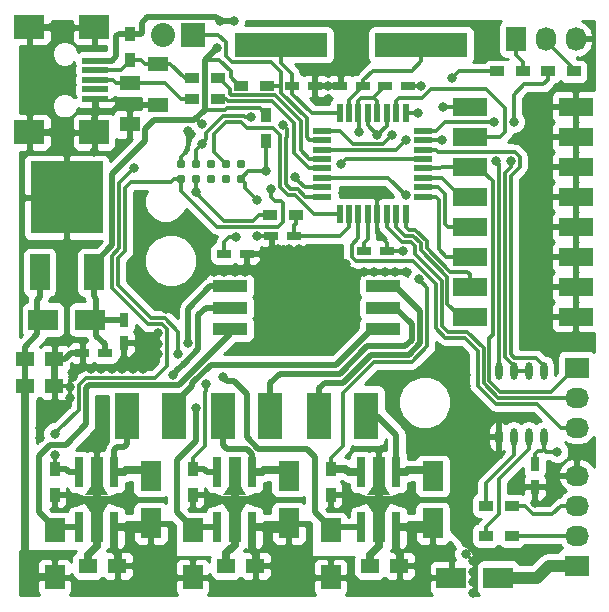
<source format=gtl>
G04 #@! TF.GenerationSoftware,KiCad,Pcbnew,(2017-05-08 revision d4e41c4f9)-makepkg*
G04 #@! TF.CreationDate,2017-05-10T17:18:04+02:00*
G04 #@! TF.ProjectId,led_pixel,6C65645F706978656C2E6B696361645F,1.0*
G04 #@! TF.FileFunction,Copper,L1,Top,Signal*
G04 #@! TF.FilePolarity,Positive*
%FSLAX46Y46*%
G04 Gerber Fmt 4.6, Leading zero omitted, Abs format (unit mm)*
G04 Created by KiCad (PCBNEW (2017-05-08 revision d4e41c4f9)-makepkg) date 05/10/17 17:18:04*
%MOMM*%
%LPD*%
G01*
G04 APERTURE LIST*
%ADD10C,0.100000*%
%ADD11C,0.787400*%
%ADD12R,3.000000X1.000000*%
%ADD13R,7.875000X2.000000*%
%ADD14R,2.000000X4.000000*%
%ADD15R,1.200000X0.750000*%
%ADD16R,1.500000X1.250000*%
%ADD17R,0.750000X1.200000*%
%ADD18R,1.600000X0.550000*%
%ADD19R,0.550000X1.600000*%
%ADD20R,2.499360X1.998980*%
%ADD21R,2.301240X0.500380*%
%ADD22R,1.200000X0.900000*%
%ADD23R,0.900000X1.200000*%
%ADD24R,1.700000X2.000000*%
%ADD25R,1.651000X3.048000*%
%ADD26R,6.096000X6.096000*%
%ADD27O,2.032000X2.032000*%
%ADD28R,2.032000X2.032000*%
%ADD29O,2.032000X1.727200*%
%ADD30R,2.032000X1.727200*%
%ADD31R,1.727200X2.032000*%
%ADD32O,1.727200X2.032000*%
%ADD33C,0.750000*%
%ADD34R,0.700000X2.500000*%
%ADD35R,1.000000X2.500000*%
%ADD36R,2.000000X0.800000*%
%ADD37O,0.609600X1.473200*%
%ADD38R,3.000000X1.500000*%
%ADD39R,1.700000X1.300000*%
%ADD40R,2.500000X1.800000*%
%ADD41R,1.800000X2.500000*%
%ADD42C,0.800000*%
%ADD43C,1.000000*%
%ADD44C,0.300000*%
%ADD45C,0.700000*%
%ADD46C,0.500000*%
%ADD47C,1.000000*%
%ADD48C,0.254000*%
G04 APERTURE END LIST*
D10*
D11*
X141872000Y-79078000D03*
X141872000Y-77808000D03*
X140602000Y-77808000D03*
X140602000Y-79078000D03*
X139332000Y-77808000D03*
X139332000Y-79078000D03*
X143142000Y-77808000D03*
X144412000Y-77808000D03*
X144412000Y-79078000D03*
X143142000Y-79078000D03*
D12*
X156500000Y-88200000D03*
X156500000Y-90000000D03*
X156500000Y-91800000D03*
X143500000Y-91800000D03*
X143500000Y-90000000D03*
X143500000Y-88200000D03*
D13*
X159687500Y-67750000D03*
X147812500Y-67750000D03*
D14*
X138792000Y-99144000D03*
X134792000Y-99144000D03*
X146920000Y-99144000D03*
X142920000Y-99144000D03*
X151048000Y-99144000D03*
X155048000Y-99144000D03*
D15*
X152860000Y-71204000D03*
X154760000Y-71204000D03*
X150700000Y-71204000D03*
X148800000Y-71204000D03*
X147018000Y-83904000D03*
X148918000Y-83904000D03*
X144915000Y-85428000D03*
X143015000Y-85428000D03*
X154892000Y-85174000D03*
X156792000Y-85174000D03*
X156670000Y-71204000D03*
X158570000Y-71204000D03*
D16*
X128644000Y-96604000D03*
X126144000Y-96604000D03*
X126144000Y-94318000D03*
X128644000Y-94318000D03*
D15*
X131016000Y-93810000D03*
X132916000Y-93810000D03*
D17*
X134506000Y-91082000D03*
X134506000Y-92982000D03*
D16*
X155354000Y-111844000D03*
X157854000Y-111844000D03*
X145662000Y-111844000D03*
X143162000Y-111844000D03*
X131478000Y-111844000D03*
X133978000Y-111844000D03*
D18*
X159838000Y-75008000D03*
X159838000Y-75808000D03*
X159838000Y-76608000D03*
X159838000Y-77408000D03*
X159838000Y-78208000D03*
X159838000Y-79008000D03*
X159838000Y-79808000D03*
X159838000Y-80608000D03*
D19*
X158388000Y-82058000D03*
X157588000Y-82058000D03*
X156788000Y-82058000D03*
X155988000Y-82058000D03*
X155188000Y-82058000D03*
X154388000Y-82058000D03*
X153588000Y-82058000D03*
X152788000Y-82058000D03*
D18*
X151338000Y-80608000D03*
X151338000Y-79808000D03*
X151338000Y-79008000D03*
X151338000Y-78208000D03*
X151338000Y-77408000D03*
X151338000Y-76608000D03*
X151338000Y-75808000D03*
X151338000Y-75008000D03*
D19*
X152788000Y-73558000D03*
X153588000Y-73558000D03*
X154388000Y-73558000D03*
X155188000Y-73558000D03*
X155988000Y-73558000D03*
X156788000Y-73558000D03*
X157588000Y-73558000D03*
X158388000Y-73558000D03*
D20*
X126515160Y-75146080D03*
X132014260Y-75146080D03*
X126515160Y-66245920D03*
X132014260Y-66245920D03*
D21*
X132113320Y-72296200D03*
X132113320Y-71496100D03*
X132113320Y-70696000D03*
X132113320Y-69895900D03*
X132113320Y-69095800D03*
D22*
X144455000Y-71204000D03*
X146655000Y-71204000D03*
D23*
X135014000Y-69002000D03*
X135014000Y-66802000D03*
D22*
X149068000Y-82126000D03*
X146868000Y-82126000D03*
X142464000Y-70569000D03*
X140264000Y-70569000D03*
X140264000Y-72347000D03*
X142464000Y-72347000D03*
X170400000Y-70000000D03*
X172600000Y-70000000D03*
X168350000Y-70000000D03*
X166150000Y-70000000D03*
D24*
X152032000Y-112828000D03*
X152032000Y-108828000D03*
X140348000Y-112828000D03*
X140348000Y-108828000D03*
X128664000Y-108828000D03*
X128664000Y-112828000D03*
D22*
X165156000Y-109304000D03*
X167356000Y-109304000D03*
X167356000Y-106764000D03*
X165156000Y-106764000D03*
D25*
X131966000Y-86995000D03*
D26*
X129680000Y-80645000D03*
D25*
X127394000Y-86995000D03*
D17*
X169304000Y-105174000D03*
X169304000Y-103274000D03*
D27*
X137808000Y-66886000D03*
D28*
X140348000Y-66886000D03*
D29*
X172860000Y-100160000D03*
X172860000Y-97620000D03*
D30*
X172860000Y-95080000D03*
D31*
X167710000Y-67250000D03*
D32*
X170250000Y-67250000D03*
X172790000Y-67250000D03*
D29*
X172860000Y-104224000D03*
X172860000Y-106764000D03*
X172860000Y-109304000D03*
D30*
X172860000Y-111844000D03*
D23*
X152032000Y-105832000D03*
X152032000Y-103632000D03*
X140348000Y-105832000D03*
X140348000Y-103632000D03*
X128664000Y-103632000D03*
X128664000Y-105832000D03*
D33*
X156096000Y-107036000D03*
D10*
G36*
X157096000Y-106661000D02*
X156596000Y-107411000D01*
X155596000Y-107411000D01*
X155096000Y-106661000D01*
X157096000Y-106661000D01*
X157096000Y-106661000D01*
G37*
D34*
X157596000Y-108606000D03*
X154596000Y-108606000D03*
X157596000Y-103906000D03*
D35*
X156096000Y-103906000D03*
D34*
X154596000Y-103906000D03*
D35*
X156096000Y-108606000D03*
D33*
X156096000Y-105476000D03*
D10*
G36*
X155096000Y-105851000D02*
X155596000Y-105101000D01*
X156596000Y-105101000D01*
X157096000Y-105851000D01*
X155096000Y-105851000D01*
X155096000Y-105851000D01*
G37*
D36*
X156096000Y-106256000D03*
X143904000Y-106256000D03*
D33*
X143904000Y-105476000D03*
D10*
G36*
X142904000Y-105851000D02*
X143404000Y-105101000D01*
X144404000Y-105101000D01*
X144904000Y-105851000D01*
X142904000Y-105851000D01*
X142904000Y-105851000D01*
G37*
D35*
X143904000Y-108606000D03*
D34*
X142404000Y-103906000D03*
D35*
X143904000Y-103906000D03*
D34*
X145404000Y-103906000D03*
X142404000Y-108606000D03*
X145404000Y-108606000D03*
D33*
X143904000Y-107036000D03*
D10*
G36*
X144904000Y-106661000D02*
X144404000Y-107411000D01*
X143404000Y-107411000D01*
X142904000Y-106661000D01*
X144904000Y-106661000D01*
X144904000Y-106661000D01*
G37*
D37*
X170066000Y-100922000D03*
X168796000Y-100922000D03*
X167526000Y-100922000D03*
X166256000Y-100922000D03*
X166256000Y-95334000D03*
X167526000Y-95334000D03*
X168796000Y-95334000D03*
X170066000Y-95334000D03*
D36*
X132220000Y-106256000D03*
D33*
X132220000Y-105476000D03*
D10*
G36*
X131220000Y-105851000D02*
X131720000Y-105101000D01*
X132720000Y-105101000D01*
X133220000Y-105851000D01*
X131220000Y-105851000D01*
X131220000Y-105851000D01*
G37*
D35*
X132220000Y-108606000D03*
D34*
X130720000Y-103906000D03*
D35*
X132220000Y-103906000D03*
D34*
X133720000Y-103906000D03*
X130720000Y-108606000D03*
X133720000Y-108606000D03*
D33*
X132220000Y-107036000D03*
D10*
G36*
X133220000Y-106661000D02*
X132720000Y-107411000D01*
X131720000Y-107411000D01*
X131220000Y-106661000D01*
X133220000Y-106661000D01*
X133220000Y-106661000D01*
G37*
D38*
X172788000Y-90762000D03*
X163788000Y-90762000D03*
X163788000Y-88222000D03*
X163788000Y-85682000D03*
X163788000Y-83142000D03*
X163788000Y-80602000D03*
X163788000Y-78062000D03*
X163788000Y-75522000D03*
X163788000Y-72982000D03*
X172788000Y-88222000D03*
X172788000Y-85682000D03*
X172788000Y-83142000D03*
X172788000Y-80602000D03*
X172788000Y-78062000D03*
X172788000Y-75522000D03*
X172788000Y-72982000D03*
D39*
X135014000Y-70978000D03*
X135014000Y-74478000D03*
X137427000Y-72827000D03*
X137427000Y-69327000D03*
D40*
X131680000Y-91016000D03*
X127680000Y-91016000D03*
D41*
X160668000Y-108256000D03*
X160668000Y-104256000D03*
X148476000Y-104256000D03*
X148476000Y-108256000D03*
D40*
X166224000Y-112860000D03*
X162224000Y-112860000D03*
D41*
X136792000Y-108256000D03*
X136792000Y-104256000D03*
D23*
X146571000Y-75860000D03*
X146571000Y-73660000D03*
D42*
X161557000Y-93810000D03*
X162192000Y-94445000D03*
X162827000Y-95080000D03*
X163462000Y-95715000D03*
X163462000Y-96604000D03*
X163462000Y-97493000D03*
X170447000Y-78062000D03*
X138062000Y-90127000D03*
X138697000Y-89492000D03*
X139332000Y-88857000D03*
X139967000Y-88222000D03*
X140602000Y-87587000D03*
X141237000Y-86952000D03*
X142126000Y-86952000D03*
X143015000Y-86952000D03*
X143904000Y-86952000D03*
X144793000Y-86952000D03*
X145682000Y-86952000D03*
X146317000Y-86317000D03*
X146952000Y-85682000D03*
X147587000Y-85047000D03*
X139967000Y-75014000D03*
X147333000Y-90635000D03*
X147714000Y-91270000D03*
X148095000Y-91905000D03*
X148476000Y-92540000D03*
X149238000Y-92540000D03*
X150000000Y-92540000D03*
X150762000Y-92540000D03*
X151524000Y-92540000D03*
X151905000Y-91905000D03*
X152286000Y-91270000D03*
X152667000Y-90635000D03*
X153048000Y-90000000D03*
X152667000Y-89365000D03*
X152286000Y-88730000D03*
X151905000Y-88095000D03*
X151524000Y-87460000D03*
X150762000Y-87460000D03*
X150000000Y-87460000D03*
X149238000Y-87460000D03*
X148476000Y-87460000D03*
X148095000Y-88095000D03*
X147714000Y-88730000D03*
X147333000Y-89365000D03*
X146952000Y-90000000D03*
X151524000Y-88730000D03*
X151905000Y-89365000D03*
X152286000Y-90000000D03*
X151905000Y-90635000D03*
X151524000Y-91270000D03*
X151143000Y-91905000D03*
X150381000Y-91905000D03*
X149619000Y-91905000D03*
X148857000Y-91905000D03*
X148476000Y-91270000D03*
X148095000Y-90635000D03*
X147714000Y-90000000D03*
X148095000Y-89365000D03*
X148476000Y-88730000D03*
X148857000Y-88095000D03*
X151143000Y-88095000D03*
X150381000Y-88095000D03*
X149619000Y-88095000D03*
X151524000Y-90000000D03*
X148476000Y-90000000D03*
X149238000Y-91270000D03*
X150762000Y-91270000D03*
X151143000Y-90635000D03*
X149238000Y-88730000D03*
X150000000Y-88730000D03*
X150762000Y-88730000D03*
X151143000Y-89365000D03*
X148857000Y-89365000D03*
X148857000Y-90635000D03*
X150000000Y-91270000D03*
X149619000Y-90635000D03*
X150381000Y-90635000D03*
X150381000Y-89365000D03*
X149619000Y-89365000D03*
X149238000Y-90000000D03*
X150762000Y-90000000D03*
X150000000Y-90000000D03*
X129934000Y-96731000D03*
X129934000Y-97620000D03*
X137427000Y-92159000D03*
X130823000Y-95207000D03*
X131712000Y-95207000D03*
X137427000Y-93048000D03*
X133490000Y-95207000D03*
X132601000Y-95207000D03*
X130188000Y-95842000D03*
X134379000Y-95207000D03*
X136157000Y-95207000D03*
X135268000Y-95207000D03*
X137427000Y-93937000D03*
X136792000Y-94572000D03*
X129299000Y-98255000D03*
X127394000Y-101049000D03*
X128029000Y-99525000D03*
X127394000Y-100160000D03*
X128664000Y-98890000D03*
X158128000Y-85174000D03*
X158382000Y-86940000D03*
X157493000Y-86952000D03*
X156604000Y-86952000D03*
X155715000Y-86952000D03*
X154826000Y-86952000D03*
X153937000Y-86952000D03*
X153302000Y-86317000D03*
X152667000Y-85682000D03*
X152032000Y-85047000D03*
X151143000Y-85047000D03*
X150254000Y-85047000D03*
X149365000Y-85047000D03*
X148476000Y-85047000D03*
X164097000Y-114130000D03*
X164097000Y-113241000D03*
X164097000Y-112352000D03*
X164097000Y-111463000D03*
X163462000Y-110828000D03*
X163462000Y-109939000D03*
X163462000Y-109050000D03*
X163462000Y-108161000D03*
X163462000Y-107272000D03*
X163462000Y-106383000D03*
X163462000Y-105494000D03*
X163462000Y-104605000D03*
X163462000Y-103716000D03*
X163462000Y-102827000D03*
X163462000Y-101938000D03*
X163462000Y-98382000D03*
X163462000Y-99271000D03*
X163462000Y-100159996D03*
X163462000Y-101049000D03*
X145808994Y-83904000D03*
X159652000Y-71204000D03*
D43*
X130696000Y-106256000D03*
X133744000Y-106256000D03*
X142380000Y-106256000D03*
X145428000Y-106256000D03*
X157620000Y-106256000D03*
X154572000Y-106256000D03*
X156096000Y-106256000D03*
X143904000Y-106256000D03*
X132220000Y-106256000D03*
X128410000Y-82126000D03*
X128410000Y-80856000D03*
X128410000Y-79586000D03*
X127140000Y-82126000D03*
X127140000Y-80856000D03*
X127140000Y-79586000D03*
X130950000Y-82126000D03*
X130950000Y-80856000D03*
X130950000Y-79586000D03*
X132220000Y-82126000D03*
X132220000Y-80856000D03*
X132220000Y-79586000D03*
X129680000Y-82126000D03*
X129680000Y-80856000D03*
X129680000Y-79586000D03*
X132220000Y-78316000D03*
X130950000Y-78316000D03*
X127140000Y-78316000D03*
X128410000Y-78316000D03*
X129680000Y-78316000D03*
D42*
X155994400Y-80551200D03*
X155994400Y-75369600D03*
X151778000Y-71204000D03*
X169304000Y-106510000D03*
X166256000Y-102446000D03*
X129299000Y-75141000D03*
X128410000Y-75141000D03*
X129299000Y-66251000D03*
X128410000Y-66251000D03*
X132016800Y-76842800D03*
X141150422Y-74486294D03*
X140602000Y-80221000D03*
X143834999Y-65743000D03*
X142634000Y-65743000D03*
X142380000Y-68029006D03*
X171209000Y-102192000D03*
X154445000Y-75141000D03*
X142888004Y-95842000D03*
X139967000Y-92971800D03*
X140601988Y-98509000D03*
X138655245Y-95692039D03*
X166002000Y-77554000D03*
X161430000Y-75776000D03*
X147968000Y-74505990D03*
X145301000Y-73871000D03*
X135395000Y-78189000D03*
X141110000Y-76157000D03*
X128664000Y-100668000D03*
X128664000Y-102446000D03*
X141491000Y-96477000D03*
X148984000Y-78951000D03*
X146952000Y-79967000D03*
X139116990Y-93937000D03*
X159502669Y-87609331D03*
X158382000Y-80475000D03*
X158382000Y-75776000D03*
X167272000Y-77554000D03*
X167526000Y-74252000D03*
X165887000Y-74252000D03*
X162318992Y-70569000D03*
X159398000Y-73558000D03*
X144030996Y-84031000D03*
X145809000Y-80856000D03*
X146571000Y-78443000D03*
X152921000Y-77808000D03*
X161563656Y-72986995D03*
X157213600Y-75369600D03*
D44*
X162827000Y-95080000D02*
X162192000Y-94445000D01*
X163462000Y-96604000D02*
X163462000Y-95715000D01*
X163462000Y-98382000D02*
X163462000Y-97493000D01*
X172788000Y-78062000D02*
X170447000Y-78062000D01*
X139332000Y-88857000D02*
X138697000Y-89492000D01*
X140602000Y-87587000D02*
X139967000Y-88222000D01*
X142126000Y-86952000D02*
X141237000Y-86952000D01*
X143904000Y-86952000D02*
X143015000Y-86952000D01*
X145682000Y-86952000D02*
X144793000Y-86952000D01*
X146952000Y-85682000D02*
X146317000Y-86317000D01*
X148476000Y-85047000D02*
X147587000Y-85047000D01*
X139967000Y-76616225D02*
X139967000Y-75014000D01*
X139332000Y-77808000D02*
X139332000Y-77251225D01*
X139332000Y-77251225D02*
X139967000Y-76616225D01*
X147714000Y-91270000D02*
X147714000Y-91016000D01*
X147714000Y-91016000D02*
X147333000Y-90635000D01*
X148476000Y-92540000D02*
X148476000Y-92286000D01*
X148476000Y-92286000D02*
X148095000Y-91905000D01*
X150000000Y-92540000D02*
X149238000Y-92540000D01*
X151524000Y-92540000D02*
X150762000Y-92540000D01*
X152286000Y-91270000D02*
X152286000Y-91524000D01*
X152286000Y-91524000D02*
X151905000Y-91905000D01*
X153048000Y-90000000D02*
X153048000Y-90254000D01*
X153048000Y-90254000D02*
X152667000Y-90635000D01*
X152286000Y-88730000D02*
X152286000Y-88984000D01*
X152286000Y-88984000D02*
X152667000Y-89365000D01*
X151524000Y-87460000D02*
X151524000Y-87714000D01*
X151524000Y-87714000D02*
X151905000Y-88095000D01*
X150000000Y-87460000D02*
X150762000Y-87460000D01*
X148476000Y-87460000D02*
X149238000Y-87460000D01*
X147714000Y-88730000D02*
X147714000Y-88476000D01*
X147714000Y-88476000D02*
X148095000Y-88095000D01*
X146952000Y-90000000D02*
X146952000Y-89746000D01*
X146952000Y-89746000D02*
X147333000Y-89365000D01*
X151905000Y-89365000D02*
X151905000Y-89111000D01*
X151905000Y-89111000D02*
X151524000Y-88730000D01*
X151905000Y-90635000D02*
X151905000Y-90381000D01*
X151905000Y-90381000D02*
X152286000Y-90000000D01*
X151143000Y-91905000D02*
X151143000Y-91651000D01*
X151143000Y-91651000D02*
X151524000Y-91270000D01*
X149619000Y-91905000D02*
X150381000Y-91905000D01*
X148476000Y-91270000D02*
X148476000Y-91524000D01*
X148476000Y-91524000D02*
X148857000Y-91905000D01*
X147714000Y-90000000D02*
X147714000Y-90254000D01*
X147714000Y-90254000D02*
X148095000Y-90635000D01*
X148476000Y-88730000D02*
X148476000Y-88984000D01*
X148476000Y-88984000D02*
X148095000Y-89365000D01*
X149619000Y-88095000D02*
X148857000Y-88095000D01*
X149619000Y-88095000D02*
X150381000Y-88095000D01*
X150762000Y-90000000D02*
X151524000Y-90000000D01*
X150762000Y-91270000D02*
X149238000Y-91270000D01*
X151143000Y-89365000D02*
X151143000Y-90635000D01*
X150000000Y-88095000D02*
X150000000Y-88730000D01*
X150000000Y-88730000D02*
X150000000Y-90000000D01*
X150762000Y-88730000D02*
X150000000Y-88730000D01*
X148857000Y-89365000D02*
X151143000Y-89365000D01*
X150000000Y-91270000D02*
X149492000Y-91270000D01*
X149492000Y-91270000D02*
X148857000Y-90635000D01*
X150381000Y-90635000D02*
X149619000Y-90635000D01*
X149619000Y-89365000D02*
X150381000Y-89365000D01*
X150000000Y-90000000D02*
X149238000Y-90000000D01*
X153302000Y-86317000D02*
X151778000Y-86317000D01*
X151778000Y-86317000D02*
X150000000Y-88095000D01*
X128644000Y-96604000D02*
X129807000Y-96604000D01*
X129807000Y-96604000D02*
X129934000Y-96731000D01*
X129934000Y-96731000D02*
X129934000Y-96096000D01*
X129934000Y-96096000D02*
X130188000Y-95842000D01*
X129934000Y-97620000D02*
X129934000Y-96731000D01*
X137427000Y-93048000D02*
X137427000Y-92159000D01*
X132601000Y-95207000D02*
X131712000Y-95207000D01*
X130823000Y-95207000D02*
X130188000Y-95842000D01*
X136792000Y-94572000D02*
X137427000Y-93937000D01*
X135268000Y-95207000D02*
X136157000Y-95207000D01*
X133490000Y-95207000D02*
X134379000Y-95207000D01*
X128029000Y-99525000D02*
X127394000Y-100160000D01*
X129299000Y-98255000D02*
X128664000Y-98890000D01*
X156792000Y-85174000D02*
X158128000Y-85174000D01*
X157505000Y-86940000D02*
X157493000Y-86952000D01*
X158382000Y-86940000D02*
X157505000Y-86940000D01*
X156604000Y-86952000D02*
X155715000Y-86952000D01*
X154826000Y-86952000D02*
X153937000Y-86952000D01*
X153302000Y-86317000D02*
X152667000Y-85682000D01*
X152032000Y-85047000D02*
X151143000Y-85047000D01*
X150254000Y-85047000D02*
X149365000Y-85047000D01*
X164097000Y-112352000D02*
X164097000Y-113241000D01*
X163462000Y-110828000D02*
X164097000Y-111463000D01*
X163462000Y-109050000D02*
X163462000Y-109939000D01*
X163462000Y-107272000D02*
X163462000Y-108161000D01*
X163462000Y-105494000D02*
X163462000Y-106383000D01*
X163462000Y-103716000D02*
X163462000Y-104605000D01*
X163462000Y-101938000D02*
X163462000Y-102827000D01*
X163462000Y-99271000D02*
X163462000Y-98382000D01*
X163462000Y-101049000D02*
X163462000Y-100159996D01*
X145936000Y-83904000D02*
X145808994Y-83904000D01*
X147018000Y-83904000D02*
X145936000Y-83904000D01*
D45*
X143904000Y-106256000D02*
X143904000Y-108606000D01*
X132220000Y-106256000D02*
X130696000Y-106256000D01*
X132220000Y-106256000D02*
X133744000Y-106256000D01*
X156096000Y-106256000D02*
X157620000Y-106256000D01*
X156096000Y-106256000D02*
X154572000Y-106256000D01*
X143904000Y-106256000D02*
X145428000Y-106256000D01*
X143904000Y-106256000D02*
X142380000Y-106256000D01*
D44*
X158570000Y-71204000D02*
X159652000Y-71204000D01*
D46*
X128644000Y-94318000D02*
X129553000Y-94318000D01*
X129553000Y-94318000D02*
X130061000Y-93810000D01*
X130061000Y-93810000D02*
X131016000Y-93810000D01*
X128644000Y-96604000D02*
X128644000Y-94318000D01*
D44*
X155988000Y-82058000D02*
X155988000Y-80557600D01*
X155988000Y-80557600D02*
X155994400Y-80551200D01*
X156788000Y-73558000D02*
X156788000Y-74576000D01*
X156788000Y-74576000D02*
X155994400Y-75369600D01*
X155188000Y-73558000D02*
X155188000Y-74563200D01*
X155188000Y-74563200D02*
X155994400Y-75369600D01*
X156792000Y-85174000D02*
X156792000Y-84499000D01*
X156792000Y-84499000D02*
X155988000Y-83695000D01*
X155988000Y-83695000D02*
X155988000Y-83158000D01*
X155988000Y-83158000D02*
X155988000Y-82058000D01*
X152860000Y-71204000D02*
X151778000Y-71204000D01*
X150700000Y-71204000D02*
X151778000Y-71204000D01*
X166256000Y-102446000D02*
X166256000Y-100922000D01*
X169304000Y-106510000D02*
X169304000Y-105174000D01*
D45*
X156096000Y-105476000D02*
X156096000Y-103906000D01*
X156096000Y-106256000D02*
X156096000Y-105476000D01*
X156096000Y-107036000D02*
X156096000Y-106256000D01*
X156096000Y-108606000D02*
X156096000Y-107036000D01*
X155354000Y-111844000D02*
X155354000Y-110935000D01*
X155354000Y-110935000D02*
X156096000Y-110193000D01*
X156096000Y-110193000D02*
X156096000Y-108606000D01*
X143162000Y-111844000D02*
X143162000Y-110808000D01*
X143904000Y-110066000D02*
X143904000Y-108606000D01*
X143162000Y-110808000D02*
X143904000Y-110066000D01*
X131478000Y-111844000D02*
X131478000Y-110935000D01*
X131478000Y-110935000D02*
X132220000Y-110193000D01*
X132220000Y-110193000D02*
X132220000Y-108606000D01*
D46*
X132113320Y-73850680D02*
X132014260Y-73949740D01*
X132014260Y-73949740D02*
X132014260Y-75146080D01*
X132113320Y-72296200D02*
X132113320Y-73850680D01*
X126515160Y-75146080D02*
X128404920Y-75146080D01*
X128404920Y-75146080D02*
X128410000Y-75141000D01*
X126515160Y-66245920D02*
X128404920Y-66245920D01*
X128404920Y-66245920D02*
X128410000Y-66251000D01*
D44*
X132014260Y-75146080D02*
X132014260Y-76840260D01*
X132014260Y-76840260D02*
X132016800Y-76842800D01*
D46*
X142634000Y-65743000D02*
X142310999Y-65419999D01*
X142310999Y-65419999D02*
X136480001Y-65419999D01*
X136480001Y-65419999D02*
X136030000Y-65870000D01*
X136030000Y-65870000D02*
X136030000Y-66736000D01*
X136030000Y-66736000D02*
X135964000Y-66802000D01*
X135964000Y-66802000D02*
X135014000Y-66802000D01*
X132113320Y-69095800D02*
X133490000Y-69095800D01*
X133490000Y-69095800D02*
X133871000Y-68714800D01*
X133871000Y-67013000D02*
X134082000Y-66802000D01*
X133871000Y-68714800D02*
X133871000Y-67013000D01*
X134082000Y-66802000D02*
X135014000Y-66802000D01*
X131966000Y-86285336D02*
X131966000Y-86995000D01*
X133532978Y-78666018D02*
X133532978Y-84718358D01*
X136314001Y-75884995D02*
X133532978Y-78666018D01*
X136314001Y-74856999D02*
X136314001Y-75884995D01*
X140475000Y-74125000D02*
X137046000Y-74125000D01*
X137046000Y-74125000D02*
X136314001Y-74856999D01*
X133532978Y-84718358D02*
X131966000Y-86285336D01*
D44*
X146571000Y-73660000D02*
X146020000Y-73109000D01*
X146020000Y-73109000D02*
X143254011Y-73109000D01*
X143254011Y-73109000D02*
X143127011Y-73236000D01*
X143127011Y-73236000D02*
X141364000Y-73236000D01*
X145460000Y-82634000D02*
X143015000Y-82634000D01*
X143015000Y-82634000D02*
X141001999Y-80620999D01*
X141001999Y-80620999D02*
X140602000Y-80221000D01*
X146868000Y-82126000D02*
X145968000Y-82126000D01*
X145968000Y-82126000D02*
X145460000Y-82634000D01*
X140475000Y-74125000D02*
X140513705Y-74086295D01*
X140513705Y-74086295D02*
X140750423Y-74086295D01*
X140750423Y-74086295D02*
X141150422Y-74486294D01*
X140602000Y-79078000D02*
X140602000Y-80221000D01*
D46*
X141364000Y-73236000D02*
X140475000Y-74125000D01*
X133490000Y-91016000D02*
X133556000Y-91082000D01*
X133556000Y-91082000D02*
X134506000Y-91082000D01*
X131680000Y-91016000D02*
X133490000Y-91016000D01*
X141364000Y-69045006D02*
X141364000Y-73236000D01*
X143834999Y-65743000D02*
X142634000Y-65743000D01*
D44*
X144455000Y-71204000D02*
X144305000Y-71204000D01*
X144305000Y-71204000D02*
X143555000Y-70454000D01*
X143555000Y-70454000D02*
X143555000Y-69979998D01*
X143555000Y-69979998D02*
X142620008Y-69045006D01*
X142620008Y-69045006D02*
X141364000Y-69045006D01*
D46*
X141980001Y-68429005D02*
X142380000Y-68029006D01*
X141364000Y-69045006D02*
X141980001Y-68429005D01*
D44*
X170066000Y-101958600D02*
X170299400Y-102192000D01*
X170299400Y-102192000D02*
X171209000Y-102192000D01*
X154445000Y-75141000D02*
X154445000Y-73615000D01*
X154445000Y-73615000D02*
X154388000Y-73558000D01*
D46*
X132179360Y-91016000D02*
X132179360Y-92372360D01*
X132179360Y-92372360D02*
X132916000Y-93109000D01*
X132916000Y-93109000D02*
X132916000Y-93810000D01*
X131966000Y-86995000D02*
X131966000Y-89019000D01*
X131966000Y-89019000D02*
X132179360Y-89232360D01*
X132179360Y-89232360D02*
X132179360Y-91016000D01*
D44*
X132113320Y-69095800D02*
X132550200Y-69095800D01*
X135000000Y-66646000D02*
X135000000Y-66548000D01*
X155734000Y-72220000D02*
X155734000Y-72140000D01*
X155734000Y-72140000D02*
X155988000Y-71886000D01*
X155988000Y-73558000D02*
X155988000Y-72474000D01*
X154626000Y-72220000D02*
X155734000Y-72220000D01*
X155734000Y-72220000D02*
X155988000Y-72474000D01*
X154388000Y-73558000D02*
X154388000Y-72458000D01*
X154388000Y-72458000D02*
X154626000Y-72220000D01*
X155988000Y-71886000D02*
X156670000Y-71204000D01*
X169558000Y-102120000D02*
X169904600Y-102120000D01*
X169904600Y-102120000D02*
X170066000Y-101958600D01*
X170066000Y-101958600D02*
X170066000Y-100922000D01*
X169304000Y-103274000D02*
X169304000Y-102374000D01*
X169304000Y-102374000D02*
X169558000Y-102120000D01*
D45*
X160668000Y-108755360D02*
X158795360Y-108755360D01*
X126144000Y-96604000D02*
X126144000Y-111858000D01*
X126144000Y-111858000D02*
X127114000Y-112828000D01*
X127114000Y-112828000D02*
X128664000Y-112828000D01*
D46*
X127180640Y-91016000D02*
X127180640Y-92245360D01*
X127180640Y-92245360D02*
X126124000Y-93302000D01*
X126124000Y-93302000D02*
X126124000Y-94298000D01*
X126124000Y-94298000D02*
X126144000Y-94318000D01*
X126144000Y-94318000D02*
X126144000Y-96604000D01*
X127394000Y-89111000D02*
X127180640Y-89324360D01*
X127180640Y-89324360D02*
X127180640Y-91016000D01*
X127394000Y-86995000D02*
X127394000Y-89111000D01*
D45*
X158795360Y-108755360D02*
X158646000Y-108606000D01*
X157596000Y-108606000D02*
X158646000Y-108606000D01*
X136792000Y-108755360D02*
X134973360Y-108755360D01*
X134973360Y-108755360D02*
X134824000Y-108606000D01*
X133720000Y-108606000D02*
X134824000Y-108606000D01*
X146762000Y-108606000D02*
X146762000Y-108641790D01*
X146762000Y-108641790D02*
X146875570Y-108755360D01*
X146875570Y-108755360D02*
X148476000Y-108755360D01*
X145404000Y-108606000D02*
X146762000Y-108606000D01*
X133992000Y-110828000D02*
X133992000Y-111830000D01*
X133992000Y-111830000D02*
X133978000Y-111844000D01*
X133720000Y-108606000D02*
X133720000Y-110556000D01*
X133720000Y-110556000D02*
X133992000Y-110828000D01*
X145676000Y-110828000D02*
X145676000Y-111830000D01*
X145676000Y-111830000D02*
X145662000Y-111844000D01*
X145404000Y-108606000D02*
X145404000Y-110556000D01*
X145404000Y-110556000D02*
X145676000Y-110828000D01*
X157868000Y-110828000D02*
X157868000Y-111830000D01*
X157868000Y-111830000D02*
X157854000Y-111844000D01*
X157596000Y-108606000D02*
X157596000Y-110556000D01*
X157596000Y-110556000D02*
X157868000Y-110828000D01*
D46*
X139967000Y-92971800D02*
X139967000Y-90088002D01*
X139967000Y-90088002D02*
X141855002Y-88200000D01*
X141855002Y-88200000D02*
X143500000Y-88200000D01*
X142888004Y-95842000D02*
X143288003Y-96241999D01*
X143288003Y-96241999D02*
X143828001Y-96241999D01*
X143828001Y-96241999D02*
X144920000Y-97333998D01*
X144920000Y-97333998D02*
X144920000Y-100948037D01*
X144920000Y-100948037D02*
X145909963Y-101938000D01*
X150682000Y-102620000D02*
X150682000Y-107328000D01*
X145909963Y-101938000D02*
X150000000Y-101938000D01*
X150682000Y-107328000D02*
X152032000Y-108678000D01*
X152032000Y-108678000D02*
X152032000Y-108828000D01*
X150000000Y-101938000D02*
X150682000Y-102620000D01*
X154596000Y-108606000D02*
X152254000Y-108606000D01*
X152254000Y-108606000D02*
X152032000Y-108828000D01*
X138998000Y-107328000D02*
X138998000Y-102907000D01*
X140348000Y-108678000D02*
X138998000Y-107328000D01*
X140601988Y-99074685D02*
X140601988Y-98509000D01*
X140348000Y-108828000D02*
X140348000Y-108678000D01*
X140601988Y-101303012D02*
X140601988Y-99074685D01*
X138998000Y-102907000D02*
X140601988Y-101303012D01*
X143500000Y-90000000D02*
X141440200Y-90000000D01*
X141440200Y-90000000D02*
X140817001Y-90623199D01*
X140817001Y-90623199D02*
X140817001Y-93530283D01*
X140817001Y-93530283D02*
X139673684Y-94673600D01*
X139673684Y-94673600D02*
X139055244Y-95292040D01*
X139055244Y-95292040D02*
X138655245Y-95692039D01*
X139638392Y-94673600D02*
X139409792Y-94902200D01*
X139673684Y-94673600D02*
X139638392Y-94673600D01*
X142404000Y-108606000D02*
X140570000Y-108606000D01*
X140570000Y-108606000D02*
X140348000Y-108828000D01*
X131579531Y-96569011D02*
X131309999Y-96838543D01*
X143500000Y-92220031D02*
X139151020Y-96569011D01*
X139151020Y-96569011D02*
X131579531Y-96569011D01*
X131309999Y-99877999D02*
X129591999Y-101595999D01*
X143500000Y-91800000D02*
X143500000Y-92220031D01*
X129591999Y-101595999D02*
X128255999Y-101595999D01*
X128255999Y-101595999D02*
X127314000Y-102537998D01*
X131309999Y-96838543D02*
X131309999Y-99877999D01*
X127314000Y-107328000D02*
X128664000Y-108678000D01*
X127314000Y-102537998D02*
X127314000Y-107328000D01*
X128664000Y-108678000D02*
X128664000Y-108828000D01*
X130720000Y-108606000D02*
X128886000Y-108606000D01*
X128886000Y-108606000D02*
X128664000Y-108828000D01*
X141883996Y-94826000D02*
X140292000Y-96417996D01*
X140292000Y-96417996D02*
X140292000Y-96644000D01*
X140292000Y-96644000D02*
X138792000Y-98144000D01*
X138792000Y-98144000D02*
X138792000Y-99144000D01*
X152474000Y-94826000D02*
X155500000Y-91800000D01*
X141883996Y-94826000D02*
X152474000Y-94826000D01*
X155500000Y-91800000D02*
X156500000Y-91800000D01*
X156500000Y-90000000D02*
X157500000Y-90000000D01*
X157500000Y-90000000D02*
X158890000Y-91390000D01*
X158890000Y-91390000D02*
X158890000Y-92733494D01*
X158890000Y-92733494D02*
X158351516Y-93271978D01*
X155110022Y-93271978D02*
X152794000Y-95588000D01*
X158351516Y-93271978D02*
X155110022Y-93271978D01*
X152794000Y-95588000D02*
X147714000Y-95588000D01*
X146920000Y-96382000D02*
X146920000Y-99144000D01*
X147714000Y-95588000D02*
X146920000Y-96382000D01*
X146158000Y-99144000D02*
X146158000Y-99847965D01*
X156500000Y-88200000D02*
X157500000Y-88200000D01*
X157500000Y-88200000D02*
X159590011Y-90290011D01*
X159590011Y-90290011D02*
X159590011Y-93023447D01*
X159590011Y-93023447D02*
X158641469Y-93971989D01*
X158641469Y-93971989D02*
X155487466Y-93971989D01*
X155487466Y-93971989D02*
X153109455Y-96350000D01*
X151048000Y-96826000D02*
X151048000Y-99144000D01*
X153109455Y-96350000D02*
X151524000Y-96350000D01*
X151524000Y-96350000D02*
X151048000Y-96826000D01*
D44*
X166256000Y-77808000D02*
X166002000Y-77554000D01*
X166256000Y-95334000D02*
X166256000Y-77808000D01*
X159838000Y-75808000D02*
X161398000Y-75808000D01*
X161398000Y-75808000D02*
X161430000Y-75776000D01*
X159838000Y-76608000D02*
X160938000Y-76608000D01*
X160938000Y-76608000D02*
X161122000Y-76792000D01*
X167526000Y-76792000D02*
X167537999Y-76803999D01*
X168034000Y-77205998D02*
X168034000Y-78064805D01*
X170066000Y-94902200D02*
X170066000Y-95334000D01*
X161122000Y-76792000D02*
X167526000Y-76792000D01*
X167537999Y-76803999D02*
X167632001Y-76803999D01*
X169411190Y-94247390D02*
X170066000Y-94902200D01*
X167632001Y-76803999D02*
X168034000Y-77205998D01*
X168034000Y-78064805D02*
X167272000Y-78826805D01*
X167272000Y-78826805D02*
X167272000Y-93937000D01*
X167272000Y-93937000D02*
X167582390Y-94247390D01*
X167582390Y-94247390D02*
X169411190Y-94247390D01*
X148367999Y-74905989D02*
X147968000Y-74505990D01*
X148233998Y-75649000D02*
X148367999Y-75514999D01*
X148233998Y-79565002D02*
X148233998Y-75649000D01*
X148623998Y-79955002D02*
X148233998Y-79565002D01*
X149226002Y-79955002D02*
X148623998Y-79955002D01*
X149879000Y-80608000D02*
X149226002Y-79955002D01*
X148367999Y-75514999D02*
X148367999Y-74905989D01*
X151338000Y-80608000D02*
X149879000Y-80608000D01*
X129063999Y-100268001D02*
X128664000Y-100668000D01*
X138177001Y-91799001D02*
X138177001Y-94964999D01*
X130709988Y-98622012D02*
X129063999Y-100268001D01*
X134132989Y-84966889D02*
X133497989Y-85601889D01*
X138177001Y-94964999D02*
X137173000Y-95969000D01*
X137173000Y-95969000D02*
X131276455Y-95969000D01*
X130709988Y-96535467D02*
X130709988Y-98622012D01*
X131276455Y-95969000D02*
X130709988Y-96535467D01*
X136592878Y-91397000D02*
X137775000Y-91397000D01*
X133497990Y-88302112D02*
X136592878Y-91397000D01*
X133497989Y-85601889D02*
X133497990Y-88302112D01*
X135395000Y-78189000D02*
X134132989Y-79451011D01*
X134132989Y-79451011D02*
X134132989Y-84966889D01*
X137775000Y-91397000D02*
X138177001Y-91799001D01*
X144793000Y-73871000D02*
X145301000Y-73871000D01*
X141110000Y-76157000D02*
X141509999Y-75757001D01*
X141509999Y-75187379D02*
X142953378Y-73744000D01*
X142953378Y-73744000D02*
X144666000Y-73744000D01*
X144666000Y-73744000D02*
X144793000Y-73871000D01*
X141509999Y-75757001D02*
X141509999Y-75187379D01*
X140602000Y-77808000D02*
X140602000Y-76665000D01*
X140602000Y-76665000D02*
X141110000Y-76157000D01*
X128664000Y-103632000D02*
X128664000Y-102446000D01*
D46*
X130720000Y-103906000D02*
X130061000Y-103906000D01*
X128664000Y-103632000D02*
X129614000Y-103632000D01*
X129614000Y-103632000D02*
X129888000Y-103906000D01*
X129888000Y-103906000D02*
X130061000Y-103906000D01*
D44*
X146952000Y-79967000D02*
X146952000Y-80602000D01*
X146952000Y-80602000D02*
X147333000Y-80983000D01*
X147968000Y-82706002D02*
X147539992Y-83134010D01*
X142372010Y-83134010D02*
X139332000Y-80094000D01*
X147333000Y-80983000D02*
X147841000Y-80983000D01*
X147841000Y-80983000D02*
X147968000Y-81110000D01*
X147968000Y-81110000D02*
X147968000Y-82706002D01*
X147539992Y-83134010D02*
X142372010Y-83134010D01*
X139332000Y-80094000D02*
X139332000Y-79078000D01*
X134633000Y-79840000D02*
X134633000Y-85174000D01*
X138521225Y-79332000D02*
X135141000Y-79332000D01*
X135141000Y-79332000D02*
X134633000Y-79840000D01*
X139332000Y-79078000D02*
X138775225Y-79078000D01*
X137974122Y-90889000D02*
X139116990Y-92031868D01*
X138775225Y-79078000D02*
X138521225Y-79332000D01*
X134633000Y-85174000D02*
X133998000Y-85809000D01*
X133998000Y-85809000D02*
X133998000Y-88095000D01*
X139116990Y-92031868D02*
X139116990Y-93937000D01*
X133998000Y-88095000D02*
X136792000Y-90889000D01*
X136792000Y-90889000D02*
X137974122Y-90889000D01*
X140348000Y-103632000D02*
X140348000Y-102700000D01*
X141491000Y-97042685D02*
X141491000Y-96477000D01*
X140348000Y-102700000D02*
X141364000Y-101684000D01*
X141364000Y-101684000D02*
X141364000Y-97169685D01*
X141364000Y-97169685D02*
X141491000Y-97042685D01*
X149383999Y-79350999D02*
X148984000Y-78951000D01*
X149841000Y-79808000D02*
X149383999Y-79350999D01*
X151338000Y-79808000D02*
X149841000Y-79808000D01*
D46*
X142404000Y-103906000D02*
X141554000Y-103906000D01*
X141554000Y-103906000D02*
X141298000Y-103650000D01*
X141298000Y-103650000D02*
X141298000Y-103632000D01*
X140348000Y-103632000D02*
X141298000Y-103632000D01*
D44*
X159502669Y-87609331D02*
X160190022Y-88296684D01*
X158890000Y-94572000D02*
X155735998Y-94572000D01*
X160190022Y-88296684D02*
X160190022Y-93271978D01*
X160190022Y-93271978D02*
X158890000Y-94572000D01*
X155735998Y-94572000D02*
X153048000Y-97259998D01*
X153048000Y-97259998D02*
X153048000Y-101716000D01*
X153048000Y-101716000D02*
X152032000Y-102732000D01*
X152032000Y-102732000D02*
X152032000Y-103632000D01*
X156915000Y-79008000D02*
X158382000Y-80475000D01*
X151338000Y-79008000D02*
X156915000Y-79008000D01*
D45*
X154596000Y-103906000D02*
X153546000Y-103906000D01*
X153546000Y-103906000D02*
X153272000Y-103632000D01*
X153272000Y-103632000D02*
X152032000Y-103632000D01*
D44*
X167272000Y-77554000D02*
X167272000Y-78119685D01*
X167272000Y-78119685D02*
X166764000Y-78627685D01*
X166764000Y-78627685D02*
X166764000Y-94140200D01*
X166764000Y-94140200D02*
X167526000Y-94902200D01*
X167526000Y-94902200D02*
X167526000Y-95334000D01*
X152461611Y-76631611D02*
X152438000Y-76608000D01*
X157526389Y-76631611D02*
X152461611Y-76631611D01*
X158382000Y-75776000D02*
X157526389Y-76631611D01*
X152438000Y-76608000D02*
X151338000Y-76608000D01*
X168796000Y-95334000D02*
X167526000Y-95334000D01*
X149992011Y-75562011D02*
X150238000Y-75808000D01*
X147849999Y-71809820D02*
X149992011Y-73951832D01*
X147849999Y-71204000D02*
X147849999Y-71809820D01*
X150238000Y-75808000D02*
X151338000Y-75808000D01*
X149992011Y-73951832D02*
X149992011Y-75562011D01*
X147849999Y-70069999D02*
X147849999Y-71204000D01*
X146655000Y-71204000D02*
X147555000Y-71204000D01*
X147555000Y-71204000D02*
X147849999Y-71204000D01*
X143142000Y-68664000D02*
X143650000Y-69172000D01*
X140348000Y-66886000D02*
X142507000Y-66886000D01*
X142507000Y-66886000D02*
X143142000Y-67521000D01*
X143142000Y-67521000D02*
X143142000Y-68664000D01*
X146952000Y-69172000D02*
X147849999Y-70069999D01*
X143650000Y-69172000D02*
X146952000Y-69172000D01*
X143367889Y-72504011D02*
X143210878Y-72347000D01*
X143210878Y-72347000D02*
X142464000Y-72347000D01*
X147095013Y-72504011D02*
X143367889Y-72504011D01*
X151338000Y-78208000D02*
X150238000Y-78208000D01*
X150238000Y-78208000D02*
X148968021Y-76938021D01*
X148968021Y-76938021D02*
X148968021Y-74377019D01*
X148968021Y-74377019D02*
X147095013Y-72504011D01*
X143504999Y-71459999D02*
X143504999Y-71934001D01*
X143574999Y-72004001D02*
X147337058Y-72004001D01*
X149492000Y-76662000D02*
X150238000Y-77408000D01*
X142614000Y-70569000D02*
X143504999Y-71459999D01*
X142464000Y-70569000D02*
X142614000Y-70569000D01*
X143504999Y-71934001D02*
X143574999Y-72004001D01*
X147337058Y-72004001D02*
X149492000Y-74158943D01*
X149492000Y-74158943D02*
X149492000Y-76662000D01*
X150238000Y-77408000D02*
X151338000Y-77408000D01*
X154760000Y-71204000D02*
X154760000Y-70762000D01*
X158890000Y-69934000D02*
X159687500Y-69136500D01*
X154760000Y-70762000D02*
X155588000Y-69934000D01*
X155588000Y-69934000D02*
X158890000Y-69934000D01*
X159687500Y-69136500D02*
X159687500Y-67750000D01*
X153588000Y-73558000D02*
X153588000Y-72376000D01*
X153588000Y-72376000D02*
X154760000Y-71204000D01*
X147812500Y-67750000D02*
X147812500Y-69270500D01*
X147812500Y-69270500D02*
X148730000Y-70188000D01*
X148730000Y-70188000D02*
X148730000Y-71134000D01*
X148730000Y-71134000D02*
X148800000Y-71204000D01*
X152788000Y-73558000D02*
X150479000Y-73558000D01*
X150479000Y-73558000D02*
X148800000Y-71879000D01*
X148800000Y-71879000D02*
X148800000Y-71204000D01*
X153588000Y-82058000D02*
X153588000Y-83158000D01*
X153588000Y-83158000D02*
X152842000Y-83904000D01*
X152842000Y-83904000D02*
X149818000Y-83904000D01*
X149818000Y-83904000D02*
X148918000Y-83904000D01*
X148918000Y-83904000D02*
X148918000Y-83026000D01*
X148918000Y-83026000D02*
X149068000Y-82876000D01*
X149068000Y-82126000D02*
X149068000Y-82876000D01*
X154892000Y-85174000D02*
X154892000Y-84499000D01*
X154892000Y-84499000D02*
X155188000Y-84203000D01*
X155188000Y-84203000D02*
X155188000Y-83158000D01*
X155188000Y-83158000D02*
X155188000Y-82058000D01*
X140264000Y-72347000D02*
X139364000Y-72347000D01*
X139364000Y-72347000D02*
X137995000Y-70978000D01*
X137995000Y-70978000D02*
X136164000Y-70978000D01*
X136164000Y-70978000D02*
X135014000Y-70978000D01*
X133617000Y-70696000D02*
X133617000Y-70731000D01*
X133617000Y-70731000D02*
X133864000Y-70978000D01*
X133864000Y-70978000D02*
X135014000Y-70978000D01*
X132113320Y-70696000D02*
X133617000Y-70696000D01*
X137427000Y-69327000D02*
X136277000Y-69327000D01*
X136277000Y-69327000D02*
X135952000Y-69002000D01*
X135952000Y-69002000D02*
X135014000Y-69002000D01*
X132113320Y-69895900D02*
X133274100Y-69895900D01*
X133274100Y-69895900D02*
X133280200Y-69902000D01*
X133280200Y-69902000D02*
X134264000Y-69902000D01*
X134264000Y-69902000D02*
X135014000Y-69152000D01*
X135014000Y-69152000D02*
X135014000Y-69002000D01*
X137427000Y-69327000D02*
X138471000Y-69327000D01*
X138471000Y-69327000D02*
X139713000Y-70569000D01*
X139713000Y-70569000D02*
X140264000Y-70569000D01*
X135000000Y-68898000D02*
X135000000Y-68748000D01*
D46*
X155048000Y-99144000D02*
X155969000Y-99144000D01*
X155969000Y-99144000D02*
X157596000Y-100771000D01*
X157596000Y-100771000D02*
X157596000Y-103906000D01*
D45*
X158446000Y-103906000D02*
X158595360Y-103756640D01*
X158595360Y-103756640D02*
X160668000Y-103756640D01*
X157596000Y-103906000D02*
X158446000Y-103906000D01*
D47*
X166723360Y-112860000D02*
X169500000Y-112860000D01*
X172860000Y-111844000D02*
X170516000Y-111844000D01*
X170516000Y-111844000D02*
X169500000Y-112860000D01*
D46*
X134792000Y-99144000D02*
X134792000Y-101525000D01*
X134792000Y-101525000D02*
X134506000Y-101811000D01*
X134506000Y-101811000D02*
X133974000Y-101811000D01*
X133974000Y-101811000D02*
X133720000Y-102065000D01*
X133720000Y-102065000D02*
X133720000Y-103906000D01*
D45*
X134570000Y-103906000D02*
X134719360Y-103756640D01*
X134719360Y-103756640D02*
X136792000Y-103756640D01*
X133720000Y-103906000D02*
X134570000Y-103906000D01*
D44*
X170400000Y-70696000D02*
X170400000Y-70000000D01*
X168415000Y-71077000D02*
X170019000Y-71077000D01*
X170019000Y-71077000D02*
X170400000Y-70696000D01*
X167526000Y-71966000D02*
X168415000Y-71077000D01*
X167526000Y-74252000D02*
X167526000Y-71966000D01*
X161694000Y-74252000D02*
X165887000Y-74252000D01*
X159838000Y-75008000D02*
X160938000Y-75008000D01*
X160938000Y-75008000D02*
X161694000Y-74252000D01*
X171544000Y-97620000D02*
X172860000Y-97620000D01*
X159159978Y-84769222D02*
X159159978Y-85443978D01*
X163589000Y-92032000D02*
X164978011Y-93421009D01*
X161938002Y-92032000D02*
X163589000Y-92032000D01*
X166201122Y-97620000D02*
X171544000Y-97620000D01*
X158042000Y-84412000D02*
X158802756Y-84412000D01*
X164978011Y-93421009D02*
X164978011Y-96396889D01*
X156788000Y-83158000D02*
X158042000Y-84412000D01*
X161422011Y-91516009D02*
X161938002Y-92032000D01*
X161422011Y-87706011D02*
X161422011Y-91516009D01*
X159159978Y-85443978D02*
X161422011Y-87706011D01*
X158802756Y-84412000D02*
X159159978Y-84769222D01*
X164978011Y-96396889D02*
X166201122Y-97620000D01*
X156788000Y-82058000D02*
X156788000Y-83158000D01*
X164478000Y-93628120D02*
X164478000Y-96604000D01*
X160922000Y-91723120D02*
X161738880Y-92540000D01*
X161738880Y-92540000D02*
X163389880Y-92540000D01*
X171544000Y-100160000D02*
X172860000Y-100160000D01*
X164478000Y-96604000D02*
X166002000Y-98128000D01*
X159017000Y-86063000D02*
X160922000Y-87968000D01*
X153810000Y-85682000D02*
X154191000Y-86063000D01*
X154191000Y-86063000D02*
X159017000Y-86063000D01*
X154388000Y-84088000D02*
X153810000Y-84666000D01*
X154388000Y-82058000D02*
X154388000Y-84088000D01*
X153810000Y-84666000D02*
X153810000Y-85682000D01*
X160922000Y-87968000D02*
X160922000Y-91723120D01*
X163389880Y-92540000D02*
X164478000Y-93628120D01*
X166002000Y-98128000D02*
X169512000Y-98128000D01*
X169512000Y-98128000D02*
X171544000Y-100160000D01*
X162887992Y-70000000D02*
X162718991Y-70169001D01*
X166150000Y-70000000D02*
X162887992Y-70000000D01*
X162718991Y-70169001D02*
X162318992Y-70569000D01*
X158388000Y-73558000D02*
X159398000Y-73558000D01*
X168796000Y-100922000D02*
X168796000Y-101958600D01*
X166256000Y-104498600D02*
X166256000Y-107454000D01*
X168796000Y-101958600D02*
X166256000Y-104498600D01*
X166256000Y-107454000D02*
X165156000Y-108554000D01*
X165156000Y-108554000D02*
X165156000Y-109304000D01*
X167526000Y-100922000D02*
X167526000Y-102506836D01*
X167526000Y-102506836D02*
X165156000Y-104876836D01*
X165156000Y-104876836D02*
X165156000Y-106014000D01*
X165156000Y-106014000D02*
X165156000Y-106764000D01*
X167526000Y-100922000D02*
X167526000Y-101353800D01*
X144412000Y-79078000D02*
X144805699Y-79471699D01*
X144805699Y-79471699D02*
X144805699Y-79832745D01*
X145409001Y-80456001D02*
X145809000Y-80856000D01*
X144805699Y-79832745D02*
X145409001Y-80436047D01*
X145409001Y-80436047D02*
X145409001Y-80456001D01*
X143015000Y-85428000D02*
X143015000Y-84412000D01*
X143396000Y-84031000D02*
X144030996Y-84031000D01*
X143015000Y-84412000D02*
X143396000Y-84031000D01*
X146571000Y-78443000D02*
X146571000Y-75860000D01*
X144412000Y-79078000D02*
X145047000Y-78443000D01*
X145047000Y-78443000D02*
X146571000Y-78443000D01*
X159838000Y-77408000D02*
X153321000Y-77408000D01*
X153321000Y-77408000D02*
X152921000Y-77808000D01*
D46*
X142920000Y-99144000D02*
X142920000Y-101644000D01*
X142920000Y-101644000D02*
X143214000Y-101938000D01*
X143214000Y-101938000D02*
X144920000Y-101938000D01*
X144920000Y-101938000D02*
X145404000Y-102422000D01*
X145404000Y-102422000D02*
X145404000Y-103906000D01*
D45*
X146254000Y-103906000D02*
X146403360Y-103756640D01*
X146403360Y-103756640D02*
X148476000Y-103756640D01*
X145404000Y-103906000D02*
X146254000Y-103906000D01*
D44*
X165748000Y-79272000D02*
X164538000Y-78062000D01*
X165748000Y-92286000D02*
X165748000Y-79272000D01*
X165478022Y-92555978D02*
X165748000Y-92286000D01*
X172860000Y-95080000D02*
X172707600Y-95080000D01*
X166400244Y-97112000D02*
X165478022Y-96189778D01*
X165478022Y-96189778D02*
X165478022Y-92555978D01*
X164538000Y-78062000D02*
X163788000Y-78062000D01*
X172707600Y-95080000D02*
X170675600Y-97112000D01*
X170675600Y-97112000D02*
X166400244Y-97112000D01*
X161284000Y-78208000D02*
X161430000Y-78062000D01*
X161430000Y-78062000D02*
X163788000Y-78062000D01*
X159838000Y-78208000D02*
X161284000Y-78208000D01*
X159838000Y-79008000D02*
X161444000Y-79008000D01*
X163038000Y-80602000D02*
X163788000Y-80602000D01*
X161444000Y-79008000D02*
X163038000Y-80602000D01*
X159838000Y-79808000D02*
X161144000Y-79808000D01*
X161144000Y-79808000D02*
X161684000Y-80348000D01*
X161684000Y-80348000D02*
X161684000Y-82888000D01*
X161684000Y-82888000D02*
X161938000Y-83142000D01*
X161938000Y-83142000D02*
X163788000Y-83142000D01*
X159838000Y-80608000D02*
X160938000Y-80608000D01*
X161176000Y-80846000D02*
X161176000Y-85047000D01*
X160938000Y-80608000D02*
X161176000Y-80846000D01*
X161176000Y-85047000D02*
X161811000Y-85682000D01*
X161811000Y-85682000D02*
X163788000Y-85682000D01*
X160160000Y-84934002D02*
X162177998Y-86952000D01*
X158626000Y-83396000D02*
X159201000Y-83396000D01*
X159201000Y-83396000D02*
X160160000Y-84355000D01*
X158388000Y-82058000D02*
X158388000Y-83158000D01*
X158388000Y-83158000D02*
X158626000Y-83396000D01*
X163788000Y-87172000D02*
X163788000Y-88222000D01*
X160160000Y-84355000D02*
X160160000Y-84934002D01*
X162177998Y-86952000D02*
X163568000Y-86952000D01*
X163568000Y-86952000D02*
X163788000Y-87172000D01*
X158334000Y-83904000D02*
X157588000Y-83158000D01*
X157588000Y-83158000D02*
X157588000Y-82058000D01*
X159001878Y-83904000D02*
X158334000Y-83904000D01*
X159659989Y-84562111D02*
X159001878Y-83904000D01*
X163788000Y-90762000D02*
X163038000Y-90762000D01*
X159659989Y-85141113D02*
X159659989Y-84562111D01*
X161922022Y-87403146D02*
X159659989Y-85141113D01*
X161922022Y-89646021D02*
X161922022Y-87403146D01*
X163038000Y-90762000D02*
X161922022Y-89646021D01*
X143152498Y-74252000D02*
X142126000Y-75278498D01*
X142126000Y-75278498D02*
X142126000Y-76792000D01*
X147733987Y-75381991D02*
X147111996Y-74760000D01*
X144952998Y-74760000D02*
X144444998Y-74252000D01*
X142748301Y-77414301D02*
X143142000Y-77808000D01*
X144444998Y-74252000D02*
X143152498Y-74252000D01*
X149018890Y-80455012D02*
X148416886Y-80455012D01*
X150621878Y-82058000D02*
X149018890Y-80455012D01*
X142126000Y-76792000D02*
X142748301Y-77414301D01*
X147111996Y-74760000D02*
X144952998Y-74760000D01*
X148416886Y-80455012D02*
X147733987Y-79772113D01*
X152788000Y-82058000D02*
X150621878Y-82058000D01*
X147733987Y-79772113D02*
X147733987Y-75381991D01*
X152788000Y-75008000D02*
X153911600Y-76131600D01*
X151338000Y-75008000D02*
X152788000Y-75008000D01*
X153911600Y-76131600D02*
X156451600Y-76131600D01*
X156451600Y-76131600D02*
X157213600Y-75369600D01*
X161563656Y-72986995D02*
X163783005Y-72986995D01*
X163783005Y-72986995D02*
X163788000Y-72982000D01*
X157588000Y-73558000D02*
X157588000Y-72458000D01*
X157588000Y-72458000D02*
X157826000Y-72220000D01*
X157826000Y-72220000D02*
X159736000Y-72220000D01*
X159736000Y-72220000D02*
X160498000Y-71458000D01*
X160498000Y-71458000D02*
X165144002Y-71458000D01*
X165144002Y-71458000D02*
X166764000Y-73077998D01*
X166383000Y-75522000D02*
X163788000Y-75522000D01*
X166764000Y-73077998D02*
X166764000Y-75141000D01*
X166764000Y-75141000D02*
X166383000Y-75522000D01*
X167710000Y-68594000D02*
X168350000Y-69234000D01*
X168350000Y-69234000D02*
X168350000Y-70000000D01*
X167710000Y-67250000D02*
X167710000Y-68594000D01*
X170250000Y-67250000D02*
X170250000Y-67402400D01*
X170250000Y-67402400D02*
X172600000Y-69752400D01*
X172600000Y-69752400D02*
X172600000Y-70000000D01*
X167356000Y-106764000D02*
X168447998Y-106764000D01*
X168447998Y-106764000D02*
X169183998Y-107500000D01*
X169183998Y-107500000D02*
X170808000Y-107500000D01*
X170808000Y-107500000D02*
X171544000Y-106764000D01*
X171544000Y-106764000D02*
X172860000Y-106764000D01*
X172860000Y-109304000D02*
X171544000Y-109304000D01*
X171544000Y-109304000D02*
X167356000Y-109304000D01*
D48*
G36*
X161183801Y-93095079D02*
X161438474Y-93265245D01*
X161738880Y-93325000D01*
X163064722Y-93325000D01*
X163693000Y-93953278D01*
X163693000Y-96604000D01*
X163752755Y-96904407D01*
X163922921Y-97159079D01*
X165446919Y-98683076D01*
X165446921Y-98683079D01*
X165701594Y-98853245D01*
X166002000Y-98913000D01*
X169186842Y-98913000D01*
X169841939Y-99568097D01*
X169706354Y-99595067D01*
X169431000Y-99779053D01*
X169155646Y-99595067D01*
X168796000Y-99523529D01*
X168436354Y-99595067D01*
X168161000Y-99779053D01*
X167885646Y-99595067D01*
X167526000Y-99523529D01*
X167166354Y-99595067D01*
X166877088Y-99788349D01*
X166830736Y-99735858D01*
X166527105Y-99590353D01*
X166383000Y-99719544D01*
X166383000Y-100795000D01*
X166403000Y-100795000D01*
X166403000Y-101049000D01*
X166383000Y-101049000D01*
X166383000Y-102124456D01*
X166527105Y-102253647D01*
X166741000Y-102151145D01*
X166741000Y-102181678D01*
X164600921Y-104321757D01*
X164430755Y-104576429D01*
X164430755Y-104576430D01*
X164371000Y-104876836D01*
X164371000Y-105703358D01*
X164308235Y-105715843D01*
X164098191Y-105856191D01*
X163957843Y-106066235D01*
X163908560Y-106314000D01*
X163908560Y-107214000D01*
X163957843Y-107461765D01*
X164098191Y-107671809D01*
X164308235Y-107812157D01*
X164556000Y-107861440D01*
X164738402Y-107861440D01*
X164600921Y-107998921D01*
X164447801Y-108228082D01*
X164308235Y-108255843D01*
X164098191Y-108396191D01*
X163957843Y-108606235D01*
X163908560Y-108854000D01*
X163908560Y-109754000D01*
X163957843Y-110001765D01*
X164098191Y-110211809D01*
X164308235Y-110352157D01*
X164556000Y-110401440D01*
X165756000Y-110401440D01*
X166003765Y-110352157D01*
X166213809Y-110211809D01*
X166256000Y-110148666D01*
X166298191Y-110211809D01*
X166508235Y-110352157D01*
X166756000Y-110401440D01*
X167956000Y-110401440D01*
X168203765Y-110352157D01*
X168413809Y-110211809D01*
X168495868Y-110089000D01*
X171432056Y-110089000D01*
X171615585Y-110363670D01*
X171632566Y-110375016D01*
X171596235Y-110382243D01*
X171386191Y-110522591D01*
X171261636Y-110709000D01*
X170516000Y-110709000D01*
X170081654Y-110795397D01*
X169818494Y-110971235D01*
X169713434Y-111041434D01*
X169029868Y-111725000D01*
X168074696Y-111725000D01*
X168072157Y-111712235D01*
X167931809Y-111502191D01*
X167721765Y-111361843D01*
X167474000Y-111312560D01*
X164974000Y-111312560D01*
X164726235Y-111361843D01*
X164516191Y-111502191D01*
X164375843Y-111712235D01*
X164326560Y-111960000D01*
X164326560Y-113760000D01*
X164375843Y-114007765D01*
X164516191Y-114217809D01*
X164624232Y-114290000D01*
X164135000Y-114290000D01*
X164135000Y-111000000D01*
X164086664Y-110756996D01*
X163949013Y-110550987D01*
X162215440Y-108817414D01*
X162215440Y-107006000D01*
X162166157Y-106758235D01*
X162025809Y-106548191D01*
X161815765Y-106407843D01*
X161568000Y-106358560D01*
X159768000Y-106358560D01*
X159520235Y-106407843D01*
X159310191Y-106548191D01*
X159169843Y-106758235D01*
X159120560Y-107006000D01*
X159120560Y-107365000D01*
X158593440Y-107365000D01*
X158593440Y-107356000D01*
X158544157Y-107108235D01*
X158403809Y-106898191D01*
X158193765Y-106757843D01*
X157946000Y-106708560D01*
X157731000Y-106708560D01*
X157731000Y-106702087D01*
X157743440Y-106661000D01*
X157731000Y-106598459D01*
X157731000Y-106541750D01*
X157716919Y-106527669D01*
X157694157Y-106413235D01*
X157589104Y-106256013D01*
X157633950Y-106211261D01*
X157730867Y-105977973D01*
X157730875Y-105970375D01*
X157731000Y-105970250D01*
X157731000Y-105850707D01*
X157731049Y-105803440D01*
X157946000Y-105803440D01*
X158193765Y-105754157D01*
X158403809Y-105613809D01*
X158544157Y-105403765D01*
X158593440Y-105156000D01*
X158593440Y-104861672D01*
X158822943Y-104816021D01*
X158934262Y-104741640D01*
X159120560Y-104741640D01*
X159120560Y-105506000D01*
X159169843Y-105753765D01*
X159310191Y-105963809D01*
X159520235Y-106104157D01*
X159768000Y-106153440D01*
X161568000Y-106153440D01*
X161815765Y-106104157D01*
X162025809Y-105963809D01*
X162166157Y-105753765D01*
X162215440Y-105506000D01*
X162215440Y-103006000D01*
X162166157Y-102758235D01*
X162025809Y-102548191D01*
X161815765Y-102407843D01*
X161568000Y-102358560D01*
X159768000Y-102358560D01*
X159520235Y-102407843D01*
X159310191Y-102548191D01*
X159169843Y-102758235D01*
X159167177Y-102771640D01*
X158595360Y-102771640D01*
X158593440Y-102772022D01*
X158593440Y-102656000D01*
X158544157Y-102408235D01*
X158481000Y-102313715D01*
X158481000Y-101049000D01*
X165316200Y-101049000D01*
X165316200Y-101480800D01*
X165436339Y-101830779D01*
X165681264Y-102108142D01*
X165984895Y-102253647D01*
X166129000Y-102124456D01*
X166129000Y-101049000D01*
X165316200Y-101049000D01*
X158481000Y-101049000D01*
X158481000Y-100771000D01*
X158413633Y-100432325D01*
X158367446Y-100363200D01*
X165316200Y-100363200D01*
X165316200Y-100795000D01*
X166129000Y-100795000D01*
X166129000Y-99719544D01*
X165984895Y-99590353D01*
X165681264Y-99735858D01*
X165436339Y-100013221D01*
X165316200Y-100363200D01*
X158367446Y-100363200D01*
X158221790Y-100145210D01*
X158221787Y-100145208D01*
X156695440Y-98618860D01*
X156695440Y-98442619D01*
X157764613Y-98442619D01*
X158104155Y-99264372D01*
X158732321Y-99893636D01*
X159553481Y-100234611D01*
X160442619Y-100235387D01*
X161264372Y-99895845D01*
X161893636Y-99267679D01*
X162234611Y-98446519D01*
X162235387Y-97557381D01*
X161895845Y-96735628D01*
X161267679Y-96106364D01*
X160446519Y-95765389D01*
X159557381Y-95764613D01*
X158735628Y-96104155D01*
X158106364Y-96732321D01*
X157765389Y-97553481D01*
X157764613Y-98442619D01*
X156695440Y-98442619D01*
X156695440Y-97144000D01*
X156646157Y-96896235D01*
X156505809Y-96686191D01*
X156295765Y-96545843D01*
X156048000Y-96496560D01*
X154921596Y-96496560D01*
X156061156Y-95357000D01*
X158890000Y-95357000D01*
X159190407Y-95297245D01*
X159445079Y-95127079D01*
X160745101Y-93827057D01*
X160915267Y-93572384D01*
X160975022Y-93271978D01*
X160975022Y-92886300D01*
X161183801Y-93095079D01*
X161183801Y-93095079D01*
G37*
X161183801Y-93095079D02*
X161438474Y-93265245D01*
X161738880Y-93325000D01*
X163064722Y-93325000D01*
X163693000Y-93953278D01*
X163693000Y-96604000D01*
X163752755Y-96904407D01*
X163922921Y-97159079D01*
X165446919Y-98683076D01*
X165446921Y-98683079D01*
X165701594Y-98853245D01*
X166002000Y-98913000D01*
X169186842Y-98913000D01*
X169841939Y-99568097D01*
X169706354Y-99595067D01*
X169431000Y-99779053D01*
X169155646Y-99595067D01*
X168796000Y-99523529D01*
X168436354Y-99595067D01*
X168161000Y-99779053D01*
X167885646Y-99595067D01*
X167526000Y-99523529D01*
X167166354Y-99595067D01*
X166877088Y-99788349D01*
X166830736Y-99735858D01*
X166527105Y-99590353D01*
X166383000Y-99719544D01*
X166383000Y-100795000D01*
X166403000Y-100795000D01*
X166403000Y-101049000D01*
X166383000Y-101049000D01*
X166383000Y-102124456D01*
X166527105Y-102253647D01*
X166741000Y-102151145D01*
X166741000Y-102181678D01*
X164600921Y-104321757D01*
X164430755Y-104576429D01*
X164430755Y-104576430D01*
X164371000Y-104876836D01*
X164371000Y-105703358D01*
X164308235Y-105715843D01*
X164098191Y-105856191D01*
X163957843Y-106066235D01*
X163908560Y-106314000D01*
X163908560Y-107214000D01*
X163957843Y-107461765D01*
X164098191Y-107671809D01*
X164308235Y-107812157D01*
X164556000Y-107861440D01*
X164738402Y-107861440D01*
X164600921Y-107998921D01*
X164447801Y-108228082D01*
X164308235Y-108255843D01*
X164098191Y-108396191D01*
X163957843Y-108606235D01*
X163908560Y-108854000D01*
X163908560Y-109754000D01*
X163957843Y-110001765D01*
X164098191Y-110211809D01*
X164308235Y-110352157D01*
X164556000Y-110401440D01*
X165756000Y-110401440D01*
X166003765Y-110352157D01*
X166213809Y-110211809D01*
X166256000Y-110148666D01*
X166298191Y-110211809D01*
X166508235Y-110352157D01*
X166756000Y-110401440D01*
X167956000Y-110401440D01*
X168203765Y-110352157D01*
X168413809Y-110211809D01*
X168495868Y-110089000D01*
X171432056Y-110089000D01*
X171615585Y-110363670D01*
X171632566Y-110375016D01*
X171596235Y-110382243D01*
X171386191Y-110522591D01*
X171261636Y-110709000D01*
X170516000Y-110709000D01*
X170081654Y-110795397D01*
X169818494Y-110971235D01*
X169713434Y-111041434D01*
X169029868Y-111725000D01*
X168074696Y-111725000D01*
X168072157Y-111712235D01*
X167931809Y-111502191D01*
X167721765Y-111361843D01*
X167474000Y-111312560D01*
X164974000Y-111312560D01*
X164726235Y-111361843D01*
X164516191Y-111502191D01*
X164375843Y-111712235D01*
X164326560Y-111960000D01*
X164326560Y-113760000D01*
X164375843Y-114007765D01*
X164516191Y-114217809D01*
X164624232Y-114290000D01*
X164135000Y-114290000D01*
X164135000Y-111000000D01*
X164086664Y-110756996D01*
X163949013Y-110550987D01*
X162215440Y-108817414D01*
X162215440Y-107006000D01*
X162166157Y-106758235D01*
X162025809Y-106548191D01*
X161815765Y-106407843D01*
X161568000Y-106358560D01*
X159768000Y-106358560D01*
X159520235Y-106407843D01*
X159310191Y-106548191D01*
X159169843Y-106758235D01*
X159120560Y-107006000D01*
X159120560Y-107365000D01*
X158593440Y-107365000D01*
X158593440Y-107356000D01*
X158544157Y-107108235D01*
X158403809Y-106898191D01*
X158193765Y-106757843D01*
X157946000Y-106708560D01*
X157731000Y-106708560D01*
X157731000Y-106702087D01*
X157743440Y-106661000D01*
X157731000Y-106598459D01*
X157731000Y-106541750D01*
X157716919Y-106527669D01*
X157694157Y-106413235D01*
X157589104Y-106256013D01*
X157633950Y-106211261D01*
X157730867Y-105977973D01*
X157730875Y-105970375D01*
X157731000Y-105970250D01*
X157731000Y-105850707D01*
X157731049Y-105803440D01*
X157946000Y-105803440D01*
X158193765Y-105754157D01*
X158403809Y-105613809D01*
X158544157Y-105403765D01*
X158593440Y-105156000D01*
X158593440Y-104861672D01*
X158822943Y-104816021D01*
X158934262Y-104741640D01*
X159120560Y-104741640D01*
X159120560Y-105506000D01*
X159169843Y-105753765D01*
X159310191Y-105963809D01*
X159520235Y-106104157D01*
X159768000Y-106153440D01*
X161568000Y-106153440D01*
X161815765Y-106104157D01*
X162025809Y-105963809D01*
X162166157Y-105753765D01*
X162215440Y-105506000D01*
X162215440Y-103006000D01*
X162166157Y-102758235D01*
X162025809Y-102548191D01*
X161815765Y-102407843D01*
X161568000Y-102358560D01*
X159768000Y-102358560D01*
X159520235Y-102407843D01*
X159310191Y-102548191D01*
X159169843Y-102758235D01*
X159167177Y-102771640D01*
X158595360Y-102771640D01*
X158593440Y-102772022D01*
X158593440Y-102656000D01*
X158544157Y-102408235D01*
X158481000Y-102313715D01*
X158481000Y-101049000D01*
X165316200Y-101049000D01*
X165316200Y-101480800D01*
X165436339Y-101830779D01*
X165681264Y-102108142D01*
X165984895Y-102253647D01*
X166129000Y-102124456D01*
X166129000Y-101049000D01*
X165316200Y-101049000D01*
X158481000Y-101049000D01*
X158481000Y-100771000D01*
X158413633Y-100432325D01*
X158367446Y-100363200D01*
X165316200Y-100363200D01*
X165316200Y-100795000D01*
X166129000Y-100795000D01*
X166129000Y-99719544D01*
X165984895Y-99590353D01*
X165681264Y-99735858D01*
X165436339Y-100013221D01*
X165316200Y-100363200D01*
X158367446Y-100363200D01*
X158221790Y-100145210D01*
X158221787Y-100145208D01*
X156695440Y-98618860D01*
X156695440Y-98442619D01*
X157764613Y-98442619D01*
X158104155Y-99264372D01*
X158732321Y-99893636D01*
X159553481Y-100234611D01*
X160442619Y-100235387D01*
X161264372Y-99895845D01*
X161893636Y-99267679D01*
X162234611Y-98446519D01*
X162235387Y-97557381D01*
X161895845Y-96735628D01*
X161267679Y-96106364D01*
X160446519Y-95765389D01*
X159557381Y-95764613D01*
X158735628Y-96104155D01*
X158106364Y-96732321D01*
X157765389Y-97553481D01*
X157764613Y-98442619D01*
X156695440Y-98442619D01*
X156695440Y-97144000D01*
X156646157Y-96896235D01*
X156505809Y-96686191D01*
X156295765Y-96545843D01*
X156048000Y-96496560D01*
X154921596Y-96496560D01*
X156061156Y-95357000D01*
X158890000Y-95357000D01*
X159190407Y-95297245D01*
X159445079Y-95127079D01*
X160745101Y-93827057D01*
X160915267Y-93572384D01*
X160975022Y-93271978D01*
X160975022Y-92886300D01*
X161183801Y-93095079D01*
G36*
X156711000Y-101137579D02*
X156711000Y-102021000D01*
X156381750Y-102021000D01*
X156223000Y-102179750D01*
X156223000Y-103779000D01*
X156243000Y-103779000D01*
X156243000Y-104033000D01*
X156223000Y-104033000D01*
X156223000Y-108479000D01*
X156243000Y-108479000D01*
X156243000Y-108733000D01*
X156223000Y-108733000D01*
X156223000Y-108753000D01*
X155969000Y-108753000D01*
X155969000Y-108733000D01*
X155949000Y-108733000D01*
X155949000Y-108479000D01*
X155969000Y-108479000D01*
X155969000Y-104033000D01*
X155949000Y-104033000D01*
X155949000Y-103779000D01*
X155969000Y-103779000D01*
X155969000Y-102179750D01*
X155810250Y-102021000D01*
X155469691Y-102021000D01*
X155265319Y-102105654D01*
X155193765Y-102057843D01*
X154946000Y-102008560D01*
X154246000Y-102008560D01*
X153998235Y-102057843D01*
X153788191Y-102198191D01*
X153647843Y-102408235D01*
X153598560Y-102656000D01*
X153598560Y-102711957D01*
X153272000Y-102647000D01*
X153227158Y-102647000D01*
X153603079Y-102271079D01*
X153773245Y-102016407D01*
X153826748Y-101747431D01*
X154048000Y-101791440D01*
X156048000Y-101791440D01*
X156295765Y-101742157D01*
X156505809Y-101601809D01*
X156646157Y-101391765D01*
X156695440Y-101144000D01*
X156695440Y-101122019D01*
X156711000Y-101137579D01*
X156711000Y-101137579D01*
G37*
X156711000Y-101137579D02*
X156711000Y-102021000D01*
X156381750Y-102021000D01*
X156223000Y-102179750D01*
X156223000Y-103779000D01*
X156243000Y-103779000D01*
X156243000Y-104033000D01*
X156223000Y-104033000D01*
X156223000Y-108479000D01*
X156243000Y-108479000D01*
X156243000Y-108733000D01*
X156223000Y-108733000D01*
X156223000Y-108753000D01*
X155969000Y-108753000D01*
X155969000Y-108733000D01*
X155949000Y-108733000D01*
X155949000Y-108479000D01*
X155969000Y-108479000D01*
X155969000Y-104033000D01*
X155949000Y-104033000D01*
X155949000Y-103779000D01*
X155969000Y-103779000D01*
X155969000Y-102179750D01*
X155810250Y-102021000D01*
X155469691Y-102021000D01*
X155265319Y-102105654D01*
X155193765Y-102057843D01*
X154946000Y-102008560D01*
X154246000Y-102008560D01*
X153998235Y-102057843D01*
X153788191Y-102198191D01*
X153647843Y-102408235D01*
X153598560Y-102656000D01*
X153598560Y-102711957D01*
X153272000Y-102647000D01*
X153227158Y-102647000D01*
X153603079Y-102271079D01*
X153773245Y-102016407D01*
X153826748Y-101747431D01*
X154048000Y-101791440D01*
X156048000Y-101791440D01*
X156295765Y-101742157D01*
X156505809Y-101601809D01*
X156646157Y-101391765D01*
X156695440Y-101144000D01*
X156695440Y-101122019D01*
X156711000Y-101137579D01*
G36*
X133144560Y-101144000D02*
X133185185Y-101348236D01*
X133094210Y-101439210D01*
X132902367Y-101726325D01*
X132899584Y-101740317D01*
X132843751Y-102021000D01*
X132505750Y-102021000D01*
X132347000Y-102179750D01*
X132347000Y-103779000D01*
X132367000Y-103779000D01*
X132367000Y-104033000D01*
X132347000Y-104033000D01*
X132347000Y-108479000D01*
X132365000Y-108479000D01*
X132365000Y-108733000D01*
X132347000Y-108733000D01*
X132347000Y-108753000D01*
X132093000Y-108753000D01*
X132093000Y-108733000D01*
X132073000Y-108733000D01*
X132073000Y-108479000D01*
X132093000Y-108479000D01*
X132093000Y-104033000D01*
X132073000Y-104033000D01*
X132073000Y-103779000D01*
X132093000Y-103779000D01*
X132093000Y-102179750D01*
X131934250Y-102021000D01*
X131593691Y-102021000D01*
X131389319Y-102105654D01*
X131317765Y-102057843D01*
X131070000Y-102008560D01*
X130431018Y-102008560D01*
X131935786Y-100503791D01*
X131935789Y-100503789D01*
X132127632Y-100216674D01*
X132148270Y-100112921D01*
X132195000Y-99877999D01*
X132194999Y-99877994D01*
X132194999Y-97454011D01*
X133144560Y-97454011D01*
X133144560Y-101144000D01*
X133144560Y-101144000D01*
G37*
X133144560Y-101144000D02*
X133185185Y-101348236D01*
X133094210Y-101439210D01*
X132902367Y-101726325D01*
X132899584Y-101740317D01*
X132843751Y-102021000D01*
X132505750Y-102021000D01*
X132347000Y-102179750D01*
X132347000Y-103779000D01*
X132367000Y-103779000D01*
X132367000Y-104033000D01*
X132347000Y-104033000D01*
X132347000Y-108479000D01*
X132365000Y-108479000D01*
X132365000Y-108733000D01*
X132347000Y-108733000D01*
X132347000Y-108753000D01*
X132093000Y-108753000D01*
X132093000Y-108733000D01*
X132073000Y-108733000D01*
X132073000Y-108479000D01*
X132093000Y-108479000D01*
X132093000Y-104033000D01*
X132073000Y-104033000D01*
X132073000Y-103779000D01*
X132093000Y-103779000D01*
X132093000Y-102179750D01*
X131934250Y-102021000D01*
X131593691Y-102021000D01*
X131389319Y-102105654D01*
X131317765Y-102057843D01*
X131070000Y-102008560D01*
X130431018Y-102008560D01*
X131935786Y-100503791D01*
X131935789Y-100503789D01*
X132127632Y-100216674D01*
X132148270Y-100112921D01*
X132195000Y-99877999D01*
X132194999Y-99877994D01*
X132194999Y-97454011D01*
X133144560Y-97454011D01*
X133144560Y-101144000D01*
G36*
X153169057Y-104816021D02*
X153546000Y-104891000D01*
X153598560Y-104891000D01*
X153598560Y-105156000D01*
X153647843Y-105403765D01*
X153788191Y-105613809D01*
X153998235Y-105754157D01*
X154246000Y-105803440D01*
X154461000Y-105803440D01*
X154461000Y-105809913D01*
X154448560Y-105851000D01*
X154461000Y-105913541D01*
X154461000Y-105970250D01*
X154475081Y-105984331D01*
X154497843Y-106098765D01*
X154602896Y-106255987D01*
X154558050Y-106300739D01*
X154461133Y-106534027D01*
X154461125Y-106541625D01*
X154461000Y-106541750D01*
X154461000Y-106661000D01*
X154460951Y-106708560D01*
X154246000Y-106708560D01*
X153998235Y-106757843D01*
X153788191Y-106898191D01*
X153647843Y-107108235D01*
X153598560Y-107356000D01*
X153598560Y-107721000D01*
X153508157Y-107721000D01*
X153480157Y-107580235D01*
X153339809Y-107370191D01*
X153129765Y-107229843D01*
X152882000Y-107180560D01*
X151786140Y-107180560D01*
X151672580Y-107067000D01*
X151746250Y-107067000D01*
X151905000Y-106908250D01*
X151905000Y-105959000D01*
X152159000Y-105959000D01*
X152159000Y-106908250D01*
X152317750Y-107067000D01*
X152608310Y-107067000D01*
X152841699Y-106970327D01*
X153020327Y-106791698D01*
X153117000Y-106558309D01*
X153117000Y-106117750D01*
X152958250Y-105959000D01*
X152159000Y-105959000D01*
X151905000Y-105959000D01*
X151885000Y-105959000D01*
X151885000Y-105705000D01*
X151905000Y-105705000D01*
X151905000Y-105685000D01*
X152159000Y-105685000D01*
X152159000Y-105705000D01*
X152958250Y-105705000D01*
X153117000Y-105546250D01*
X153117000Y-105105691D01*
X153020327Y-104872302D01*
X152878680Y-104730654D01*
X152939809Y-104689809D01*
X152952266Y-104671166D01*
X153169057Y-104816021D01*
X153169057Y-104816021D01*
G37*
X153169057Y-104816021D02*
X153546000Y-104891000D01*
X153598560Y-104891000D01*
X153598560Y-105156000D01*
X153647843Y-105403765D01*
X153788191Y-105613809D01*
X153998235Y-105754157D01*
X154246000Y-105803440D01*
X154461000Y-105803440D01*
X154461000Y-105809913D01*
X154448560Y-105851000D01*
X154461000Y-105913541D01*
X154461000Y-105970250D01*
X154475081Y-105984331D01*
X154497843Y-106098765D01*
X154602896Y-106255987D01*
X154558050Y-106300739D01*
X154461133Y-106534027D01*
X154461125Y-106541625D01*
X154461000Y-106541750D01*
X154461000Y-106661000D01*
X154460951Y-106708560D01*
X154246000Y-106708560D01*
X153998235Y-106757843D01*
X153788191Y-106898191D01*
X153647843Y-107108235D01*
X153598560Y-107356000D01*
X153598560Y-107721000D01*
X153508157Y-107721000D01*
X153480157Y-107580235D01*
X153339809Y-107370191D01*
X153129765Y-107229843D01*
X152882000Y-107180560D01*
X151786140Y-107180560D01*
X151672580Y-107067000D01*
X151746250Y-107067000D01*
X151905000Y-106908250D01*
X151905000Y-105959000D01*
X152159000Y-105959000D01*
X152159000Y-106908250D01*
X152317750Y-107067000D01*
X152608310Y-107067000D01*
X152841699Y-106970327D01*
X153020327Y-106791698D01*
X153117000Y-106558309D01*
X153117000Y-106117750D01*
X152958250Y-105959000D01*
X152159000Y-105959000D01*
X151905000Y-105959000D01*
X151885000Y-105959000D01*
X151885000Y-105705000D01*
X151905000Y-105705000D01*
X151905000Y-105685000D01*
X152159000Y-105685000D01*
X152159000Y-105705000D01*
X152958250Y-105705000D01*
X153117000Y-105546250D01*
X153117000Y-105105691D01*
X153020327Y-104872302D01*
X152878680Y-104730654D01*
X152939809Y-104689809D01*
X152952266Y-104671166D01*
X153169057Y-104816021D01*
G36*
X146928560Y-105506000D02*
X146977843Y-105753765D01*
X147118191Y-105963809D01*
X147328235Y-106104157D01*
X147576000Y-106153440D01*
X149376000Y-106153440D01*
X149623765Y-106104157D01*
X149797000Y-105988404D01*
X149797000Y-106523596D01*
X149623765Y-106407843D01*
X149376000Y-106358560D01*
X147576000Y-106358560D01*
X147328235Y-106407843D01*
X147118191Y-106548191D01*
X146977843Y-106758235D01*
X146928560Y-107006000D01*
X146928560Y-107365000D01*
X146401440Y-107365000D01*
X146401440Y-107356000D01*
X146352157Y-107108235D01*
X146211809Y-106898191D01*
X146001765Y-106757843D01*
X145754000Y-106708560D01*
X145539000Y-106708560D01*
X145539000Y-106702087D01*
X145551440Y-106661000D01*
X145539000Y-106598459D01*
X145539000Y-106541750D01*
X145524919Y-106527669D01*
X145502157Y-106413235D01*
X145397104Y-106256013D01*
X145441950Y-106211261D01*
X145538867Y-105977973D01*
X145538875Y-105970375D01*
X145539000Y-105970250D01*
X145539000Y-105850707D01*
X145539049Y-105803440D01*
X145754000Y-105803440D01*
X146001765Y-105754157D01*
X146211809Y-105613809D01*
X146352157Y-105403765D01*
X146401440Y-105156000D01*
X146401440Y-104861672D01*
X146630943Y-104816021D01*
X146742262Y-104741640D01*
X146928560Y-104741640D01*
X146928560Y-105506000D01*
X146928560Y-105506000D01*
G37*
X146928560Y-105506000D02*
X146977843Y-105753765D01*
X147118191Y-105963809D01*
X147328235Y-106104157D01*
X147576000Y-106153440D01*
X149376000Y-106153440D01*
X149623765Y-106104157D01*
X149797000Y-105988404D01*
X149797000Y-106523596D01*
X149623765Y-106407843D01*
X149376000Y-106358560D01*
X147576000Y-106358560D01*
X147328235Y-106407843D01*
X147118191Y-106548191D01*
X146977843Y-106758235D01*
X146928560Y-107006000D01*
X146928560Y-107365000D01*
X146401440Y-107365000D01*
X146401440Y-107356000D01*
X146352157Y-107108235D01*
X146211809Y-106898191D01*
X146001765Y-106757843D01*
X145754000Y-106708560D01*
X145539000Y-106708560D01*
X145539000Y-106702087D01*
X145551440Y-106661000D01*
X145539000Y-106598459D01*
X145539000Y-106541750D01*
X145524919Y-106527669D01*
X145502157Y-106413235D01*
X145397104Y-106256013D01*
X145441950Y-106211261D01*
X145538867Y-105977973D01*
X145538875Y-105970375D01*
X145539000Y-105970250D01*
X145539000Y-105850707D01*
X145539049Y-105803440D01*
X145754000Y-105803440D01*
X146001765Y-105754157D01*
X146211809Y-105613809D01*
X146352157Y-105403765D01*
X146401440Y-105156000D01*
X146401440Y-104861672D01*
X146630943Y-104816021D01*
X146742262Y-104741640D01*
X146928560Y-104741640D01*
X146928560Y-105506000D01*
G36*
X135244560Y-105506000D02*
X135293843Y-105753765D01*
X135434191Y-105963809D01*
X135644235Y-106104157D01*
X135892000Y-106153440D01*
X137692000Y-106153440D01*
X137939765Y-106104157D01*
X138113000Y-105988404D01*
X138113000Y-106523596D01*
X137939765Y-106407843D01*
X137692000Y-106358560D01*
X135892000Y-106358560D01*
X135644235Y-106407843D01*
X135434191Y-106548191D01*
X135293843Y-106758235D01*
X135244560Y-107006000D01*
X135244560Y-107365000D01*
X134717440Y-107365000D01*
X134717440Y-107356000D01*
X134668157Y-107108235D01*
X134527809Y-106898191D01*
X134317765Y-106757843D01*
X134070000Y-106708560D01*
X133855000Y-106708560D01*
X133855000Y-106702087D01*
X133867440Y-106661000D01*
X133855000Y-106598459D01*
X133855000Y-106541750D01*
X133840919Y-106527669D01*
X133818157Y-106413235D01*
X133713104Y-106256013D01*
X133757950Y-106211261D01*
X133854867Y-105977973D01*
X133854875Y-105970375D01*
X133855000Y-105970250D01*
X133855000Y-105850707D01*
X133855049Y-105803440D01*
X134070000Y-105803440D01*
X134317765Y-105754157D01*
X134527809Y-105613809D01*
X134668157Y-105403765D01*
X134717440Y-105156000D01*
X134717440Y-104861672D01*
X134946943Y-104816021D01*
X135058262Y-104741640D01*
X135244560Y-104741640D01*
X135244560Y-105506000D01*
X135244560Y-105506000D01*
G37*
X135244560Y-105506000D02*
X135293843Y-105753765D01*
X135434191Y-105963809D01*
X135644235Y-106104157D01*
X135892000Y-106153440D01*
X137692000Y-106153440D01*
X137939765Y-106104157D01*
X138113000Y-105988404D01*
X138113000Y-106523596D01*
X137939765Y-106407843D01*
X137692000Y-106358560D01*
X135892000Y-106358560D01*
X135644235Y-106407843D01*
X135434191Y-106548191D01*
X135293843Y-106758235D01*
X135244560Y-107006000D01*
X135244560Y-107365000D01*
X134717440Y-107365000D01*
X134717440Y-107356000D01*
X134668157Y-107108235D01*
X134527809Y-106898191D01*
X134317765Y-106757843D01*
X134070000Y-106708560D01*
X133855000Y-106708560D01*
X133855000Y-106702087D01*
X133867440Y-106661000D01*
X133855000Y-106598459D01*
X133855000Y-106541750D01*
X133840919Y-106527669D01*
X133818157Y-106413235D01*
X133713104Y-106256013D01*
X133757950Y-106211261D01*
X133854867Y-105977973D01*
X133854875Y-105970375D01*
X133855000Y-105970250D01*
X133855000Y-105850707D01*
X133855049Y-105803440D01*
X134070000Y-105803440D01*
X134317765Y-105754157D01*
X134527809Y-105613809D01*
X134668157Y-105403765D01*
X134717440Y-105156000D01*
X134717440Y-104861672D01*
X134946943Y-104816021D01*
X135058262Y-104741640D01*
X135244560Y-104741640D01*
X135244560Y-105506000D01*
G36*
X129771843Y-105403765D02*
X129912191Y-105613809D01*
X130122235Y-105754157D01*
X130370000Y-105803440D01*
X130585000Y-105803440D01*
X130585000Y-105809913D01*
X130572560Y-105851000D01*
X130585000Y-105913541D01*
X130585000Y-105970250D01*
X130599081Y-105984331D01*
X130621843Y-106098765D01*
X130726896Y-106255987D01*
X130682050Y-106300739D01*
X130585133Y-106534027D01*
X130585125Y-106541625D01*
X130585000Y-106541750D01*
X130585000Y-106661000D01*
X130584951Y-106708560D01*
X130370000Y-106708560D01*
X130122235Y-106757843D01*
X129912191Y-106898191D01*
X129771843Y-107108235D01*
X129748191Y-107227143D01*
X129514000Y-107180560D01*
X128418140Y-107180560D01*
X128304580Y-107067000D01*
X128378250Y-107067000D01*
X128537000Y-106908250D01*
X128537000Y-105959000D01*
X128791000Y-105959000D01*
X128791000Y-106908250D01*
X128949750Y-107067000D01*
X129240310Y-107067000D01*
X129473699Y-106970327D01*
X129652327Y-106791698D01*
X129749000Y-106558309D01*
X129749000Y-106117750D01*
X129590250Y-105959000D01*
X128791000Y-105959000D01*
X128537000Y-105959000D01*
X128517000Y-105959000D01*
X128517000Y-105705000D01*
X128537000Y-105705000D01*
X128537000Y-105685000D01*
X128791000Y-105685000D01*
X128791000Y-105705000D01*
X129590250Y-105705000D01*
X129749000Y-105546250D01*
X129749000Y-105288924D01*
X129771843Y-105403765D01*
X129771843Y-105403765D01*
G37*
X129771843Y-105403765D02*
X129912191Y-105613809D01*
X130122235Y-105754157D01*
X130370000Y-105803440D01*
X130585000Y-105803440D01*
X130585000Y-105809913D01*
X130572560Y-105851000D01*
X130585000Y-105913541D01*
X130585000Y-105970250D01*
X130599081Y-105984331D01*
X130621843Y-106098765D01*
X130726896Y-106255987D01*
X130682050Y-106300739D01*
X130585133Y-106534027D01*
X130585125Y-106541625D01*
X130585000Y-106541750D01*
X130585000Y-106661000D01*
X130584951Y-106708560D01*
X130370000Y-106708560D01*
X130122235Y-106757843D01*
X129912191Y-106898191D01*
X129771843Y-107108235D01*
X129748191Y-107227143D01*
X129514000Y-107180560D01*
X128418140Y-107180560D01*
X128304580Y-107067000D01*
X128378250Y-107067000D01*
X128537000Y-106908250D01*
X128537000Y-105959000D01*
X128791000Y-105959000D01*
X128791000Y-106908250D01*
X128949750Y-107067000D01*
X129240310Y-107067000D01*
X129473699Y-106970327D01*
X129652327Y-106791698D01*
X129749000Y-106558309D01*
X129749000Y-106117750D01*
X129590250Y-105959000D01*
X128791000Y-105959000D01*
X128537000Y-105959000D01*
X128517000Y-105959000D01*
X128517000Y-105705000D01*
X128537000Y-105705000D01*
X128537000Y-105685000D01*
X128791000Y-105685000D01*
X128791000Y-105705000D01*
X129590250Y-105705000D01*
X129749000Y-105546250D01*
X129749000Y-105288924D01*
X129771843Y-105403765D01*
G36*
X141455843Y-105403765D02*
X141596191Y-105613809D01*
X141806235Y-105754157D01*
X142054000Y-105803440D01*
X142269000Y-105803440D01*
X142269000Y-105809913D01*
X142256560Y-105851000D01*
X142269000Y-105913541D01*
X142269000Y-105970250D01*
X142283081Y-105984331D01*
X142305843Y-106098765D01*
X142410896Y-106255987D01*
X142366050Y-106300739D01*
X142269133Y-106534027D01*
X142269125Y-106541625D01*
X142269000Y-106541750D01*
X142269000Y-106661000D01*
X142268951Y-106708560D01*
X142054000Y-106708560D01*
X141806235Y-106757843D01*
X141596191Y-106898191D01*
X141455843Y-107108235D01*
X141432191Y-107227143D01*
X141198000Y-107180560D01*
X140102140Y-107180560D01*
X139988580Y-107067000D01*
X140062250Y-107067000D01*
X140221000Y-106908250D01*
X140221000Y-105959000D01*
X140475000Y-105959000D01*
X140475000Y-106908250D01*
X140633750Y-107067000D01*
X140924310Y-107067000D01*
X141157699Y-106970327D01*
X141336327Y-106791698D01*
X141433000Y-106558309D01*
X141433000Y-106117750D01*
X141274250Y-105959000D01*
X140475000Y-105959000D01*
X140221000Y-105959000D01*
X140201000Y-105959000D01*
X140201000Y-105705000D01*
X140221000Y-105705000D01*
X140221000Y-105685000D01*
X140475000Y-105685000D01*
X140475000Y-105705000D01*
X141274250Y-105705000D01*
X141433000Y-105546250D01*
X141433000Y-105288924D01*
X141455843Y-105403765D01*
X141455843Y-105403765D01*
G37*
X141455843Y-105403765D02*
X141596191Y-105613809D01*
X141806235Y-105754157D01*
X142054000Y-105803440D01*
X142269000Y-105803440D01*
X142269000Y-105809913D01*
X142256560Y-105851000D01*
X142269000Y-105913541D01*
X142269000Y-105970250D01*
X142283081Y-105984331D01*
X142305843Y-106098765D01*
X142410896Y-106255987D01*
X142366050Y-106300739D01*
X142269133Y-106534027D01*
X142269125Y-106541625D01*
X142269000Y-106541750D01*
X142269000Y-106661000D01*
X142268951Y-106708560D01*
X142054000Y-106708560D01*
X141806235Y-106757843D01*
X141596191Y-106898191D01*
X141455843Y-107108235D01*
X141432191Y-107227143D01*
X141198000Y-107180560D01*
X140102140Y-107180560D01*
X139988580Y-107067000D01*
X140062250Y-107067000D01*
X140221000Y-106908250D01*
X140221000Y-105959000D01*
X140475000Y-105959000D01*
X140475000Y-106908250D01*
X140633750Y-107067000D01*
X140924310Y-107067000D01*
X141157699Y-106970327D01*
X141336327Y-106791698D01*
X141433000Y-106558309D01*
X141433000Y-106117750D01*
X141274250Y-105959000D01*
X140475000Y-105959000D01*
X140221000Y-105959000D01*
X140201000Y-105959000D01*
X140201000Y-105705000D01*
X140221000Y-105705000D01*
X140221000Y-105685000D01*
X140475000Y-105685000D01*
X140475000Y-105705000D01*
X141274250Y-105705000D01*
X141433000Y-105546250D01*
X141433000Y-105288924D01*
X141455843Y-105403765D01*
G36*
X144031000Y-103779000D02*
X144051000Y-103779000D01*
X144051000Y-104033000D01*
X144031000Y-104033000D01*
X144031000Y-107183000D01*
X143777000Y-107183000D01*
X143777000Y-104033000D01*
X143757000Y-104033000D01*
X143757000Y-103779000D01*
X143777000Y-103779000D01*
X143777000Y-103759000D01*
X144031000Y-103759000D01*
X144031000Y-103779000D01*
X144031000Y-103779000D01*
G37*
X144031000Y-103779000D02*
X144051000Y-103779000D01*
X144051000Y-104033000D01*
X144031000Y-104033000D01*
X144031000Y-107183000D01*
X143777000Y-107183000D01*
X143777000Y-104033000D01*
X143757000Y-104033000D01*
X143757000Y-103779000D01*
X143777000Y-103779000D01*
X143777000Y-103759000D01*
X144031000Y-103759000D01*
X144031000Y-103779000D01*
G36*
X174290000Y-103486521D02*
X174210732Y-103321964D01*
X173774320Y-102932046D01*
X173221913Y-102738816D01*
X172987000Y-102883076D01*
X172987000Y-104097000D01*
X173007000Y-104097000D01*
X173007000Y-104351000D01*
X172987000Y-104351000D01*
X172987000Y-104371000D01*
X172733000Y-104371000D01*
X172733000Y-104351000D01*
X171373783Y-104351000D01*
X171252642Y-104583026D01*
X171255291Y-104598791D01*
X171509268Y-105126036D01*
X171925069Y-105497539D01*
X171615585Y-105704330D01*
X171414897Y-106004680D01*
X171243593Y-106038755D01*
X170988921Y-106208921D01*
X170482842Y-106715000D01*
X169509156Y-106715000D01*
X169110703Y-106316547D01*
X169177000Y-106250250D01*
X169177000Y-105301000D01*
X169431000Y-105301000D01*
X169431000Y-106250250D01*
X169589750Y-106409000D01*
X169805310Y-106409000D01*
X170038699Y-106312327D01*
X170217327Y-106133698D01*
X170314000Y-105900309D01*
X170314000Y-105459750D01*
X170155250Y-105301000D01*
X169431000Y-105301000D01*
X169177000Y-105301000D01*
X168452750Y-105301000D01*
X168294000Y-105459750D01*
X168294000Y-105776137D01*
X168203765Y-105715843D01*
X167956000Y-105666560D01*
X167041000Y-105666560D01*
X167041000Y-104823758D01*
X168281560Y-103583198D01*
X168281560Y-103874000D01*
X168330843Y-104121765D01*
X168391873Y-104213102D01*
X168390673Y-104214302D01*
X168294000Y-104447691D01*
X168294000Y-104888250D01*
X168452750Y-105047000D01*
X169177000Y-105047000D01*
X169177000Y-105027000D01*
X169431000Y-105027000D01*
X169431000Y-105047000D01*
X170155250Y-105047000D01*
X170314000Y-104888250D01*
X170314000Y-104447691D01*
X170217327Y-104214302D01*
X170216127Y-104213102D01*
X170277157Y-104121765D01*
X170326440Y-103874000D01*
X170326440Y-102977000D01*
X170530195Y-102977000D01*
X170621954Y-103068919D01*
X171002223Y-103226820D01*
X171413971Y-103227179D01*
X171788611Y-103072382D01*
X171509268Y-103321964D01*
X171255291Y-103849209D01*
X171252642Y-103864974D01*
X171373783Y-104097000D01*
X172733000Y-104097000D01*
X172733000Y-102883076D01*
X172498087Y-102738816D01*
X171945680Y-102932046D01*
X171821574Y-103042930D01*
X172085919Y-102779046D01*
X172243820Y-102398777D01*
X172244179Y-101987029D01*
X172086942Y-101606485D01*
X171871501Y-101390668D01*
X172101766Y-101544526D01*
X172675255Y-101658600D01*
X173044745Y-101658600D01*
X173618234Y-101544526D01*
X174104415Y-101219670D01*
X174290000Y-100941923D01*
X174290000Y-103486521D01*
X174290000Y-103486521D01*
G37*
X174290000Y-103486521D02*
X174210732Y-103321964D01*
X173774320Y-102932046D01*
X173221913Y-102738816D01*
X172987000Y-102883076D01*
X172987000Y-104097000D01*
X173007000Y-104097000D01*
X173007000Y-104351000D01*
X172987000Y-104351000D01*
X172987000Y-104371000D01*
X172733000Y-104371000D01*
X172733000Y-104351000D01*
X171373783Y-104351000D01*
X171252642Y-104583026D01*
X171255291Y-104598791D01*
X171509268Y-105126036D01*
X171925069Y-105497539D01*
X171615585Y-105704330D01*
X171414897Y-106004680D01*
X171243593Y-106038755D01*
X170988921Y-106208921D01*
X170482842Y-106715000D01*
X169509156Y-106715000D01*
X169110703Y-106316547D01*
X169177000Y-106250250D01*
X169177000Y-105301000D01*
X169431000Y-105301000D01*
X169431000Y-106250250D01*
X169589750Y-106409000D01*
X169805310Y-106409000D01*
X170038699Y-106312327D01*
X170217327Y-106133698D01*
X170314000Y-105900309D01*
X170314000Y-105459750D01*
X170155250Y-105301000D01*
X169431000Y-105301000D01*
X169177000Y-105301000D01*
X168452750Y-105301000D01*
X168294000Y-105459750D01*
X168294000Y-105776137D01*
X168203765Y-105715843D01*
X167956000Y-105666560D01*
X167041000Y-105666560D01*
X167041000Y-104823758D01*
X168281560Y-103583198D01*
X168281560Y-103874000D01*
X168330843Y-104121765D01*
X168391873Y-104213102D01*
X168390673Y-104214302D01*
X168294000Y-104447691D01*
X168294000Y-104888250D01*
X168452750Y-105047000D01*
X169177000Y-105047000D01*
X169177000Y-105027000D01*
X169431000Y-105027000D01*
X169431000Y-105047000D01*
X170155250Y-105047000D01*
X170314000Y-104888250D01*
X170314000Y-104447691D01*
X170217327Y-104214302D01*
X170216127Y-104213102D01*
X170277157Y-104121765D01*
X170326440Y-103874000D01*
X170326440Y-102977000D01*
X170530195Y-102977000D01*
X170621954Y-103068919D01*
X171002223Y-103226820D01*
X171413971Y-103227179D01*
X171788611Y-103072382D01*
X171509268Y-103321964D01*
X171255291Y-103849209D01*
X171252642Y-103864974D01*
X171373783Y-104097000D01*
X172733000Y-104097000D01*
X172733000Y-102883076D01*
X172498087Y-102738816D01*
X171945680Y-102932046D01*
X171821574Y-103042930D01*
X172085919Y-102779046D01*
X172243820Y-102398777D01*
X172244179Y-101987029D01*
X172086942Y-101606485D01*
X171871501Y-101390668D01*
X172101766Y-101544526D01*
X172675255Y-101658600D01*
X173044745Y-101658600D01*
X173618234Y-101544526D01*
X174104415Y-101219670D01*
X174290000Y-100941923D01*
X174290000Y-103486521D01*
G36*
X130129580Y-65960170D02*
X130288330Y-66118920D01*
X131887260Y-66118920D01*
X131887260Y-66098920D01*
X132141260Y-66098920D01*
X132141260Y-66118920D01*
X132161260Y-66118920D01*
X132161260Y-66372920D01*
X132141260Y-66372920D01*
X132141260Y-67721660D01*
X132300010Y-67880410D01*
X132986000Y-67880410D01*
X132986000Y-68198170D01*
X130962700Y-68198170D01*
X130714935Y-68247453D01*
X130599630Y-68324498D01*
X130599668Y-68281570D01*
X130434898Y-67882797D01*
X130130067Y-67577434D01*
X129731583Y-67411969D01*
X129300110Y-67411592D01*
X128901337Y-67576362D01*
X128595974Y-67881193D01*
X128430509Y-68279677D01*
X128430132Y-68711150D01*
X128594902Y-69109923D01*
X128899733Y-69415286D01*
X129298217Y-69580751D01*
X129729690Y-69581128D01*
X130128463Y-69416358D01*
X130315260Y-69229886D01*
X130315260Y-69345990D01*
X130345069Y-69495850D01*
X130315260Y-69645710D01*
X130315260Y-70146090D01*
X130345069Y-70295950D01*
X130315260Y-70445810D01*
X130315260Y-70946190D01*
X130345069Y-71096050D01*
X130315260Y-71245910D01*
X130315260Y-71746290D01*
X130342599Y-71883732D01*
X130327700Y-71919700D01*
X130327700Y-72012355D01*
X130475585Y-72160240D01*
X130481571Y-72169198D01*
X130327700Y-72169198D01*
X130327700Y-72174692D01*
X130130067Y-71976714D01*
X129731583Y-71811249D01*
X129300110Y-71810872D01*
X128901337Y-71975642D01*
X128595974Y-72280473D01*
X128430509Y-72678957D01*
X128430132Y-73110430D01*
X128594902Y-73509203D01*
X128899733Y-73814566D01*
X129298217Y-73980031D01*
X129729690Y-73980408D01*
X130128463Y-73815638D01*
X130433826Y-73510807D01*
X130599291Y-73112323D01*
X130599318Y-73081033D01*
X130603002Y-73084717D01*
X130836391Y-73181390D01*
X131827570Y-73181390D01*
X131986320Y-73022640D01*
X131986320Y-72421295D01*
X132240320Y-72421295D01*
X132240320Y-73022640D01*
X132399070Y-73181390D01*
X133390249Y-73181390D01*
X133623638Y-73084717D01*
X133802267Y-72906089D01*
X133898940Y-72672700D01*
X133898940Y-72580045D01*
X133740190Y-72421295D01*
X132240320Y-72421295D01*
X131986320Y-72421295D01*
X131966320Y-72421295D01*
X131966320Y-72393730D01*
X133263940Y-72393730D01*
X133511705Y-72344447D01*
X133721749Y-72204099D01*
X133751055Y-72160240D01*
X133777703Y-72133592D01*
X133916235Y-72226157D01*
X134164000Y-72275440D01*
X135864000Y-72275440D01*
X135942000Y-72259925D01*
X135942000Y-72541250D01*
X136100750Y-72700000D01*
X137300000Y-72700000D01*
X137300000Y-72680000D01*
X137554000Y-72680000D01*
X137554000Y-72700000D01*
X137574000Y-72700000D01*
X137574000Y-72954000D01*
X137554000Y-72954000D01*
X137554000Y-72974000D01*
X137300000Y-72974000D01*
X137300000Y-72954000D01*
X136100750Y-72954000D01*
X135942000Y-73112750D01*
X135942000Y-73193000D01*
X135299750Y-73193000D01*
X135141000Y-73351750D01*
X135141000Y-74351000D01*
X135161000Y-74351000D01*
X135161000Y-74605000D01*
X135141000Y-74605000D01*
X135141000Y-75604250D01*
X135242083Y-75705333D01*
X133363000Y-77584416D01*
X133363000Y-77470690D01*
X133266327Y-77237301D01*
X133087698Y-77058673D01*
X132854309Y-76962000D01*
X129965750Y-76962000D01*
X129807000Y-77120750D01*
X129807000Y-80518000D01*
X129827000Y-80518000D01*
X129827000Y-80772000D01*
X129807000Y-80772000D01*
X129807000Y-84169250D01*
X129965750Y-84328000D01*
X132647978Y-84328000D01*
X132647978Y-84351779D01*
X132176197Y-84823560D01*
X131140500Y-84823560D01*
X130892735Y-84872843D01*
X130682691Y-85013191D01*
X130542343Y-85223235D01*
X130493060Y-85471000D01*
X130493060Y-88519000D01*
X130542343Y-88766765D01*
X130682691Y-88976809D01*
X130892735Y-89117157D01*
X131109084Y-89160191D01*
X131131001Y-89270369D01*
X131148367Y-89357675D01*
X131222458Y-89468560D01*
X130430000Y-89468560D01*
X130182235Y-89517843D01*
X129972191Y-89658191D01*
X129831843Y-89868235D01*
X129782560Y-90116000D01*
X129782560Y-91916000D01*
X129831843Y-92163765D01*
X129972191Y-92373809D01*
X130182235Y-92514157D01*
X130430000Y-92563440D01*
X131332368Y-92563440D01*
X131337044Y-92586947D01*
X131361727Y-92711035D01*
X131421171Y-92800000D01*
X131301750Y-92800000D01*
X131143000Y-92958750D01*
X131143000Y-93683000D01*
X131163000Y-93683000D01*
X131163000Y-93937000D01*
X131143000Y-93937000D01*
X131143000Y-94661250D01*
X131301750Y-94820000D01*
X131742309Y-94820000D01*
X131975698Y-94723327D01*
X131976898Y-94722127D01*
X132068235Y-94783157D01*
X132316000Y-94832440D01*
X133516000Y-94832440D01*
X133763765Y-94783157D01*
X133973809Y-94642809D01*
X134114157Y-94432765D01*
X134157075Y-94217000D01*
X134220250Y-94217000D01*
X134379000Y-94058250D01*
X134379000Y-93109000D01*
X134633000Y-93109000D01*
X134633000Y-94058250D01*
X134791750Y-94217000D01*
X135007310Y-94217000D01*
X135240699Y-94120327D01*
X135419327Y-93941698D01*
X135516000Y-93708309D01*
X135516000Y-93267750D01*
X135357250Y-93109000D01*
X134633000Y-93109000D01*
X134379000Y-93109000D01*
X134359000Y-93109000D01*
X134359000Y-92855000D01*
X134379000Y-92855000D01*
X134379000Y-92835000D01*
X134633000Y-92835000D01*
X134633000Y-92855000D01*
X135357250Y-92855000D01*
X135516000Y-92696250D01*
X135516000Y-92255691D01*
X135419327Y-92022302D01*
X135418127Y-92021102D01*
X135479157Y-91929765D01*
X135528440Y-91682000D01*
X135528440Y-91442720D01*
X136037799Y-91952079D01*
X136292472Y-92122245D01*
X136592878Y-92182001D01*
X136592883Y-92182000D01*
X137392001Y-92182000D01*
X137392001Y-94639841D01*
X136847842Y-95184000D01*
X131276455Y-95184000D01*
X130976048Y-95243755D01*
X130721376Y-95413921D01*
X130154909Y-95980388D01*
X130029000Y-96168825D01*
X130029000Y-95852690D01*
X129932327Y-95619301D01*
X129774025Y-95461000D01*
X129932327Y-95302699D01*
X130029000Y-95069310D01*
X130029000Y-94696025D01*
X130056302Y-94723327D01*
X130289691Y-94820000D01*
X130730250Y-94820000D01*
X130889000Y-94661250D01*
X130889000Y-93937000D01*
X130869000Y-93937000D01*
X130869000Y-93683000D01*
X130889000Y-93683000D01*
X130889000Y-92958750D01*
X130730250Y-92800000D01*
X130289691Y-92800000D01*
X130056302Y-92896673D01*
X129877673Y-93075301D01*
X129818114Y-93219089D01*
X129753698Y-93154673D01*
X129520309Y-93058000D01*
X128929750Y-93058000D01*
X128771000Y-93216750D01*
X128771000Y-94191000D01*
X128791000Y-94191000D01*
X128791000Y-94445000D01*
X128771000Y-94445000D01*
X128771000Y-95419250D01*
X128812750Y-95461000D01*
X128771000Y-95502750D01*
X128771000Y-96477000D01*
X128791000Y-96477000D01*
X128791000Y-96731000D01*
X128771000Y-96731000D01*
X128771000Y-97705250D01*
X128929750Y-97864000D01*
X129520309Y-97864000D01*
X129753698Y-97767327D01*
X129924988Y-97596038D01*
X129924988Y-98296854D01*
X128588908Y-99632934D01*
X128459029Y-99632821D01*
X128078485Y-99790058D01*
X127787081Y-100080954D01*
X127629180Y-100461223D01*
X127628821Y-100872971D01*
X127660607Y-100949898D01*
X127630209Y-100970209D01*
X127630207Y-100970212D01*
X127129000Y-101471418D01*
X127129000Y-97829696D01*
X127141765Y-97827157D01*
X127351809Y-97686809D01*
X127392654Y-97625680D01*
X127534302Y-97767327D01*
X127767691Y-97864000D01*
X128358250Y-97864000D01*
X128517000Y-97705250D01*
X128517000Y-96731000D01*
X128497000Y-96731000D01*
X128497000Y-96477000D01*
X128517000Y-96477000D01*
X128517000Y-95502750D01*
X128475250Y-95461000D01*
X128517000Y-95419250D01*
X128517000Y-94445000D01*
X128497000Y-94445000D01*
X128497000Y-94191000D01*
X128517000Y-94191000D01*
X128517000Y-93216750D01*
X128358250Y-93058000D01*
X127767691Y-93058000D01*
X127534302Y-93154673D01*
X127392654Y-93296320D01*
X127388090Y-93289489D01*
X127806427Y-92871152D01*
X127806430Y-92871150D01*
X127998273Y-92584035D01*
X128002370Y-92563440D01*
X128930000Y-92563440D01*
X129177765Y-92514157D01*
X129387809Y-92373809D01*
X129528157Y-92163765D01*
X129577440Y-91916000D01*
X129577440Y-90116000D01*
X129528157Y-89868235D01*
X129387809Y-89658191D01*
X129177765Y-89517843D01*
X128930000Y-89468560D01*
X128199015Y-89468560D01*
X128211634Y-89449674D01*
X128269970Y-89156401D01*
X128467265Y-89117157D01*
X128677309Y-88976809D01*
X128817657Y-88766765D01*
X128866940Y-88519000D01*
X128866940Y-85471000D01*
X128817657Y-85223235D01*
X128677309Y-85013191D01*
X128467265Y-84872843D01*
X128219500Y-84823560D01*
X126568500Y-84823560D01*
X126320735Y-84872843D01*
X126110691Y-85013191D01*
X125970343Y-85223235D01*
X125921060Y-85471000D01*
X125921060Y-88519000D01*
X125970343Y-88766765D01*
X126110691Y-88976809D01*
X126320735Y-89117157D01*
X126336242Y-89120241D01*
X126295639Y-89324360D01*
X126295640Y-89324365D01*
X126295640Y-89495286D01*
X126182235Y-89517843D01*
X125972191Y-89658191D01*
X125831843Y-89868235D01*
X125782560Y-90116000D01*
X125782560Y-91916000D01*
X125831843Y-92163765D01*
X125903466Y-92270955D01*
X125710000Y-92464420D01*
X125710000Y-80930750D01*
X125997000Y-80930750D01*
X125997000Y-83819310D01*
X126093673Y-84052699D01*
X126272302Y-84231327D01*
X126505691Y-84328000D01*
X129394250Y-84328000D01*
X129553000Y-84169250D01*
X129553000Y-80772000D01*
X126155750Y-80772000D01*
X125997000Y-80930750D01*
X125710000Y-80930750D01*
X125710000Y-77470690D01*
X125997000Y-77470690D01*
X125997000Y-80359250D01*
X126155750Y-80518000D01*
X129553000Y-80518000D01*
X129553000Y-77120750D01*
X129394250Y-76962000D01*
X126505691Y-76962000D01*
X126272302Y-77058673D01*
X126093673Y-77237301D01*
X125997000Y-77470690D01*
X125710000Y-77470690D01*
X125710000Y-76780570D01*
X126229410Y-76780570D01*
X126388160Y-76621820D01*
X126388160Y-75273080D01*
X126642160Y-75273080D01*
X126642160Y-76621820D01*
X126800910Y-76780570D01*
X127891149Y-76780570D01*
X128124538Y-76683897D01*
X128303167Y-76505269D01*
X128399840Y-76271880D01*
X128399840Y-75431830D01*
X130129580Y-75431830D01*
X130129580Y-76271880D01*
X130226253Y-76505269D01*
X130404882Y-76683897D01*
X130638271Y-76780570D01*
X131728510Y-76780570D01*
X131887260Y-76621820D01*
X131887260Y-75273080D01*
X130288330Y-75273080D01*
X130129580Y-75431830D01*
X128399840Y-75431830D01*
X128241090Y-75273080D01*
X126642160Y-75273080D01*
X126388160Y-75273080D01*
X126368160Y-75273080D01*
X126368160Y-75019080D01*
X126388160Y-75019080D01*
X126388160Y-73670340D01*
X126642160Y-73670340D01*
X126642160Y-75019080D01*
X128241090Y-75019080D01*
X128399840Y-74860330D01*
X128399840Y-74020280D01*
X130129580Y-74020280D01*
X130129580Y-74860330D01*
X130288330Y-75019080D01*
X131887260Y-75019080D01*
X131887260Y-73670340D01*
X132141260Y-73670340D01*
X132141260Y-75019080D01*
X132161260Y-75019080D01*
X132161260Y-75273080D01*
X132141260Y-75273080D01*
X132141260Y-76621820D01*
X132300010Y-76780570D01*
X133390249Y-76780570D01*
X133623638Y-76683897D01*
X133802267Y-76505269D01*
X133898940Y-76271880D01*
X133898940Y-75705528D01*
X134037690Y-75763000D01*
X134728250Y-75763000D01*
X134887000Y-75604250D01*
X134887000Y-74605000D01*
X134867000Y-74605000D01*
X134867000Y-74351000D01*
X134887000Y-74351000D01*
X134887000Y-73351750D01*
X134728250Y-73193000D01*
X134037690Y-73193000D01*
X133804301Y-73289673D01*
X133625673Y-73468302D01*
X133575891Y-73588486D01*
X133390249Y-73511590D01*
X132300010Y-73511590D01*
X132141260Y-73670340D01*
X131887260Y-73670340D01*
X131728510Y-73511590D01*
X130638271Y-73511590D01*
X130404882Y-73608263D01*
X130226253Y-73786891D01*
X130129580Y-74020280D01*
X128399840Y-74020280D01*
X128303167Y-73786891D01*
X128124538Y-73608263D01*
X127891149Y-73511590D01*
X126800910Y-73511590D01*
X126642160Y-73670340D01*
X126388160Y-73670340D01*
X126229410Y-73511590D01*
X125710000Y-73511590D01*
X125710000Y-67880410D01*
X126229410Y-67880410D01*
X126388160Y-67721660D01*
X126388160Y-66372920D01*
X126642160Y-66372920D01*
X126642160Y-67721660D01*
X126800910Y-67880410D01*
X127891149Y-67880410D01*
X128124538Y-67783737D01*
X128303167Y-67605109D01*
X128399840Y-67371720D01*
X128399840Y-66531670D01*
X130129580Y-66531670D01*
X130129580Y-67371720D01*
X130226253Y-67605109D01*
X130404882Y-67783737D01*
X130638271Y-67880410D01*
X131728510Y-67880410D01*
X131887260Y-67721660D01*
X131887260Y-66372920D01*
X130288330Y-66372920D01*
X130129580Y-66531670D01*
X128399840Y-66531670D01*
X128241090Y-66372920D01*
X126642160Y-66372920D01*
X126388160Y-66372920D01*
X126368160Y-66372920D01*
X126368160Y-66118920D01*
X126388160Y-66118920D01*
X126388160Y-66098920D01*
X126642160Y-66098920D01*
X126642160Y-66118920D01*
X128241090Y-66118920D01*
X128399840Y-65960170D01*
X128399840Y-65710000D01*
X130129580Y-65710000D01*
X130129580Y-65960170D01*
X130129580Y-65960170D01*
G37*
X130129580Y-65960170D02*
X130288330Y-66118920D01*
X131887260Y-66118920D01*
X131887260Y-66098920D01*
X132141260Y-66098920D01*
X132141260Y-66118920D01*
X132161260Y-66118920D01*
X132161260Y-66372920D01*
X132141260Y-66372920D01*
X132141260Y-67721660D01*
X132300010Y-67880410D01*
X132986000Y-67880410D01*
X132986000Y-68198170D01*
X130962700Y-68198170D01*
X130714935Y-68247453D01*
X130599630Y-68324498D01*
X130599668Y-68281570D01*
X130434898Y-67882797D01*
X130130067Y-67577434D01*
X129731583Y-67411969D01*
X129300110Y-67411592D01*
X128901337Y-67576362D01*
X128595974Y-67881193D01*
X128430509Y-68279677D01*
X128430132Y-68711150D01*
X128594902Y-69109923D01*
X128899733Y-69415286D01*
X129298217Y-69580751D01*
X129729690Y-69581128D01*
X130128463Y-69416358D01*
X130315260Y-69229886D01*
X130315260Y-69345990D01*
X130345069Y-69495850D01*
X130315260Y-69645710D01*
X130315260Y-70146090D01*
X130345069Y-70295950D01*
X130315260Y-70445810D01*
X130315260Y-70946190D01*
X130345069Y-71096050D01*
X130315260Y-71245910D01*
X130315260Y-71746290D01*
X130342599Y-71883732D01*
X130327700Y-71919700D01*
X130327700Y-72012355D01*
X130475585Y-72160240D01*
X130481571Y-72169198D01*
X130327700Y-72169198D01*
X130327700Y-72174692D01*
X130130067Y-71976714D01*
X129731583Y-71811249D01*
X129300110Y-71810872D01*
X128901337Y-71975642D01*
X128595974Y-72280473D01*
X128430509Y-72678957D01*
X128430132Y-73110430D01*
X128594902Y-73509203D01*
X128899733Y-73814566D01*
X129298217Y-73980031D01*
X129729690Y-73980408D01*
X130128463Y-73815638D01*
X130433826Y-73510807D01*
X130599291Y-73112323D01*
X130599318Y-73081033D01*
X130603002Y-73084717D01*
X130836391Y-73181390D01*
X131827570Y-73181390D01*
X131986320Y-73022640D01*
X131986320Y-72421295D01*
X132240320Y-72421295D01*
X132240320Y-73022640D01*
X132399070Y-73181390D01*
X133390249Y-73181390D01*
X133623638Y-73084717D01*
X133802267Y-72906089D01*
X133898940Y-72672700D01*
X133898940Y-72580045D01*
X133740190Y-72421295D01*
X132240320Y-72421295D01*
X131986320Y-72421295D01*
X131966320Y-72421295D01*
X131966320Y-72393730D01*
X133263940Y-72393730D01*
X133511705Y-72344447D01*
X133721749Y-72204099D01*
X133751055Y-72160240D01*
X133777703Y-72133592D01*
X133916235Y-72226157D01*
X134164000Y-72275440D01*
X135864000Y-72275440D01*
X135942000Y-72259925D01*
X135942000Y-72541250D01*
X136100750Y-72700000D01*
X137300000Y-72700000D01*
X137300000Y-72680000D01*
X137554000Y-72680000D01*
X137554000Y-72700000D01*
X137574000Y-72700000D01*
X137574000Y-72954000D01*
X137554000Y-72954000D01*
X137554000Y-72974000D01*
X137300000Y-72974000D01*
X137300000Y-72954000D01*
X136100750Y-72954000D01*
X135942000Y-73112750D01*
X135942000Y-73193000D01*
X135299750Y-73193000D01*
X135141000Y-73351750D01*
X135141000Y-74351000D01*
X135161000Y-74351000D01*
X135161000Y-74605000D01*
X135141000Y-74605000D01*
X135141000Y-75604250D01*
X135242083Y-75705333D01*
X133363000Y-77584416D01*
X133363000Y-77470690D01*
X133266327Y-77237301D01*
X133087698Y-77058673D01*
X132854309Y-76962000D01*
X129965750Y-76962000D01*
X129807000Y-77120750D01*
X129807000Y-80518000D01*
X129827000Y-80518000D01*
X129827000Y-80772000D01*
X129807000Y-80772000D01*
X129807000Y-84169250D01*
X129965750Y-84328000D01*
X132647978Y-84328000D01*
X132647978Y-84351779D01*
X132176197Y-84823560D01*
X131140500Y-84823560D01*
X130892735Y-84872843D01*
X130682691Y-85013191D01*
X130542343Y-85223235D01*
X130493060Y-85471000D01*
X130493060Y-88519000D01*
X130542343Y-88766765D01*
X130682691Y-88976809D01*
X130892735Y-89117157D01*
X131109084Y-89160191D01*
X131131001Y-89270369D01*
X131148367Y-89357675D01*
X131222458Y-89468560D01*
X130430000Y-89468560D01*
X130182235Y-89517843D01*
X129972191Y-89658191D01*
X129831843Y-89868235D01*
X129782560Y-90116000D01*
X129782560Y-91916000D01*
X129831843Y-92163765D01*
X129972191Y-92373809D01*
X130182235Y-92514157D01*
X130430000Y-92563440D01*
X131332368Y-92563440D01*
X131337044Y-92586947D01*
X131361727Y-92711035D01*
X131421171Y-92800000D01*
X131301750Y-92800000D01*
X131143000Y-92958750D01*
X131143000Y-93683000D01*
X131163000Y-93683000D01*
X131163000Y-93937000D01*
X131143000Y-93937000D01*
X131143000Y-94661250D01*
X131301750Y-94820000D01*
X131742309Y-94820000D01*
X131975698Y-94723327D01*
X131976898Y-94722127D01*
X132068235Y-94783157D01*
X132316000Y-94832440D01*
X133516000Y-94832440D01*
X133763765Y-94783157D01*
X133973809Y-94642809D01*
X134114157Y-94432765D01*
X134157075Y-94217000D01*
X134220250Y-94217000D01*
X134379000Y-94058250D01*
X134379000Y-93109000D01*
X134633000Y-93109000D01*
X134633000Y-94058250D01*
X134791750Y-94217000D01*
X135007310Y-94217000D01*
X135240699Y-94120327D01*
X135419327Y-93941698D01*
X135516000Y-93708309D01*
X135516000Y-93267750D01*
X135357250Y-93109000D01*
X134633000Y-93109000D01*
X134379000Y-93109000D01*
X134359000Y-93109000D01*
X134359000Y-92855000D01*
X134379000Y-92855000D01*
X134379000Y-92835000D01*
X134633000Y-92835000D01*
X134633000Y-92855000D01*
X135357250Y-92855000D01*
X135516000Y-92696250D01*
X135516000Y-92255691D01*
X135419327Y-92022302D01*
X135418127Y-92021102D01*
X135479157Y-91929765D01*
X135528440Y-91682000D01*
X135528440Y-91442720D01*
X136037799Y-91952079D01*
X136292472Y-92122245D01*
X136592878Y-92182001D01*
X136592883Y-92182000D01*
X137392001Y-92182000D01*
X137392001Y-94639841D01*
X136847842Y-95184000D01*
X131276455Y-95184000D01*
X130976048Y-95243755D01*
X130721376Y-95413921D01*
X130154909Y-95980388D01*
X130029000Y-96168825D01*
X130029000Y-95852690D01*
X129932327Y-95619301D01*
X129774025Y-95461000D01*
X129932327Y-95302699D01*
X130029000Y-95069310D01*
X130029000Y-94696025D01*
X130056302Y-94723327D01*
X130289691Y-94820000D01*
X130730250Y-94820000D01*
X130889000Y-94661250D01*
X130889000Y-93937000D01*
X130869000Y-93937000D01*
X130869000Y-93683000D01*
X130889000Y-93683000D01*
X130889000Y-92958750D01*
X130730250Y-92800000D01*
X130289691Y-92800000D01*
X130056302Y-92896673D01*
X129877673Y-93075301D01*
X129818114Y-93219089D01*
X129753698Y-93154673D01*
X129520309Y-93058000D01*
X128929750Y-93058000D01*
X128771000Y-93216750D01*
X128771000Y-94191000D01*
X128791000Y-94191000D01*
X128791000Y-94445000D01*
X128771000Y-94445000D01*
X128771000Y-95419250D01*
X128812750Y-95461000D01*
X128771000Y-95502750D01*
X128771000Y-96477000D01*
X128791000Y-96477000D01*
X128791000Y-96731000D01*
X128771000Y-96731000D01*
X128771000Y-97705250D01*
X128929750Y-97864000D01*
X129520309Y-97864000D01*
X129753698Y-97767327D01*
X129924988Y-97596038D01*
X129924988Y-98296854D01*
X128588908Y-99632934D01*
X128459029Y-99632821D01*
X128078485Y-99790058D01*
X127787081Y-100080954D01*
X127629180Y-100461223D01*
X127628821Y-100872971D01*
X127660607Y-100949898D01*
X127630209Y-100970209D01*
X127630207Y-100970212D01*
X127129000Y-101471418D01*
X127129000Y-97829696D01*
X127141765Y-97827157D01*
X127351809Y-97686809D01*
X127392654Y-97625680D01*
X127534302Y-97767327D01*
X127767691Y-97864000D01*
X128358250Y-97864000D01*
X128517000Y-97705250D01*
X128517000Y-96731000D01*
X128497000Y-96731000D01*
X128497000Y-96477000D01*
X128517000Y-96477000D01*
X128517000Y-95502750D01*
X128475250Y-95461000D01*
X128517000Y-95419250D01*
X128517000Y-94445000D01*
X128497000Y-94445000D01*
X128497000Y-94191000D01*
X128517000Y-94191000D01*
X128517000Y-93216750D01*
X128358250Y-93058000D01*
X127767691Y-93058000D01*
X127534302Y-93154673D01*
X127392654Y-93296320D01*
X127388090Y-93289489D01*
X127806427Y-92871152D01*
X127806430Y-92871150D01*
X127998273Y-92584035D01*
X128002370Y-92563440D01*
X128930000Y-92563440D01*
X129177765Y-92514157D01*
X129387809Y-92373809D01*
X129528157Y-92163765D01*
X129577440Y-91916000D01*
X129577440Y-90116000D01*
X129528157Y-89868235D01*
X129387809Y-89658191D01*
X129177765Y-89517843D01*
X128930000Y-89468560D01*
X128199015Y-89468560D01*
X128211634Y-89449674D01*
X128269970Y-89156401D01*
X128467265Y-89117157D01*
X128677309Y-88976809D01*
X128817657Y-88766765D01*
X128866940Y-88519000D01*
X128866940Y-85471000D01*
X128817657Y-85223235D01*
X128677309Y-85013191D01*
X128467265Y-84872843D01*
X128219500Y-84823560D01*
X126568500Y-84823560D01*
X126320735Y-84872843D01*
X126110691Y-85013191D01*
X125970343Y-85223235D01*
X125921060Y-85471000D01*
X125921060Y-88519000D01*
X125970343Y-88766765D01*
X126110691Y-88976809D01*
X126320735Y-89117157D01*
X126336242Y-89120241D01*
X126295639Y-89324360D01*
X126295640Y-89324365D01*
X126295640Y-89495286D01*
X126182235Y-89517843D01*
X125972191Y-89658191D01*
X125831843Y-89868235D01*
X125782560Y-90116000D01*
X125782560Y-91916000D01*
X125831843Y-92163765D01*
X125903466Y-92270955D01*
X125710000Y-92464420D01*
X125710000Y-80930750D01*
X125997000Y-80930750D01*
X125997000Y-83819310D01*
X126093673Y-84052699D01*
X126272302Y-84231327D01*
X126505691Y-84328000D01*
X129394250Y-84328000D01*
X129553000Y-84169250D01*
X129553000Y-80772000D01*
X126155750Y-80772000D01*
X125997000Y-80930750D01*
X125710000Y-80930750D01*
X125710000Y-77470690D01*
X125997000Y-77470690D01*
X125997000Y-80359250D01*
X126155750Y-80518000D01*
X129553000Y-80518000D01*
X129553000Y-77120750D01*
X129394250Y-76962000D01*
X126505691Y-76962000D01*
X126272302Y-77058673D01*
X126093673Y-77237301D01*
X125997000Y-77470690D01*
X125710000Y-77470690D01*
X125710000Y-76780570D01*
X126229410Y-76780570D01*
X126388160Y-76621820D01*
X126388160Y-75273080D01*
X126642160Y-75273080D01*
X126642160Y-76621820D01*
X126800910Y-76780570D01*
X127891149Y-76780570D01*
X128124538Y-76683897D01*
X128303167Y-76505269D01*
X128399840Y-76271880D01*
X128399840Y-75431830D01*
X130129580Y-75431830D01*
X130129580Y-76271880D01*
X130226253Y-76505269D01*
X130404882Y-76683897D01*
X130638271Y-76780570D01*
X131728510Y-76780570D01*
X131887260Y-76621820D01*
X131887260Y-75273080D01*
X130288330Y-75273080D01*
X130129580Y-75431830D01*
X128399840Y-75431830D01*
X128241090Y-75273080D01*
X126642160Y-75273080D01*
X126388160Y-75273080D01*
X126368160Y-75273080D01*
X126368160Y-75019080D01*
X126388160Y-75019080D01*
X126388160Y-73670340D01*
X126642160Y-73670340D01*
X126642160Y-75019080D01*
X128241090Y-75019080D01*
X128399840Y-74860330D01*
X128399840Y-74020280D01*
X130129580Y-74020280D01*
X130129580Y-74860330D01*
X130288330Y-75019080D01*
X131887260Y-75019080D01*
X131887260Y-73670340D01*
X132141260Y-73670340D01*
X132141260Y-75019080D01*
X132161260Y-75019080D01*
X132161260Y-75273080D01*
X132141260Y-75273080D01*
X132141260Y-76621820D01*
X132300010Y-76780570D01*
X133390249Y-76780570D01*
X133623638Y-76683897D01*
X133802267Y-76505269D01*
X133898940Y-76271880D01*
X133898940Y-75705528D01*
X134037690Y-75763000D01*
X134728250Y-75763000D01*
X134887000Y-75604250D01*
X134887000Y-74605000D01*
X134867000Y-74605000D01*
X134867000Y-74351000D01*
X134887000Y-74351000D01*
X134887000Y-73351750D01*
X134728250Y-73193000D01*
X134037690Y-73193000D01*
X133804301Y-73289673D01*
X133625673Y-73468302D01*
X133575891Y-73588486D01*
X133390249Y-73511590D01*
X132300010Y-73511590D01*
X132141260Y-73670340D01*
X131887260Y-73670340D01*
X131728510Y-73511590D01*
X130638271Y-73511590D01*
X130404882Y-73608263D01*
X130226253Y-73786891D01*
X130129580Y-74020280D01*
X128399840Y-74020280D01*
X128303167Y-73786891D01*
X128124538Y-73608263D01*
X127891149Y-73511590D01*
X126800910Y-73511590D01*
X126642160Y-73670340D01*
X126388160Y-73670340D01*
X126229410Y-73511590D01*
X125710000Y-73511590D01*
X125710000Y-67880410D01*
X126229410Y-67880410D01*
X126388160Y-67721660D01*
X126388160Y-66372920D01*
X126642160Y-66372920D01*
X126642160Y-67721660D01*
X126800910Y-67880410D01*
X127891149Y-67880410D01*
X128124538Y-67783737D01*
X128303167Y-67605109D01*
X128399840Y-67371720D01*
X128399840Y-66531670D01*
X130129580Y-66531670D01*
X130129580Y-67371720D01*
X130226253Y-67605109D01*
X130404882Y-67783737D01*
X130638271Y-67880410D01*
X131728510Y-67880410D01*
X131887260Y-67721660D01*
X131887260Y-66372920D01*
X130288330Y-66372920D01*
X130129580Y-66531670D01*
X128399840Y-66531670D01*
X128241090Y-66372920D01*
X126642160Y-66372920D01*
X126388160Y-66372920D01*
X126368160Y-66372920D01*
X126368160Y-66118920D01*
X126388160Y-66118920D01*
X126388160Y-66098920D01*
X126642160Y-66098920D01*
X126642160Y-66118920D01*
X128241090Y-66118920D01*
X128399840Y-65960170D01*
X128399840Y-65710000D01*
X130129580Y-65710000D01*
X130129580Y-65960170D01*
G36*
X174290000Y-71597000D02*
X173073750Y-71597000D01*
X172915000Y-71755750D01*
X172915000Y-72855000D01*
X172935000Y-72855000D01*
X172935000Y-73109000D01*
X172915000Y-73109000D01*
X172915000Y-74208250D01*
X172958750Y-74252000D01*
X172915000Y-74295750D01*
X172915000Y-75395000D01*
X172935000Y-75395000D01*
X172935000Y-75649000D01*
X172915000Y-75649000D01*
X172915000Y-76748250D01*
X172958750Y-76792000D01*
X172915000Y-76835750D01*
X172915000Y-77935000D01*
X172935000Y-77935000D01*
X172935000Y-78189000D01*
X172915000Y-78189000D01*
X172915000Y-79288250D01*
X172958750Y-79332000D01*
X172915000Y-79375750D01*
X172915000Y-80475000D01*
X172935000Y-80475000D01*
X172935000Y-80729000D01*
X172915000Y-80729000D01*
X172915000Y-81828250D01*
X172958750Y-81872000D01*
X172915000Y-81915750D01*
X172915000Y-83015000D01*
X172935000Y-83015000D01*
X172935000Y-83269000D01*
X172915000Y-83269000D01*
X172915000Y-84368250D01*
X172958750Y-84412000D01*
X172915000Y-84455750D01*
X172915000Y-85555000D01*
X172935000Y-85555000D01*
X172935000Y-85809000D01*
X172915000Y-85809000D01*
X172915000Y-86908250D01*
X172958750Y-86952000D01*
X172915000Y-86995750D01*
X172915000Y-88095000D01*
X172935000Y-88095000D01*
X172935000Y-88349000D01*
X172915000Y-88349000D01*
X172915000Y-89448250D01*
X172958750Y-89492000D01*
X172915000Y-89535750D01*
X172915000Y-90635000D01*
X172935000Y-90635000D01*
X172935000Y-90889000D01*
X172915000Y-90889000D01*
X172915000Y-91988250D01*
X173073750Y-92147000D01*
X174290000Y-92147000D01*
X174290000Y-93729319D01*
X174123765Y-93618243D01*
X173876000Y-93568960D01*
X171844000Y-93568960D01*
X171596235Y-93618243D01*
X171386191Y-93758591D01*
X171245843Y-93968635D01*
X171196560Y-94216400D01*
X171196560Y-95480882D01*
X171005800Y-95671642D01*
X171005800Y-94875329D01*
X170934262Y-94515683D01*
X170730539Y-94210790D01*
X170425646Y-94007067D01*
X170245115Y-93971157D01*
X169966269Y-93692311D01*
X169711597Y-93522145D01*
X169411190Y-93462390D01*
X168057000Y-93462390D01*
X168057000Y-91047750D01*
X170653000Y-91047750D01*
X170653000Y-91638310D01*
X170749673Y-91871699D01*
X170928302Y-92050327D01*
X171161691Y-92147000D01*
X172502250Y-92147000D01*
X172661000Y-91988250D01*
X172661000Y-90889000D01*
X170811750Y-90889000D01*
X170653000Y-91047750D01*
X168057000Y-91047750D01*
X168057000Y-88507750D01*
X170653000Y-88507750D01*
X170653000Y-89098310D01*
X170749673Y-89331699D01*
X170909975Y-89492000D01*
X170749673Y-89652301D01*
X170653000Y-89885690D01*
X170653000Y-90476250D01*
X170811750Y-90635000D01*
X172661000Y-90635000D01*
X172661000Y-89535750D01*
X172617250Y-89492000D01*
X172661000Y-89448250D01*
X172661000Y-88349000D01*
X170811750Y-88349000D01*
X170653000Y-88507750D01*
X168057000Y-88507750D01*
X168057000Y-85967750D01*
X170653000Y-85967750D01*
X170653000Y-86558310D01*
X170749673Y-86791699D01*
X170909975Y-86952000D01*
X170749673Y-87112301D01*
X170653000Y-87345690D01*
X170653000Y-87936250D01*
X170811750Y-88095000D01*
X172661000Y-88095000D01*
X172661000Y-86995750D01*
X172617250Y-86952000D01*
X172661000Y-86908250D01*
X172661000Y-85809000D01*
X170811750Y-85809000D01*
X170653000Y-85967750D01*
X168057000Y-85967750D01*
X168057000Y-83427750D01*
X170653000Y-83427750D01*
X170653000Y-84018310D01*
X170749673Y-84251699D01*
X170909975Y-84412000D01*
X170749673Y-84572301D01*
X170653000Y-84805690D01*
X170653000Y-85396250D01*
X170811750Y-85555000D01*
X172661000Y-85555000D01*
X172661000Y-84455750D01*
X172617250Y-84412000D01*
X172661000Y-84368250D01*
X172661000Y-83269000D01*
X170811750Y-83269000D01*
X170653000Y-83427750D01*
X168057000Y-83427750D01*
X168057000Y-80887750D01*
X170653000Y-80887750D01*
X170653000Y-81478310D01*
X170749673Y-81711699D01*
X170909975Y-81872000D01*
X170749673Y-82032301D01*
X170653000Y-82265690D01*
X170653000Y-82856250D01*
X170811750Y-83015000D01*
X172661000Y-83015000D01*
X172661000Y-81915750D01*
X172617250Y-81872000D01*
X172661000Y-81828250D01*
X172661000Y-80729000D01*
X170811750Y-80729000D01*
X170653000Y-80887750D01*
X168057000Y-80887750D01*
X168057000Y-79151963D01*
X168589079Y-78619884D01*
X168759245Y-78365211D01*
X168762718Y-78347750D01*
X170653000Y-78347750D01*
X170653000Y-78938310D01*
X170749673Y-79171699D01*
X170909975Y-79332000D01*
X170749673Y-79492301D01*
X170653000Y-79725690D01*
X170653000Y-80316250D01*
X170811750Y-80475000D01*
X172661000Y-80475000D01*
X172661000Y-79375750D01*
X172617250Y-79332000D01*
X172661000Y-79288250D01*
X172661000Y-78189000D01*
X170811750Y-78189000D01*
X170653000Y-78347750D01*
X168762718Y-78347750D01*
X168819000Y-78064805D01*
X168819000Y-77205998D01*
X168759245Y-76905592D01*
X168589079Y-76650919D01*
X168187080Y-76248920D01*
X167932408Y-76078754D01*
X167632001Y-76018999D01*
X167586323Y-76018999D01*
X167526000Y-76007000D01*
X167008158Y-76007000D01*
X167207408Y-75807750D01*
X170653000Y-75807750D01*
X170653000Y-76398310D01*
X170749673Y-76631699D01*
X170909975Y-76792000D01*
X170749673Y-76952301D01*
X170653000Y-77185690D01*
X170653000Y-77776250D01*
X170811750Y-77935000D01*
X172661000Y-77935000D01*
X172661000Y-76835750D01*
X172617250Y-76792000D01*
X172661000Y-76748250D01*
X172661000Y-75649000D01*
X170811750Y-75649000D01*
X170653000Y-75807750D01*
X167207408Y-75807750D01*
X167319079Y-75696079D01*
X167489245Y-75441407D01*
X167519960Y-75286995D01*
X167730971Y-75287179D01*
X168111515Y-75129942D01*
X168402919Y-74839046D01*
X168560820Y-74458777D01*
X168561179Y-74047029D01*
X168403942Y-73666485D01*
X168311000Y-73573381D01*
X168311000Y-73267750D01*
X170653000Y-73267750D01*
X170653000Y-73858310D01*
X170749673Y-74091699D01*
X170909975Y-74252000D01*
X170749673Y-74412301D01*
X170653000Y-74645690D01*
X170653000Y-75236250D01*
X170811750Y-75395000D01*
X172661000Y-75395000D01*
X172661000Y-74295750D01*
X172617250Y-74252000D01*
X172661000Y-74208250D01*
X172661000Y-73109000D01*
X170811750Y-73109000D01*
X170653000Y-73267750D01*
X168311000Y-73267750D01*
X168311000Y-72291158D01*
X168496468Y-72105690D01*
X170653000Y-72105690D01*
X170653000Y-72696250D01*
X170811750Y-72855000D01*
X172661000Y-72855000D01*
X172661000Y-71755750D01*
X172502250Y-71597000D01*
X171161691Y-71597000D01*
X170928302Y-71693673D01*
X170749673Y-71872301D01*
X170653000Y-72105690D01*
X168496468Y-72105690D01*
X168740158Y-71862000D01*
X170019000Y-71862000D01*
X170319407Y-71802245D01*
X170574079Y-71632079D01*
X170955079Y-71251079D01*
X171066587Y-71084195D01*
X171247765Y-71048157D01*
X171457809Y-70907809D01*
X171500000Y-70844666D01*
X171542191Y-70907809D01*
X171752235Y-71048157D01*
X172000000Y-71097440D01*
X173200000Y-71097440D01*
X173447765Y-71048157D01*
X173657809Y-70907809D01*
X173798157Y-70697765D01*
X173847440Y-70450000D01*
X173847440Y-69550000D01*
X173798157Y-69302235D01*
X173657809Y-69092191D01*
X173447765Y-68951843D01*
X173200000Y-68902560D01*
X172860318Y-68902560D01*
X172858758Y-68901000D01*
X172917002Y-68901000D01*
X172917002Y-68736218D01*
X173149026Y-68857358D01*
X173164791Y-68854709D01*
X173692036Y-68600732D01*
X174081954Y-68164320D01*
X174275184Y-67611913D01*
X174130924Y-67377000D01*
X172917000Y-67377000D01*
X172917000Y-67397000D01*
X172663000Y-67397000D01*
X172663000Y-67377000D01*
X172643000Y-67377000D01*
X172643000Y-67123000D01*
X172663000Y-67123000D01*
X172663000Y-67103000D01*
X172917000Y-67103000D01*
X172917000Y-67123000D01*
X174130924Y-67123000D01*
X174275184Y-66888087D01*
X174081954Y-66335680D01*
X173692036Y-65899268D01*
X173299124Y-65710000D01*
X174290000Y-65710000D01*
X174290000Y-71597000D01*
X174290000Y-71597000D01*
G37*
X174290000Y-71597000D02*
X173073750Y-71597000D01*
X172915000Y-71755750D01*
X172915000Y-72855000D01*
X172935000Y-72855000D01*
X172935000Y-73109000D01*
X172915000Y-73109000D01*
X172915000Y-74208250D01*
X172958750Y-74252000D01*
X172915000Y-74295750D01*
X172915000Y-75395000D01*
X172935000Y-75395000D01*
X172935000Y-75649000D01*
X172915000Y-75649000D01*
X172915000Y-76748250D01*
X172958750Y-76792000D01*
X172915000Y-76835750D01*
X172915000Y-77935000D01*
X172935000Y-77935000D01*
X172935000Y-78189000D01*
X172915000Y-78189000D01*
X172915000Y-79288250D01*
X172958750Y-79332000D01*
X172915000Y-79375750D01*
X172915000Y-80475000D01*
X172935000Y-80475000D01*
X172935000Y-80729000D01*
X172915000Y-80729000D01*
X172915000Y-81828250D01*
X172958750Y-81872000D01*
X172915000Y-81915750D01*
X172915000Y-83015000D01*
X172935000Y-83015000D01*
X172935000Y-83269000D01*
X172915000Y-83269000D01*
X172915000Y-84368250D01*
X172958750Y-84412000D01*
X172915000Y-84455750D01*
X172915000Y-85555000D01*
X172935000Y-85555000D01*
X172935000Y-85809000D01*
X172915000Y-85809000D01*
X172915000Y-86908250D01*
X172958750Y-86952000D01*
X172915000Y-86995750D01*
X172915000Y-88095000D01*
X172935000Y-88095000D01*
X172935000Y-88349000D01*
X172915000Y-88349000D01*
X172915000Y-89448250D01*
X172958750Y-89492000D01*
X172915000Y-89535750D01*
X172915000Y-90635000D01*
X172935000Y-90635000D01*
X172935000Y-90889000D01*
X172915000Y-90889000D01*
X172915000Y-91988250D01*
X173073750Y-92147000D01*
X174290000Y-92147000D01*
X174290000Y-93729319D01*
X174123765Y-93618243D01*
X173876000Y-93568960D01*
X171844000Y-93568960D01*
X171596235Y-93618243D01*
X171386191Y-93758591D01*
X171245843Y-93968635D01*
X171196560Y-94216400D01*
X171196560Y-95480882D01*
X171005800Y-95671642D01*
X171005800Y-94875329D01*
X170934262Y-94515683D01*
X170730539Y-94210790D01*
X170425646Y-94007067D01*
X170245115Y-93971157D01*
X169966269Y-93692311D01*
X169711597Y-93522145D01*
X169411190Y-93462390D01*
X168057000Y-93462390D01*
X168057000Y-91047750D01*
X170653000Y-91047750D01*
X170653000Y-91638310D01*
X170749673Y-91871699D01*
X170928302Y-92050327D01*
X171161691Y-92147000D01*
X172502250Y-92147000D01*
X172661000Y-91988250D01*
X172661000Y-90889000D01*
X170811750Y-90889000D01*
X170653000Y-91047750D01*
X168057000Y-91047750D01*
X168057000Y-88507750D01*
X170653000Y-88507750D01*
X170653000Y-89098310D01*
X170749673Y-89331699D01*
X170909975Y-89492000D01*
X170749673Y-89652301D01*
X170653000Y-89885690D01*
X170653000Y-90476250D01*
X170811750Y-90635000D01*
X172661000Y-90635000D01*
X172661000Y-89535750D01*
X172617250Y-89492000D01*
X172661000Y-89448250D01*
X172661000Y-88349000D01*
X170811750Y-88349000D01*
X170653000Y-88507750D01*
X168057000Y-88507750D01*
X168057000Y-85967750D01*
X170653000Y-85967750D01*
X170653000Y-86558310D01*
X170749673Y-86791699D01*
X170909975Y-86952000D01*
X170749673Y-87112301D01*
X170653000Y-87345690D01*
X170653000Y-87936250D01*
X170811750Y-88095000D01*
X172661000Y-88095000D01*
X172661000Y-86995750D01*
X172617250Y-86952000D01*
X172661000Y-86908250D01*
X172661000Y-85809000D01*
X170811750Y-85809000D01*
X170653000Y-85967750D01*
X168057000Y-85967750D01*
X168057000Y-83427750D01*
X170653000Y-83427750D01*
X170653000Y-84018310D01*
X170749673Y-84251699D01*
X170909975Y-84412000D01*
X170749673Y-84572301D01*
X170653000Y-84805690D01*
X170653000Y-85396250D01*
X170811750Y-85555000D01*
X172661000Y-85555000D01*
X172661000Y-84455750D01*
X172617250Y-84412000D01*
X172661000Y-84368250D01*
X172661000Y-83269000D01*
X170811750Y-83269000D01*
X170653000Y-83427750D01*
X168057000Y-83427750D01*
X168057000Y-80887750D01*
X170653000Y-80887750D01*
X170653000Y-81478310D01*
X170749673Y-81711699D01*
X170909975Y-81872000D01*
X170749673Y-82032301D01*
X170653000Y-82265690D01*
X170653000Y-82856250D01*
X170811750Y-83015000D01*
X172661000Y-83015000D01*
X172661000Y-81915750D01*
X172617250Y-81872000D01*
X172661000Y-81828250D01*
X172661000Y-80729000D01*
X170811750Y-80729000D01*
X170653000Y-80887750D01*
X168057000Y-80887750D01*
X168057000Y-79151963D01*
X168589079Y-78619884D01*
X168759245Y-78365211D01*
X168762718Y-78347750D01*
X170653000Y-78347750D01*
X170653000Y-78938310D01*
X170749673Y-79171699D01*
X170909975Y-79332000D01*
X170749673Y-79492301D01*
X170653000Y-79725690D01*
X170653000Y-80316250D01*
X170811750Y-80475000D01*
X172661000Y-80475000D01*
X172661000Y-79375750D01*
X172617250Y-79332000D01*
X172661000Y-79288250D01*
X172661000Y-78189000D01*
X170811750Y-78189000D01*
X170653000Y-78347750D01*
X168762718Y-78347750D01*
X168819000Y-78064805D01*
X168819000Y-77205998D01*
X168759245Y-76905592D01*
X168589079Y-76650919D01*
X168187080Y-76248920D01*
X167932408Y-76078754D01*
X167632001Y-76018999D01*
X167586323Y-76018999D01*
X167526000Y-76007000D01*
X167008158Y-76007000D01*
X167207408Y-75807750D01*
X170653000Y-75807750D01*
X170653000Y-76398310D01*
X170749673Y-76631699D01*
X170909975Y-76792000D01*
X170749673Y-76952301D01*
X170653000Y-77185690D01*
X170653000Y-77776250D01*
X170811750Y-77935000D01*
X172661000Y-77935000D01*
X172661000Y-76835750D01*
X172617250Y-76792000D01*
X172661000Y-76748250D01*
X172661000Y-75649000D01*
X170811750Y-75649000D01*
X170653000Y-75807750D01*
X167207408Y-75807750D01*
X167319079Y-75696079D01*
X167489245Y-75441407D01*
X167519960Y-75286995D01*
X167730971Y-75287179D01*
X168111515Y-75129942D01*
X168402919Y-74839046D01*
X168560820Y-74458777D01*
X168561179Y-74047029D01*
X168403942Y-73666485D01*
X168311000Y-73573381D01*
X168311000Y-73267750D01*
X170653000Y-73267750D01*
X170653000Y-73858310D01*
X170749673Y-74091699D01*
X170909975Y-74252000D01*
X170749673Y-74412301D01*
X170653000Y-74645690D01*
X170653000Y-75236250D01*
X170811750Y-75395000D01*
X172661000Y-75395000D01*
X172661000Y-74295750D01*
X172617250Y-74252000D01*
X172661000Y-74208250D01*
X172661000Y-73109000D01*
X170811750Y-73109000D01*
X170653000Y-73267750D01*
X168311000Y-73267750D01*
X168311000Y-72291158D01*
X168496468Y-72105690D01*
X170653000Y-72105690D01*
X170653000Y-72696250D01*
X170811750Y-72855000D01*
X172661000Y-72855000D01*
X172661000Y-71755750D01*
X172502250Y-71597000D01*
X171161691Y-71597000D01*
X170928302Y-71693673D01*
X170749673Y-71872301D01*
X170653000Y-72105690D01*
X168496468Y-72105690D01*
X168740158Y-71862000D01*
X170019000Y-71862000D01*
X170319407Y-71802245D01*
X170574079Y-71632079D01*
X170955079Y-71251079D01*
X171066587Y-71084195D01*
X171247765Y-71048157D01*
X171457809Y-70907809D01*
X171500000Y-70844666D01*
X171542191Y-70907809D01*
X171752235Y-71048157D01*
X172000000Y-71097440D01*
X173200000Y-71097440D01*
X173447765Y-71048157D01*
X173657809Y-70907809D01*
X173798157Y-70697765D01*
X173847440Y-70450000D01*
X173847440Y-69550000D01*
X173798157Y-69302235D01*
X173657809Y-69092191D01*
X173447765Y-68951843D01*
X173200000Y-68902560D01*
X172860318Y-68902560D01*
X172858758Y-68901000D01*
X172917002Y-68901000D01*
X172917002Y-68736218D01*
X173149026Y-68857358D01*
X173164791Y-68854709D01*
X173692036Y-68600732D01*
X174081954Y-68164320D01*
X174275184Y-67611913D01*
X174130924Y-67377000D01*
X172917000Y-67377000D01*
X172917000Y-67397000D01*
X172663000Y-67397000D01*
X172663000Y-67377000D01*
X172643000Y-67377000D01*
X172643000Y-67123000D01*
X172663000Y-67123000D01*
X172663000Y-67103000D01*
X172917000Y-67103000D01*
X172917000Y-67123000D01*
X174130924Y-67123000D01*
X174275184Y-66888087D01*
X174081954Y-66335680D01*
X173692036Y-65899268D01*
X173299124Y-65710000D01*
X174290000Y-65710000D01*
X174290000Y-71597000D01*
G36*
X136239817Y-80618892D02*
X136239184Y-81343927D01*
X136516059Y-82014015D01*
X137028289Y-82527139D01*
X137697892Y-82805183D01*
X138422927Y-82805816D01*
X139093015Y-82528941D01*
X139606139Y-82016711D01*
X139764112Y-81636270D01*
X141816931Y-83689089D01*
X142071603Y-83859255D01*
X142372010Y-83919010D01*
X142418435Y-83919010D01*
X142289755Y-84111593D01*
X142244085Y-84341191D01*
X142230000Y-84412000D01*
X142230000Y-84442358D01*
X142167235Y-84454843D01*
X141957191Y-84595191D01*
X141816843Y-84805235D01*
X141767560Y-85053000D01*
X141767560Y-85803000D01*
X141816843Y-86050765D01*
X141957191Y-86260809D01*
X142167235Y-86401157D01*
X142415000Y-86450440D01*
X143615000Y-86450440D01*
X143862765Y-86401157D01*
X143954102Y-86340127D01*
X143955302Y-86341327D01*
X144188691Y-86438000D01*
X144629250Y-86438000D01*
X144788000Y-86279250D01*
X144788000Y-85555000D01*
X145042000Y-85555000D01*
X145042000Y-86279250D01*
X145200750Y-86438000D01*
X145641309Y-86438000D01*
X145874698Y-86341327D01*
X146053327Y-86162699D01*
X146150000Y-85929310D01*
X146150000Y-85713750D01*
X145991250Y-85555000D01*
X145042000Y-85555000D01*
X144788000Y-85555000D01*
X144768000Y-85555000D01*
X144768000Y-85301000D01*
X144788000Y-85301000D01*
X144788000Y-85281000D01*
X145042000Y-85281000D01*
X145042000Y-85301000D01*
X145991250Y-85301000D01*
X146150000Y-85142250D01*
X146150000Y-84926690D01*
X146114310Y-84840526D01*
X146291691Y-84914000D01*
X146732250Y-84914000D01*
X146891000Y-84755250D01*
X146891000Y-84031000D01*
X146871000Y-84031000D01*
X146871000Y-83919010D01*
X147165000Y-83919010D01*
X147165000Y-84031000D01*
X147145000Y-84031000D01*
X147145000Y-84755250D01*
X147303750Y-84914000D01*
X147744309Y-84914000D01*
X147977698Y-84817327D01*
X147978898Y-84816127D01*
X148070235Y-84877157D01*
X148318000Y-84926440D01*
X149518000Y-84926440D01*
X149765765Y-84877157D01*
X149975809Y-84736809D01*
X150007754Y-84689000D01*
X152842000Y-84689000D01*
X153027775Y-84652047D01*
X153025000Y-84666000D01*
X153025000Y-85682000D01*
X153084755Y-85982407D01*
X153254921Y-86237079D01*
X153635921Y-86618079D01*
X153890593Y-86788245D01*
X154191000Y-86848000D01*
X158691842Y-86848000D01*
X158746043Y-86902201D01*
X158625750Y-87022285D01*
X158505068Y-87312919D01*
X158457809Y-87242191D01*
X158247765Y-87101843D01*
X158000000Y-87052560D01*
X155000000Y-87052560D01*
X154752235Y-87101843D01*
X154542191Y-87242191D01*
X154401843Y-87452235D01*
X154352560Y-87700000D01*
X154352560Y-88700000D01*
X154401843Y-88947765D01*
X154503564Y-89100000D01*
X154401843Y-89252235D01*
X154352560Y-89500000D01*
X154352560Y-90500000D01*
X154401843Y-90747765D01*
X154503564Y-90900000D01*
X154401843Y-91052235D01*
X154352560Y-91300000D01*
X154352560Y-91695861D01*
X152107420Y-93941000D01*
X143030610Y-93941000D01*
X144024170Y-92947440D01*
X145000000Y-92947440D01*
X145247765Y-92898157D01*
X145457809Y-92757809D01*
X145598157Y-92547765D01*
X145647440Y-92300000D01*
X145647440Y-91300000D01*
X145598157Y-91052235D01*
X145496436Y-90900000D01*
X145598157Y-90747765D01*
X145647440Y-90500000D01*
X145647440Y-89500000D01*
X145598157Y-89252235D01*
X145496436Y-89100000D01*
X145598157Y-88947765D01*
X145647440Y-88700000D01*
X145647440Y-87700000D01*
X145598157Y-87452235D01*
X145457809Y-87242191D01*
X145247765Y-87101843D01*
X145000000Y-87052560D01*
X142000000Y-87052560D01*
X141752235Y-87101843D01*
X141542191Y-87242191D01*
X141401843Y-87452235D01*
X141400323Y-87459878D01*
X141229212Y-87574210D01*
X141229210Y-87574213D01*
X139341210Y-89462212D01*
X139149367Y-89749327D01*
X139149367Y-89749328D01*
X139081999Y-90088002D01*
X139082000Y-90088007D01*
X139082000Y-90886720D01*
X138529201Y-90333921D01*
X138274529Y-90163755D01*
X137974122Y-90104000D01*
X137117158Y-90104000D01*
X134783000Y-87769842D01*
X134783000Y-86442619D01*
X136264613Y-86442619D01*
X136604155Y-87264372D01*
X137232321Y-87893636D01*
X138053481Y-88234611D01*
X138942619Y-88235387D01*
X139764372Y-87895845D01*
X140393636Y-87267679D01*
X140734611Y-86446519D01*
X140735387Y-85557381D01*
X140395845Y-84735628D01*
X139767679Y-84106364D01*
X138946519Y-83765389D01*
X138057381Y-83764613D01*
X137235628Y-84104155D01*
X136606364Y-84732321D01*
X136265389Y-85553481D01*
X136264613Y-86442619D01*
X134783000Y-86442619D01*
X134783000Y-86134158D01*
X135188079Y-85729079D01*
X135358245Y-85474406D01*
X135418001Y-85174000D01*
X135418000Y-85173995D01*
X135418000Y-80165158D01*
X135466157Y-80117000D01*
X136448221Y-80117000D01*
X136239817Y-80618892D01*
X136239817Y-80618892D01*
G37*
X136239817Y-80618892D02*
X136239184Y-81343927D01*
X136516059Y-82014015D01*
X137028289Y-82527139D01*
X137697892Y-82805183D01*
X138422927Y-82805816D01*
X139093015Y-82528941D01*
X139606139Y-82016711D01*
X139764112Y-81636270D01*
X141816931Y-83689089D01*
X142071603Y-83859255D01*
X142372010Y-83919010D01*
X142418435Y-83919010D01*
X142289755Y-84111593D01*
X142244085Y-84341191D01*
X142230000Y-84412000D01*
X142230000Y-84442358D01*
X142167235Y-84454843D01*
X141957191Y-84595191D01*
X141816843Y-84805235D01*
X141767560Y-85053000D01*
X141767560Y-85803000D01*
X141816843Y-86050765D01*
X141957191Y-86260809D01*
X142167235Y-86401157D01*
X142415000Y-86450440D01*
X143615000Y-86450440D01*
X143862765Y-86401157D01*
X143954102Y-86340127D01*
X143955302Y-86341327D01*
X144188691Y-86438000D01*
X144629250Y-86438000D01*
X144788000Y-86279250D01*
X144788000Y-85555000D01*
X145042000Y-85555000D01*
X145042000Y-86279250D01*
X145200750Y-86438000D01*
X145641309Y-86438000D01*
X145874698Y-86341327D01*
X146053327Y-86162699D01*
X146150000Y-85929310D01*
X146150000Y-85713750D01*
X145991250Y-85555000D01*
X145042000Y-85555000D01*
X144788000Y-85555000D01*
X144768000Y-85555000D01*
X144768000Y-85301000D01*
X144788000Y-85301000D01*
X144788000Y-85281000D01*
X145042000Y-85281000D01*
X145042000Y-85301000D01*
X145991250Y-85301000D01*
X146150000Y-85142250D01*
X146150000Y-84926690D01*
X146114310Y-84840526D01*
X146291691Y-84914000D01*
X146732250Y-84914000D01*
X146891000Y-84755250D01*
X146891000Y-84031000D01*
X146871000Y-84031000D01*
X146871000Y-83919010D01*
X147165000Y-83919010D01*
X147165000Y-84031000D01*
X147145000Y-84031000D01*
X147145000Y-84755250D01*
X147303750Y-84914000D01*
X147744309Y-84914000D01*
X147977698Y-84817327D01*
X147978898Y-84816127D01*
X148070235Y-84877157D01*
X148318000Y-84926440D01*
X149518000Y-84926440D01*
X149765765Y-84877157D01*
X149975809Y-84736809D01*
X150007754Y-84689000D01*
X152842000Y-84689000D01*
X153027775Y-84652047D01*
X153025000Y-84666000D01*
X153025000Y-85682000D01*
X153084755Y-85982407D01*
X153254921Y-86237079D01*
X153635921Y-86618079D01*
X153890593Y-86788245D01*
X154191000Y-86848000D01*
X158691842Y-86848000D01*
X158746043Y-86902201D01*
X158625750Y-87022285D01*
X158505068Y-87312919D01*
X158457809Y-87242191D01*
X158247765Y-87101843D01*
X158000000Y-87052560D01*
X155000000Y-87052560D01*
X154752235Y-87101843D01*
X154542191Y-87242191D01*
X154401843Y-87452235D01*
X154352560Y-87700000D01*
X154352560Y-88700000D01*
X154401843Y-88947765D01*
X154503564Y-89100000D01*
X154401843Y-89252235D01*
X154352560Y-89500000D01*
X154352560Y-90500000D01*
X154401843Y-90747765D01*
X154503564Y-90900000D01*
X154401843Y-91052235D01*
X154352560Y-91300000D01*
X154352560Y-91695861D01*
X152107420Y-93941000D01*
X143030610Y-93941000D01*
X144024170Y-92947440D01*
X145000000Y-92947440D01*
X145247765Y-92898157D01*
X145457809Y-92757809D01*
X145598157Y-92547765D01*
X145647440Y-92300000D01*
X145647440Y-91300000D01*
X145598157Y-91052235D01*
X145496436Y-90900000D01*
X145598157Y-90747765D01*
X145647440Y-90500000D01*
X145647440Y-89500000D01*
X145598157Y-89252235D01*
X145496436Y-89100000D01*
X145598157Y-88947765D01*
X145647440Y-88700000D01*
X145647440Y-87700000D01*
X145598157Y-87452235D01*
X145457809Y-87242191D01*
X145247765Y-87101843D01*
X145000000Y-87052560D01*
X142000000Y-87052560D01*
X141752235Y-87101843D01*
X141542191Y-87242191D01*
X141401843Y-87452235D01*
X141400323Y-87459878D01*
X141229212Y-87574210D01*
X141229210Y-87574213D01*
X139341210Y-89462212D01*
X139149367Y-89749327D01*
X139149367Y-89749328D01*
X139081999Y-90088002D01*
X139082000Y-90088007D01*
X139082000Y-90886720D01*
X138529201Y-90333921D01*
X138274529Y-90163755D01*
X137974122Y-90104000D01*
X137117158Y-90104000D01*
X134783000Y-87769842D01*
X134783000Y-86442619D01*
X136264613Y-86442619D01*
X136604155Y-87264372D01*
X137232321Y-87893636D01*
X138053481Y-88234611D01*
X138942619Y-88235387D01*
X139764372Y-87895845D01*
X140393636Y-87267679D01*
X140734611Y-86446519D01*
X140735387Y-85557381D01*
X140395845Y-84735628D01*
X139767679Y-84106364D01*
X138946519Y-83765389D01*
X138057381Y-83764613D01*
X137235628Y-84104155D01*
X136606364Y-84732321D01*
X136265389Y-85553481D01*
X136264613Y-86442619D01*
X134783000Y-86442619D01*
X134783000Y-86134158D01*
X135188079Y-85729079D01*
X135358245Y-85474406D01*
X135418001Y-85174000D01*
X135418000Y-85173995D01*
X135418000Y-80165158D01*
X135466157Y-80117000D01*
X136448221Y-80117000D01*
X136239817Y-80618892D01*
G36*
X156919000Y-85047000D02*
X156939000Y-85047000D01*
X156939000Y-85278000D01*
X156645000Y-85278000D01*
X156645000Y-85047000D01*
X156665000Y-85047000D01*
X156665000Y-85027000D01*
X156919000Y-85027000D01*
X156919000Y-85047000D01*
X156919000Y-85047000D01*
G37*
X156919000Y-85047000D02*
X156939000Y-85047000D01*
X156939000Y-85278000D01*
X156645000Y-85278000D01*
X156645000Y-85047000D01*
X156665000Y-85047000D01*
X156665000Y-85027000D01*
X156919000Y-85027000D01*
X156919000Y-85047000D01*
G36*
X156025573Y-83271483D02*
X156062755Y-83458407D01*
X156232921Y-83713079D01*
X156683842Y-84164000D01*
X156664998Y-84164000D01*
X156664998Y-84322748D01*
X156506250Y-84164000D01*
X156065691Y-84164000D01*
X155973000Y-84202394D01*
X155973000Y-83237700D01*
X155988000Y-83215251D01*
X156025573Y-83271483D01*
X156025573Y-83271483D01*
G37*
X156025573Y-83271483D02*
X156062755Y-83458407D01*
X156232921Y-83713079D01*
X156683842Y-84164000D01*
X156664998Y-84164000D01*
X156664998Y-84322748D01*
X156506250Y-84164000D01*
X156065691Y-84164000D01*
X155973000Y-84202394D01*
X155973000Y-83237700D01*
X155988000Y-83215251D01*
X156025573Y-83271483D01*
G36*
X157346934Y-80550092D02*
X157346882Y-80610560D01*
X157313000Y-80610560D01*
X157188000Y-80635424D01*
X157063000Y-80610560D01*
X156513000Y-80610560D01*
X156409148Y-80631217D01*
X156389310Y-80623000D01*
X156273750Y-80623000D01*
X156179862Y-80716888D01*
X156055191Y-80800191D01*
X155988000Y-80900749D01*
X155920809Y-80800191D01*
X155796138Y-80716888D01*
X155702250Y-80623000D01*
X155586690Y-80623000D01*
X155566852Y-80631217D01*
X155463000Y-80610560D01*
X154913000Y-80610560D01*
X154788000Y-80635424D01*
X154663000Y-80610560D01*
X154113000Y-80610560D01*
X153988000Y-80635424D01*
X153863000Y-80610560D01*
X153313000Y-80610560D01*
X153188000Y-80635424D01*
X153063000Y-80610560D01*
X152785440Y-80610560D01*
X152785440Y-80333000D01*
X152760576Y-80208000D01*
X152785440Y-80083000D01*
X152785440Y-79793000D01*
X156589842Y-79793000D01*
X157346934Y-80550092D01*
X157346934Y-80550092D01*
G37*
X157346934Y-80550092D02*
X157346882Y-80610560D01*
X157313000Y-80610560D01*
X157188000Y-80635424D01*
X157063000Y-80610560D01*
X156513000Y-80610560D01*
X156409148Y-80631217D01*
X156389310Y-80623000D01*
X156273750Y-80623000D01*
X156179862Y-80716888D01*
X156055191Y-80800191D01*
X155988000Y-80900749D01*
X155920809Y-80800191D01*
X155796138Y-80716888D01*
X155702250Y-80623000D01*
X155586690Y-80623000D01*
X155566852Y-80631217D01*
X155463000Y-80610560D01*
X154913000Y-80610560D01*
X154788000Y-80635424D01*
X154663000Y-80610560D01*
X154113000Y-80610560D01*
X153988000Y-80635424D01*
X153863000Y-80610560D01*
X153313000Y-80610560D01*
X153188000Y-80635424D01*
X153063000Y-80610560D01*
X152785440Y-80610560D01*
X152785440Y-80333000D01*
X152760576Y-80208000D01*
X152785440Y-80083000D01*
X152785440Y-79793000D01*
X156589842Y-79793000D01*
X157346934Y-80550092D01*
G36*
X139525748Y-77793858D02*
X139511605Y-77808000D01*
X139525748Y-77822143D01*
X139346143Y-78001748D01*
X139332000Y-77987605D01*
X139317858Y-78001748D01*
X139138253Y-77822143D01*
X139152395Y-77808000D01*
X139138253Y-77793858D01*
X139317858Y-77614253D01*
X139332000Y-77628395D01*
X139346143Y-77614253D01*
X139525748Y-77793858D01*
X139525748Y-77793858D01*
G37*
X139525748Y-77793858D02*
X139511605Y-77808000D01*
X139525748Y-77822143D01*
X139346143Y-78001748D01*
X139332000Y-77987605D01*
X139317858Y-78001748D01*
X139138253Y-77822143D01*
X139152395Y-77808000D01*
X139138253Y-77793858D01*
X139317858Y-77614253D01*
X139332000Y-77628395D01*
X139346143Y-77614253D01*
X139525748Y-77793858D01*
G36*
X140272480Y-75071809D02*
X140501887Y-75301617D01*
X140233081Y-75569954D01*
X140075180Y-75950223D01*
X140075065Y-76081777D01*
X140046921Y-76109921D01*
X139876755Y-76364593D01*
X139846077Y-76518821D01*
X139817000Y-76665000D01*
X139817000Y-76883280D01*
X139650515Y-76829843D01*
X139884183Y-76267108D01*
X139884816Y-75542073D01*
X139664968Y-75010000D01*
X140246941Y-75010000D01*
X140272480Y-75071809D01*
X140272480Y-75071809D01*
G37*
X140272480Y-75071809D02*
X140501887Y-75301617D01*
X140233081Y-75569954D01*
X140075180Y-75950223D01*
X140075065Y-76081777D01*
X140046921Y-76109921D01*
X139876755Y-76364593D01*
X139846077Y-76518821D01*
X139817000Y-76665000D01*
X139817000Y-76883280D01*
X139650515Y-76829843D01*
X139884183Y-76267108D01*
X139884816Y-75542073D01*
X139664968Y-75010000D01*
X140246941Y-75010000D01*
X140272480Y-75071809D01*
G36*
X166388591Y-65776191D02*
X166248243Y-65986235D01*
X166198960Y-66234000D01*
X166198960Y-68266000D01*
X166248243Y-68513765D01*
X166388591Y-68723809D01*
X166598635Y-68864157D01*
X166846400Y-68913440D01*
X166997472Y-68913440D01*
X167043593Y-68982465D01*
X166997765Y-68951843D01*
X166750000Y-68902560D01*
X165550000Y-68902560D01*
X165302235Y-68951843D01*
X165092191Y-69092191D01*
X165010132Y-69215000D01*
X164072047Y-69215000D01*
X164082809Y-69207809D01*
X164223157Y-68997765D01*
X164272440Y-68750000D01*
X164272440Y-66750000D01*
X164223157Y-66502235D01*
X164082809Y-66292191D01*
X163872765Y-66151843D01*
X163625000Y-66102560D01*
X155750000Y-66102560D01*
X155502235Y-66151843D01*
X155292191Y-66292191D01*
X155151843Y-66502235D01*
X155102560Y-66750000D01*
X155102560Y-68750000D01*
X155151843Y-68997765D01*
X155292191Y-69207809D01*
X155292227Y-69207833D01*
X155287594Y-69208755D01*
X155032921Y-69378921D01*
X154230282Y-70181560D01*
X154160000Y-70181560D01*
X153912235Y-70230843D01*
X153820898Y-70291873D01*
X153819698Y-70290673D01*
X153586309Y-70194000D01*
X153145750Y-70194000D01*
X152987000Y-70352750D01*
X152987000Y-71077000D01*
X153007000Y-71077000D01*
X153007000Y-71331000D01*
X152987000Y-71331000D01*
X152987000Y-71351000D01*
X152733000Y-71351000D01*
X152733000Y-71331000D01*
X151783750Y-71331000D01*
X151780000Y-71334750D01*
X151776250Y-71331000D01*
X150827000Y-71331000D01*
X150827000Y-72055250D01*
X150985750Y-72214000D01*
X151426309Y-72214000D01*
X151659698Y-72117327D01*
X151780000Y-71997026D01*
X151900302Y-72117327D01*
X152133691Y-72214000D01*
X152184184Y-72214000D01*
X152055191Y-72300191D01*
X151914843Y-72510235D01*
X151865560Y-72758000D01*
X151865560Y-72773000D01*
X150804158Y-72773000D01*
X150245158Y-72214000D01*
X150414250Y-72214000D01*
X150573000Y-72055250D01*
X150573000Y-71331000D01*
X150553000Y-71331000D01*
X150553000Y-71077000D01*
X150573000Y-71077000D01*
X150573000Y-70352750D01*
X150827000Y-70352750D01*
X150827000Y-71077000D01*
X151776250Y-71077000D01*
X151780000Y-71073250D01*
X151783750Y-71077000D01*
X152733000Y-71077000D01*
X152733000Y-70352750D01*
X152574250Y-70194000D01*
X152133691Y-70194000D01*
X151900302Y-70290673D01*
X151780000Y-70410974D01*
X151659698Y-70290673D01*
X151426309Y-70194000D01*
X150985750Y-70194000D01*
X150827000Y-70352750D01*
X150573000Y-70352750D01*
X150414250Y-70194000D01*
X149973691Y-70194000D01*
X149740302Y-70290673D01*
X149739102Y-70291873D01*
X149647765Y-70230843D01*
X149515000Y-70204435D01*
X149515000Y-70188000D01*
X149455245Y-69887594D01*
X149285079Y-69632921D01*
X149049598Y-69397440D01*
X151750000Y-69397440D01*
X151997765Y-69348157D01*
X152207809Y-69207809D01*
X152348157Y-68997765D01*
X152397440Y-68750000D01*
X152397440Y-66750000D01*
X152348157Y-66502235D01*
X152207809Y-66292191D01*
X151997765Y-66151843D01*
X151750000Y-66102560D01*
X144806378Y-66102560D01*
X144869819Y-65949777D01*
X144870028Y-65710000D01*
X166487652Y-65710000D01*
X166388591Y-65776191D01*
X166388591Y-65776191D01*
G37*
X166388591Y-65776191D02*
X166248243Y-65986235D01*
X166198960Y-66234000D01*
X166198960Y-68266000D01*
X166248243Y-68513765D01*
X166388591Y-68723809D01*
X166598635Y-68864157D01*
X166846400Y-68913440D01*
X166997472Y-68913440D01*
X167043593Y-68982465D01*
X166997765Y-68951843D01*
X166750000Y-68902560D01*
X165550000Y-68902560D01*
X165302235Y-68951843D01*
X165092191Y-69092191D01*
X165010132Y-69215000D01*
X164072047Y-69215000D01*
X164082809Y-69207809D01*
X164223157Y-68997765D01*
X164272440Y-68750000D01*
X164272440Y-66750000D01*
X164223157Y-66502235D01*
X164082809Y-66292191D01*
X163872765Y-66151843D01*
X163625000Y-66102560D01*
X155750000Y-66102560D01*
X155502235Y-66151843D01*
X155292191Y-66292191D01*
X155151843Y-66502235D01*
X155102560Y-66750000D01*
X155102560Y-68750000D01*
X155151843Y-68997765D01*
X155292191Y-69207809D01*
X155292227Y-69207833D01*
X155287594Y-69208755D01*
X155032921Y-69378921D01*
X154230282Y-70181560D01*
X154160000Y-70181560D01*
X153912235Y-70230843D01*
X153820898Y-70291873D01*
X153819698Y-70290673D01*
X153586309Y-70194000D01*
X153145750Y-70194000D01*
X152987000Y-70352750D01*
X152987000Y-71077000D01*
X153007000Y-71077000D01*
X153007000Y-71331000D01*
X152987000Y-71331000D01*
X152987000Y-71351000D01*
X152733000Y-71351000D01*
X152733000Y-71331000D01*
X151783750Y-71331000D01*
X151780000Y-71334750D01*
X151776250Y-71331000D01*
X150827000Y-71331000D01*
X150827000Y-72055250D01*
X150985750Y-72214000D01*
X151426309Y-72214000D01*
X151659698Y-72117327D01*
X151780000Y-71997026D01*
X151900302Y-72117327D01*
X152133691Y-72214000D01*
X152184184Y-72214000D01*
X152055191Y-72300191D01*
X151914843Y-72510235D01*
X151865560Y-72758000D01*
X151865560Y-72773000D01*
X150804158Y-72773000D01*
X150245158Y-72214000D01*
X150414250Y-72214000D01*
X150573000Y-72055250D01*
X150573000Y-71331000D01*
X150553000Y-71331000D01*
X150553000Y-71077000D01*
X150573000Y-71077000D01*
X150573000Y-70352750D01*
X150827000Y-70352750D01*
X150827000Y-71077000D01*
X151776250Y-71077000D01*
X151780000Y-71073250D01*
X151783750Y-71077000D01*
X152733000Y-71077000D01*
X152733000Y-70352750D01*
X152574250Y-70194000D01*
X152133691Y-70194000D01*
X151900302Y-70290673D01*
X151780000Y-70410974D01*
X151659698Y-70290673D01*
X151426309Y-70194000D01*
X150985750Y-70194000D01*
X150827000Y-70352750D01*
X150573000Y-70352750D01*
X150414250Y-70194000D01*
X149973691Y-70194000D01*
X149740302Y-70290673D01*
X149739102Y-70291873D01*
X149647765Y-70230843D01*
X149515000Y-70204435D01*
X149515000Y-70188000D01*
X149455245Y-69887594D01*
X149285079Y-69632921D01*
X149049598Y-69397440D01*
X151750000Y-69397440D01*
X151997765Y-69348157D01*
X152207809Y-69207809D01*
X152348157Y-68997765D01*
X152397440Y-68750000D01*
X152397440Y-66750000D01*
X152348157Y-66502235D01*
X152207809Y-66292191D01*
X151997765Y-66151843D01*
X151750000Y-66102560D01*
X144806378Y-66102560D01*
X144869819Y-65949777D01*
X144870028Y-65710000D01*
X166487652Y-65710000D01*
X166388591Y-65776191D01*
G36*
X158697000Y-71077000D02*
X158717000Y-71077000D01*
X158717000Y-71331000D01*
X158697000Y-71331000D01*
X158697000Y-71351000D01*
X158443000Y-71351000D01*
X158443000Y-71331000D01*
X158423000Y-71331000D01*
X158423000Y-71077000D01*
X158443000Y-71077000D01*
X158443000Y-71057000D01*
X158697000Y-71057000D01*
X158697000Y-71077000D01*
X158697000Y-71077000D01*
G37*
X158697000Y-71077000D02*
X158717000Y-71077000D01*
X158717000Y-71331000D01*
X158697000Y-71331000D01*
X158697000Y-71351000D01*
X158443000Y-71351000D01*
X158443000Y-71331000D01*
X158423000Y-71331000D01*
X158423000Y-71077000D01*
X158443000Y-71077000D01*
X158443000Y-71057000D01*
X158697000Y-71057000D01*
X158697000Y-71077000D01*
G36*
X137935000Y-66759000D02*
X137955000Y-66759000D01*
X137955000Y-67013000D01*
X137935000Y-67013000D01*
X137935000Y-67033000D01*
X137681000Y-67033000D01*
X137681000Y-67013000D01*
X137661000Y-67013000D01*
X137661000Y-66759000D01*
X137681000Y-66759000D01*
X137681000Y-66739000D01*
X137935000Y-66739000D01*
X137935000Y-66759000D01*
X137935000Y-66759000D01*
G37*
X137935000Y-66759000D02*
X137955000Y-66759000D01*
X137955000Y-67013000D01*
X137935000Y-67013000D01*
X137935000Y-67033000D01*
X137681000Y-67033000D01*
X137681000Y-67013000D01*
X137661000Y-67013000D01*
X137661000Y-66759000D01*
X137681000Y-66759000D01*
X137681000Y-66739000D01*
X137935000Y-66739000D01*
X137935000Y-66759000D01*
G36*
X135415750Y-108129000D02*
X136665000Y-108129000D01*
X136665000Y-108127000D01*
X136919000Y-108127000D01*
X136919000Y-108129000D01*
X138168250Y-108129000D01*
X138170250Y-108127000D01*
X138545420Y-108127000D01*
X138850560Y-108432140D01*
X138850560Y-109828000D01*
X138873000Y-109940815D01*
X138873000Y-111000000D01*
X138882667Y-111048601D01*
X138910197Y-111089803D01*
X138951399Y-111117333D01*
X139000000Y-111127000D01*
X141782860Y-111127000D01*
X141764560Y-111219000D01*
X141764560Y-111536462D01*
X141736327Y-111468302D01*
X141557699Y-111289673D01*
X141324310Y-111193000D01*
X140633750Y-111193000D01*
X140475000Y-111351750D01*
X140475000Y-112701000D01*
X141674250Y-112701000D01*
X141788068Y-112587182D01*
X141813843Y-112716765D01*
X141954191Y-112926809D01*
X142164235Y-113067157D01*
X142412000Y-113116440D01*
X143912000Y-113116440D01*
X144159765Y-113067157D01*
X144369809Y-112926809D01*
X144410654Y-112865680D01*
X144552302Y-113007327D01*
X144785691Y-113104000D01*
X145376250Y-113104000D01*
X145535000Y-112945250D01*
X145535000Y-111971000D01*
X145789000Y-111971000D01*
X145789000Y-112945250D01*
X145947750Y-113104000D01*
X146538309Y-113104000D01*
X146771698Y-113007327D01*
X146950327Y-112828699D01*
X147047000Y-112595310D01*
X147047000Y-112129750D01*
X146888250Y-111971000D01*
X145789000Y-111971000D01*
X145535000Y-111971000D01*
X145515000Y-111971000D01*
X145515000Y-111717000D01*
X145535000Y-111717000D01*
X145535000Y-110742750D01*
X145789000Y-110742750D01*
X145789000Y-111717000D01*
X146888250Y-111717000D01*
X146903559Y-111701691D01*
X150547000Y-111701691D01*
X150547000Y-112542250D01*
X150705750Y-112701000D01*
X151905000Y-112701000D01*
X151905000Y-111351750D01*
X152159000Y-111351750D01*
X152159000Y-112701000D01*
X153358250Y-112701000D01*
X153517000Y-112542250D01*
X153517000Y-111701691D01*
X153420327Y-111468302D01*
X153241699Y-111289673D01*
X153008310Y-111193000D01*
X152317750Y-111193000D01*
X152159000Y-111351750D01*
X151905000Y-111351750D01*
X151746250Y-111193000D01*
X151055690Y-111193000D01*
X150822301Y-111289673D01*
X150643673Y-111468302D01*
X150547000Y-111701691D01*
X146903559Y-111701691D01*
X147047000Y-111558250D01*
X147047000Y-111092690D01*
X146950327Y-110859301D01*
X146771698Y-110680673D01*
X146538309Y-110584000D01*
X145947750Y-110584000D01*
X145789000Y-110742750D01*
X145535000Y-110742750D01*
X145376250Y-110584000D01*
X144785691Y-110584000D01*
X144694543Y-110621755D01*
X144813512Y-110443705D01*
X144927691Y-110491000D01*
X145118250Y-110491000D01*
X145277000Y-110332250D01*
X145277000Y-108733000D01*
X145531000Y-108733000D01*
X145531000Y-110332250D01*
X145689750Y-110491000D01*
X145880309Y-110491000D01*
X146113698Y-110394327D01*
X146292327Y-110215699D01*
X146389000Y-109982310D01*
X146389000Y-108891750D01*
X146230250Y-108733000D01*
X145531000Y-108733000D01*
X145277000Y-108733000D01*
X145257000Y-108733000D01*
X145257000Y-108541750D01*
X146941000Y-108541750D01*
X146941000Y-109632309D01*
X147037673Y-109865698D01*
X147216301Y-110044327D01*
X147449690Y-110141000D01*
X148190250Y-110141000D01*
X148349000Y-109982250D01*
X148349000Y-108383000D01*
X148603000Y-108383000D01*
X148603000Y-109982250D01*
X148761750Y-110141000D01*
X149502310Y-110141000D01*
X149735699Y-110044327D01*
X149914327Y-109865698D01*
X150011000Y-109632309D01*
X150011000Y-108541750D01*
X149852250Y-108383000D01*
X148603000Y-108383000D01*
X148349000Y-108383000D01*
X147099750Y-108383000D01*
X146941000Y-108541750D01*
X145257000Y-108541750D01*
X145257000Y-108479000D01*
X145277000Y-108479000D01*
X145277000Y-108459000D01*
X145531000Y-108459000D01*
X145531000Y-108479000D01*
X146230250Y-108479000D01*
X146389000Y-108320250D01*
X146389000Y-108127000D01*
X147097750Y-108127000D01*
X147099750Y-108129000D01*
X148349000Y-108129000D01*
X148349000Y-108127000D01*
X148603000Y-108127000D01*
X148603000Y-108129000D01*
X149852250Y-108129000D01*
X149854250Y-108127000D01*
X150229420Y-108127000D01*
X150373000Y-108270580D01*
X150373000Y-111000000D01*
X150382667Y-111048601D01*
X150410197Y-111089803D01*
X150451399Y-111117333D01*
X150500000Y-111127000D01*
X153974860Y-111127000D01*
X153956560Y-111219000D01*
X153956560Y-112469000D01*
X154005843Y-112716765D01*
X154146191Y-112926809D01*
X154356235Y-113067157D01*
X154604000Y-113116440D01*
X156104000Y-113116440D01*
X156351765Y-113067157D01*
X156561809Y-112926809D01*
X156602654Y-112865680D01*
X156744302Y-113007327D01*
X156977691Y-113104000D01*
X157568250Y-113104000D01*
X157727000Y-112945250D01*
X157727000Y-111971000D01*
X157981000Y-111971000D01*
X157981000Y-112945250D01*
X158139750Y-113104000D01*
X158730309Y-113104000D01*
X158963698Y-113007327D01*
X159142327Y-112828699D01*
X159239000Y-112595310D01*
X159239000Y-112129750D01*
X159080250Y-111971000D01*
X157981000Y-111971000D01*
X157727000Y-111971000D01*
X157707000Y-111971000D01*
X157707000Y-111833690D01*
X160339000Y-111833690D01*
X160339000Y-112574250D01*
X160497750Y-112733000D01*
X162097000Y-112733000D01*
X162097000Y-111483750D01*
X161938250Y-111325000D01*
X160847691Y-111325000D01*
X160614302Y-111421673D01*
X160435673Y-111600301D01*
X160339000Y-111833690D01*
X157707000Y-111833690D01*
X157707000Y-111717000D01*
X157727000Y-111717000D01*
X157727000Y-110742750D01*
X157981000Y-110742750D01*
X157981000Y-111717000D01*
X159080250Y-111717000D01*
X159239000Y-111558250D01*
X159239000Y-111092690D01*
X159142327Y-110859301D01*
X158963698Y-110680673D01*
X158730309Y-110584000D01*
X158139750Y-110584000D01*
X157981000Y-110742750D01*
X157727000Y-110742750D01*
X157568250Y-110584000D01*
X157127000Y-110584000D01*
X157127000Y-110491000D01*
X157310250Y-110491000D01*
X157469000Y-110332250D01*
X157469000Y-108733000D01*
X157723000Y-108733000D01*
X157723000Y-110332250D01*
X157881750Y-110491000D01*
X158072309Y-110491000D01*
X158305698Y-110394327D01*
X158484327Y-110215699D01*
X158581000Y-109982310D01*
X158581000Y-108891750D01*
X158422250Y-108733000D01*
X157723000Y-108733000D01*
X157469000Y-108733000D01*
X157449000Y-108733000D01*
X157449000Y-108541750D01*
X159133000Y-108541750D01*
X159133000Y-109632309D01*
X159229673Y-109865698D01*
X159408301Y-110044327D01*
X159641690Y-110141000D01*
X160382250Y-110141000D01*
X160541000Y-109982250D01*
X160541000Y-108383000D01*
X159291750Y-108383000D01*
X159133000Y-108541750D01*
X157449000Y-108541750D01*
X157449000Y-108479000D01*
X157469000Y-108479000D01*
X157469000Y-108459000D01*
X157723000Y-108459000D01*
X157723000Y-108479000D01*
X158422250Y-108479000D01*
X158581000Y-108320250D01*
X158581000Y-108127000D01*
X159289750Y-108127000D01*
X159291750Y-108129000D01*
X160541000Y-108129000D01*
X160541000Y-108127000D01*
X160795000Y-108127000D01*
X160795000Y-108129000D01*
X160815000Y-108129000D01*
X160815000Y-108383000D01*
X160795000Y-108383000D01*
X160795000Y-109982250D01*
X160953750Y-110141000D01*
X161694310Y-110141000D01*
X161927699Y-110044327D01*
X162106327Y-109865698D01*
X162129690Y-109809296D01*
X162426854Y-110106460D01*
X162426821Y-110143971D01*
X162525841Y-110383619D01*
X162427180Y-110621223D01*
X162426821Y-111032971D01*
X162547484Y-111325000D01*
X162509750Y-111325000D01*
X162351000Y-111483750D01*
X162351000Y-112733000D01*
X162371000Y-112733000D01*
X162371000Y-112987000D01*
X162351000Y-112987000D01*
X162351000Y-113007000D01*
X162097000Y-113007000D01*
X162097000Y-112987000D01*
X160497750Y-112987000D01*
X160339000Y-113145750D01*
X160339000Y-113886310D01*
X160435673Y-114119699D01*
X160605975Y-114290000D01*
X153318026Y-114290000D01*
X153420327Y-114187698D01*
X153517000Y-113954309D01*
X153517000Y-113113750D01*
X153358250Y-112955000D01*
X152159000Y-112955000D01*
X152159000Y-112975000D01*
X151905000Y-112975000D01*
X151905000Y-112955000D01*
X150705750Y-112955000D01*
X150547000Y-113113750D01*
X150547000Y-113954309D01*
X150643673Y-114187698D01*
X150745974Y-114290000D01*
X141634026Y-114290000D01*
X141736327Y-114187698D01*
X141833000Y-113954309D01*
X141833000Y-113113750D01*
X141674250Y-112955000D01*
X140475000Y-112955000D01*
X140475000Y-112975000D01*
X140221000Y-112975000D01*
X140221000Y-112955000D01*
X139021750Y-112955000D01*
X138863000Y-113113750D01*
X138863000Y-113954309D01*
X138959673Y-114187698D01*
X139061974Y-114290000D01*
X129950026Y-114290000D01*
X130052327Y-114187698D01*
X130149000Y-113954309D01*
X130149000Y-113113750D01*
X129990250Y-112955000D01*
X128791000Y-112955000D01*
X128791000Y-112975000D01*
X128537000Y-112975000D01*
X128537000Y-112955000D01*
X127337750Y-112955000D01*
X127179000Y-113113750D01*
X127179000Y-113954309D01*
X127275673Y-114187698D01*
X127377974Y-114290000D01*
X125710000Y-114290000D01*
X125710000Y-111701691D01*
X127179000Y-111701691D01*
X127179000Y-112542250D01*
X127337750Y-112701000D01*
X128537000Y-112701000D01*
X128537000Y-111351750D01*
X128378250Y-111193000D01*
X127687690Y-111193000D01*
X127454301Y-111289673D01*
X127275673Y-111468302D01*
X127179000Y-111701691D01*
X125710000Y-111701691D01*
X125710000Y-110627000D01*
X130471020Y-110627000D01*
X130270191Y-110761191D01*
X130129843Y-110971235D01*
X130080560Y-111219000D01*
X130080560Y-111536462D01*
X130052327Y-111468302D01*
X129873699Y-111289673D01*
X129640310Y-111193000D01*
X128949750Y-111193000D01*
X128791000Y-111351750D01*
X128791000Y-112701000D01*
X129990250Y-112701000D01*
X130104068Y-112587182D01*
X130129843Y-112716765D01*
X130270191Y-112926809D01*
X130480235Y-113067157D01*
X130728000Y-113116440D01*
X132228000Y-113116440D01*
X132475765Y-113067157D01*
X132685809Y-112926809D01*
X132726654Y-112865680D01*
X132868302Y-113007327D01*
X133101691Y-113104000D01*
X133692250Y-113104000D01*
X133851000Y-112945250D01*
X133851000Y-111971000D01*
X134105000Y-111971000D01*
X134105000Y-112945250D01*
X134263750Y-113104000D01*
X134854309Y-113104000D01*
X135087698Y-113007327D01*
X135266327Y-112828699D01*
X135363000Y-112595310D01*
X135363000Y-112129750D01*
X135204250Y-111971000D01*
X134105000Y-111971000D01*
X133851000Y-111971000D01*
X133831000Y-111971000D01*
X133831000Y-111717000D01*
X133851000Y-111717000D01*
X133851000Y-110742750D01*
X134105000Y-110742750D01*
X134105000Y-111717000D01*
X135204250Y-111717000D01*
X135219559Y-111701691D01*
X138863000Y-111701691D01*
X138863000Y-112542250D01*
X139021750Y-112701000D01*
X140221000Y-112701000D01*
X140221000Y-111351750D01*
X140062250Y-111193000D01*
X139371690Y-111193000D01*
X139138301Y-111289673D01*
X138959673Y-111468302D01*
X138863000Y-111701691D01*
X135219559Y-111701691D01*
X135363000Y-111558250D01*
X135363000Y-111092690D01*
X135266327Y-110859301D01*
X135087698Y-110680673D01*
X134854309Y-110584000D01*
X134263750Y-110584000D01*
X134105000Y-110742750D01*
X133851000Y-110742750D01*
X133692250Y-110584000D01*
X133120628Y-110584000D01*
X133130021Y-110569943D01*
X133153181Y-110453509D01*
X133243691Y-110491000D01*
X133434250Y-110491000D01*
X133593000Y-110332250D01*
X133593000Y-108733000D01*
X133847000Y-108733000D01*
X133847000Y-110332250D01*
X134005750Y-110491000D01*
X134196309Y-110491000D01*
X134429698Y-110394327D01*
X134608327Y-110215699D01*
X134705000Y-109982310D01*
X134705000Y-108891750D01*
X134546250Y-108733000D01*
X133847000Y-108733000D01*
X133593000Y-108733000D01*
X133573000Y-108733000D01*
X133573000Y-108541750D01*
X135257000Y-108541750D01*
X135257000Y-109632309D01*
X135353673Y-109865698D01*
X135532301Y-110044327D01*
X135765690Y-110141000D01*
X136506250Y-110141000D01*
X136665000Y-109982250D01*
X136665000Y-108383000D01*
X136919000Y-108383000D01*
X136919000Y-109982250D01*
X137077750Y-110141000D01*
X137818310Y-110141000D01*
X138051699Y-110044327D01*
X138230327Y-109865698D01*
X138327000Y-109632309D01*
X138327000Y-108541750D01*
X138168250Y-108383000D01*
X136919000Y-108383000D01*
X136665000Y-108383000D01*
X135415750Y-108383000D01*
X135257000Y-108541750D01*
X133573000Y-108541750D01*
X133573000Y-108479000D01*
X133593000Y-108479000D01*
X133593000Y-108459000D01*
X133847000Y-108459000D01*
X133847000Y-108479000D01*
X134546250Y-108479000D01*
X134705000Y-108320250D01*
X134705000Y-108127000D01*
X135413750Y-108127000D01*
X135415750Y-108129000D01*
X135415750Y-108129000D01*
G37*
X135415750Y-108129000D02*
X136665000Y-108129000D01*
X136665000Y-108127000D01*
X136919000Y-108127000D01*
X136919000Y-108129000D01*
X138168250Y-108129000D01*
X138170250Y-108127000D01*
X138545420Y-108127000D01*
X138850560Y-108432140D01*
X138850560Y-109828000D01*
X138873000Y-109940815D01*
X138873000Y-111000000D01*
X138882667Y-111048601D01*
X138910197Y-111089803D01*
X138951399Y-111117333D01*
X139000000Y-111127000D01*
X141782860Y-111127000D01*
X141764560Y-111219000D01*
X141764560Y-111536462D01*
X141736327Y-111468302D01*
X141557699Y-111289673D01*
X141324310Y-111193000D01*
X140633750Y-111193000D01*
X140475000Y-111351750D01*
X140475000Y-112701000D01*
X141674250Y-112701000D01*
X141788068Y-112587182D01*
X141813843Y-112716765D01*
X141954191Y-112926809D01*
X142164235Y-113067157D01*
X142412000Y-113116440D01*
X143912000Y-113116440D01*
X144159765Y-113067157D01*
X144369809Y-112926809D01*
X144410654Y-112865680D01*
X144552302Y-113007327D01*
X144785691Y-113104000D01*
X145376250Y-113104000D01*
X145535000Y-112945250D01*
X145535000Y-111971000D01*
X145789000Y-111971000D01*
X145789000Y-112945250D01*
X145947750Y-113104000D01*
X146538309Y-113104000D01*
X146771698Y-113007327D01*
X146950327Y-112828699D01*
X147047000Y-112595310D01*
X147047000Y-112129750D01*
X146888250Y-111971000D01*
X145789000Y-111971000D01*
X145535000Y-111971000D01*
X145515000Y-111971000D01*
X145515000Y-111717000D01*
X145535000Y-111717000D01*
X145535000Y-110742750D01*
X145789000Y-110742750D01*
X145789000Y-111717000D01*
X146888250Y-111717000D01*
X146903559Y-111701691D01*
X150547000Y-111701691D01*
X150547000Y-112542250D01*
X150705750Y-112701000D01*
X151905000Y-112701000D01*
X151905000Y-111351750D01*
X152159000Y-111351750D01*
X152159000Y-112701000D01*
X153358250Y-112701000D01*
X153517000Y-112542250D01*
X153517000Y-111701691D01*
X153420327Y-111468302D01*
X153241699Y-111289673D01*
X153008310Y-111193000D01*
X152317750Y-111193000D01*
X152159000Y-111351750D01*
X151905000Y-111351750D01*
X151746250Y-111193000D01*
X151055690Y-111193000D01*
X150822301Y-111289673D01*
X150643673Y-111468302D01*
X150547000Y-111701691D01*
X146903559Y-111701691D01*
X147047000Y-111558250D01*
X147047000Y-111092690D01*
X146950327Y-110859301D01*
X146771698Y-110680673D01*
X146538309Y-110584000D01*
X145947750Y-110584000D01*
X145789000Y-110742750D01*
X145535000Y-110742750D01*
X145376250Y-110584000D01*
X144785691Y-110584000D01*
X144694543Y-110621755D01*
X144813512Y-110443705D01*
X144927691Y-110491000D01*
X145118250Y-110491000D01*
X145277000Y-110332250D01*
X145277000Y-108733000D01*
X145531000Y-108733000D01*
X145531000Y-110332250D01*
X145689750Y-110491000D01*
X145880309Y-110491000D01*
X146113698Y-110394327D01*
X146292327Y-110215699D01*
X146389000Y-109982310D01*
X146389000Y-108891750D01*
X146230250Y-108733000D01*
X145531000Y-108733000D01*
X145277000Y-108733000D01*
X145257000Y-108733000D01*
X145257000Y-108541750D01*
X146941000Y-108541750D01*
X146941000Y-109632309D01*
X147037673Y-109865698D01*
X147216301Y-110044327D01*
X147449690Y-110141000D01*
X148190250Y-110141000D01*
X148349000Y-109982250D01*
X148349000Y-108383000D01*
X148603000Y-108383000D01*
X148603000Y-109982250D01*
X148761750Y-110141000D01*
X149502310Y-110141000D01*
X149735699Y-110044327D01*
X149914327Y-109865698D01*
X150011000Y-109632309D01*
X150011000Y-108541750D01*
X149852250Y-108383000D01*
X148603000Y-108383000D01*
X148349000Y-108383000D01*
X147099750Y-108383000D01*
X146941000Y-108541750D01*
X145257000Y-108541750D01*
X145257000Y-108479000D01*
X145277000Y-108479000D01*
X145277000Y-108459000D01*
X145531000Y-108459000D01*
X145531000Y-108479000D01*
X146230250Y-108479000D01*
X146389000Y-108320250D01*
X146389000Y-108127000D01*
X147097750Y-108127000D01*
X147099750Y-108129000D01*
X148349000Y-108129000D01*
X148349000Y-108127000D01*
X148603000Y-108127000D01*
X148603000Y-108129000D01*
X149852250Y-108129000D01*
X149854250Y-108127000D01*
X150229420Y-108127000D01*
X150373000Y-108270580D01*
X150373000Y-111000000D01*
X150382667Y-111048601D01*
X150410197Y-111089803D01*
X150451399Y-111117333D01*
X150500000Y-111127000D01*
X153974860Y-111127000D01*
X153956560Y-111219000D01*
X153956560Y-112469000D01*
X154005843Y-112716765D01*
X154146191Y-112926809D01*
X154356235Y-113067157D01*
X154604000Y-113116440D01*
X156104000Y-113116440D01*
X156351765Y-113067157D01*
X156561809Y-112926809D01*
X156602654Y-112865680D01*
X156744302Y-113007327D01*
X156977691Y-113104000D01*
X157568250Y-113104000D01*
X157727000Y-112945250D01*
X157727000Y-111971000D01*
X157981000Y-111971000D01*
X157981000Y-112945250D01*
X158139750Y-113104000D01*
X158730309Y-113104000D01*
X158963698Y-113007327D01*
X159142327Y-112828699D01*
X159239000Y-112595310D01*
X159239000Y-112129750D01*
X159080250Y-111971000D01*
X157981000Y-111971000D01*
X157727000Y-111971000D01*
X157707000Y-111971000D01*
X157707000Y-111833690D01*
X160339000Y-111833690D01*
X160339000Y-112574250D01*
X160497750Y-112733000D01*
X162097000Y-112733000D01*
X162097000Y-111483750D01*
X161938250Y-111325000D01*
X160847691Y-111325000D01*
X160614302Y-111421673D01*
X160435673Y-111600301D01*
X160339000Y-111833690D01*
X157707000Y-111833690D01*
X157707000Y-111717000D01*
X157727000Y-111717000D01*
X157727000Y-110742750D01*
X157981000Y-110742750D01*
X157981000Y-111717000D01*
X159080250Y-111717000D01*
X159239000Y-111558250D01*
X159239000Y-111092690D01*
X159142327Y-110859301D01*
X158963698Y-110680673D01*
X158730309Y-110584000D01*
X158139750Y-110584000D01*
X157981000Y-110742750D01*
X157727000Y-110742750D01*
X157568250Y-110584000D01*
X157127000Y-110584000D01*
X157127000Y-110491000D01*
X157310250Y-110491000D01*
X157469000Y-110332250D01*
X157469000Y-108733000D01*
X157723000Y-108733000D01*
X157723000Y-110332250D01*
X157881750Y-110491000D01*
X158072309Y-110491000D01*
X158305698Y-110394327D01*
X158484327Y-110215699D01*
X158581000Y-109982310D01*
X158581000Y-108891750D01*
X158422250Y-108733000D01*
X157723000Y-108733000D01*
X157469000Y-108733000D01*
X157449000Y-108733000D01*
X157449000Y-108541750D01*
X159133000Y-108541750D01*
X159133000Y-109632309D01*
X159229673Y-109865698D01*
X159408301Y-110044327D01*
X159641690Y-110141000D01*
X160382250Y-110141000D01*
X160541000Y-109982250D01*
X160541000Y-108383000D01*
X159291750Y-108383000D01*
X159133000Y-108541750D01*
X157449000Y-108541750D01*
X157449000Y-108479000D01*
X157469000Y-108479000D01*
X157469000Y-108459000D01*
X157723000Y-108459000D01*
X157723000Y-108479000D01*
X158422250Y-108479000D01*
X158581000Y-108320250D01*
X158581000Y-108127000D01*
X159289750Y-108127000D01*
X159291750Y-108129000D01*
X160541000Y-108129000D01*
X160541000Y-108127000D01*
X160795000Y-108127000D01*
X160795000Y-108129000D01*
X160815000Y-108129000D01*
X160815000Y-108383000D01*
X160795000Y-108383000D01*
X160795000Y-109982250D01*
X160953750Y-110141000D01*
X161694310Y-110141000D01*
X161927699Y-110044327D01*
X162106327Y-109865698D01*
X162129690Y-109809296D01*
X162426854Y-110106460D01*
X162426821Y-110143971D01*
X162525841Y-110383619D01*
X162427180Y-110621223D01*
X162426821Y-111032971D01*
X162547484Y-111325000D01*
X162509750Y-111325000D01*
X162351000Y-111483750D01*
X162351000Y-112733000D01*
X162371000Y-112733000D01*
X162371000Y-112987000D01*
X162351000Y-112987000D01*
X162351000Y-113007000D01*
X162097000Y-113007000D01*
X162097000Y-112987000D01*
X160497750Y-112987000D01*
X160339000Y-113145750D01*
X160339000Y-113886310D01*
X160435673Y-114119699D01*
X160605975Y-114290000D01*
X153318026Y-114290000D01*
X153420327Y-114187698D01*
X153517000Y-113954309D01*
X153517000Y-113113750D01*
X153358250Y-112955000D01*
X152159000Y-112955000D01*
X152159000Y-112975000D01*
X151905000Y-112975000D01*
X151905000Y-112955000D01*
X150705750Y-112955000D01*
X150547000Y-113113750D01*
X150547000Y-113954309D01*
X150643673Y-114187698D01*
X150745974Y-114290000D01*
X141634026Y-114290000D01*
X141736327Y-114187698D01*
X141833000Y-113954309D01*
X141833000Y-113113750D01*
X141674250Y-112955000D01*
X140475000Y-112955000D01*
X140475000Y-112975000D01*
X140221000Y-112975000D01*
X140221000Y-112955000D01*
X139021750Y-112955000D01*
X138863000Y-113113750D01*
X138863000Y-113954309D01*
X138959673Y-114187698D01*
X139061974Y-114290000D01*
X129950026Y-114290000D01*
X130052327Y-114187698D01*
X130149000Y-113954309D01*
X130149000Y-113113750D01*
X129990250Y-112955000D01*
X128791000Y-112955000D01*
X128791000Y-112975000D01*
X128537000Y-112975000D01*
X128537000Y-112955000D01*
X127337750Y-112955000D01*
X127179000Y-113113750D01*
X127179000Y-113954309D01*
X127275673Y-114187698D01*
X127377974Y-114290000D01*
X125710000Y-114290000D01*
X125710000Y-111701691D01*
X127179000Y-111701691D01*
X127179000Y-112542250D01*
X127337750Y-112701000D01*
X128537000Y-112701000D01*
X128537000Y-111351750D01*
X128378250Y-111193000D01*
X127687690Y-111193000D01*
X127454301Y-111289673D01*
X127275673Y-111468302D01*
X127179000Y-111701691D01*
X125710000Y-111701691D01*
X125710000Y-110627000D01*
X130471020Y-110627000D01*
X130270191Y-110761191D01*
X130129843Y-110971235D01*
X130080560Y-111219000D01*
X130080560Y-111536462D01*
X130052327Y-111468302D01*
X129873699Y-111289673D01*
X129640310Y-111193000D01*
X128949750Y-111193000D01*
X128791000Y-111351750D01*
X128791000Y-112701000D01*
X129990250Y-112701000D01*
X130104068Y-112587182D01*
X130129843Y-112716765D01*
X130270191Y-112926809D01*
X130480235Y-113067157D01*
X130728000Y-113116440D01*
X132228000Y-113116440D01*
X132475765Y-113067157D01*
X132685809Y-112926809D01*
X132726654Y-112865680D01*
X132868302Y-113007327D01*
X133101691Y-113104000D01*
X133692250Y-113104000D01*
X133851000Y-112945250D01*
X133851000Y-111971000D01*
X134105000Y-111971000D01*
X134105000Y-112945250D01*
X134263750Y-113104000D01*
X134854309Y-113104000D01*
X135087698Y-113007327D01*
X135266327Y-112828699D01*
X135363000Y-112595310D01*
X135363000Y-112129750D01*
X135204250Y-111971000D01*
X134105000Y-111971000D01*
X133851000Y-111971000D01*
X133831000Y-111971000D01*
X133831000Y-111717000D01*
X133851000Y-111717000D01*
X133851000Y-110742750D01*
X134105000Y-110742750D01*
X134105000Y-111717000D01*
X135204250Y-111717000D01*
X135219559Y-111701691D01*
X138863000Y-111701691D01*
X138863000Y-112542250D01*
X139021750Y-112701000D01*
X140221000Y-112701000D01*
X140221000Y-111351750D01*
X140062250Y-111193000D01*
X139371690Y-111193000D01*
X139138301Y-111289673D01*
X138959673Y-111468302D01*
X138863000Y-111701691D01*
X135219559Y-111701691D01*
X135363000Y-111558250D01*
X135363000Y-111092690D01*
X135266327Y-110859301D01*
X135087698Y-110680673D01*
X134854309Y-110584000D01*
X134263750Y-110584000D01*
X134105000Y-110742750D01*
X133851000Y-110742750D01*
X133692250Y-110584000D01*
X133120628Y-110584000D01*
X133130021Y-110569943D01*
X133153181Y-110453509D01*
X133243691Y-110491000D01*
X133434250Y-110491000D01*
X133593000Y-110332250D01*
X133593000Y-108733000D01*
X133847000Y-108733000D01*
X133847000Y-110332250D01*
X134005750Y-110491000D01*
X134196309Y-110491000D01*
X134429698Y-110394327D01*
X134608327Y-110215699D01*
X134705000Y-109982310D01*
X134705000Y-108891750D01*
X134546250Y-108733000D01*
X133847000Y-108733000D01*
X133593000Y-108733000D01*
X133573000Y-108733000D01*
X133573000Y-108541750D01*
X135257000Y-108541750D01*
X135257000Y-109632309D01*
X135353673Y-109865698D01*
X135532301Y-110044327D01*
X135765690Y-110141000D01*
X136506250Y-110141000D01*
X136665000Y-109982250D01*
X136665000Y-108383000D01*
X136919000Y-108383000D01*
X136919000Y-109982250D01*
X137077750Y-110141000D01*
X137818310Y-110141000D01*
X138051699Y-110044327D01*
X138230327Y-109865698D01*
X138327000Y-109632309D01*
X138327000Y-108541750D01*
X138168250Y-108383000D01*
X136919000Y-108383000D01*
X136665000Y-108383000D01*
X135415750Y-108383000D01*
X135257000Y-108541750D01*
X133573000Y-108541750D01*
X133573000Y-108479000D01*
X133593000Y-108479000D01*
X133593000Y-108459000D01*
X133847000Y-108459000D01*
X133847000Y-108479000D01*
X134546250Y-108479000D01*
X134705000Y-108320250D01*
X134705000Y-108127000D01*
X135413750Y-108127000D01*
X135415750Y-108129000D01*
M02*

</source>
